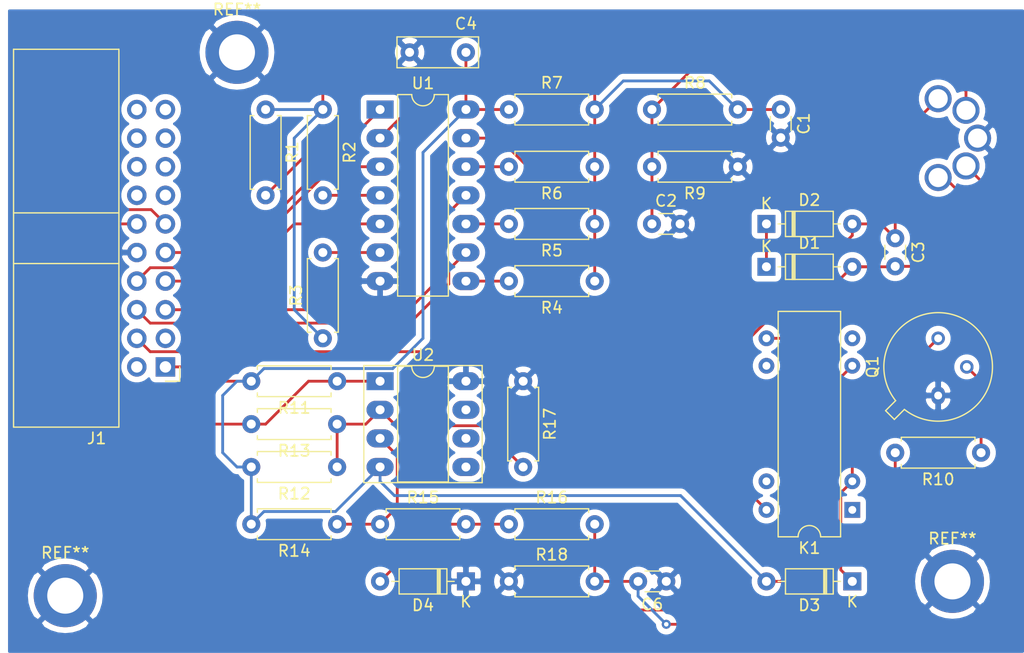
<source format=kicad_pcb>
(kicad_pcb (version 20171130) (host pcbnew "(5.1.9)-1")

  (general
    (thickness 1.6)
    (drawings 0)
    (tracks 150)
    (zones 0)
    (modules 36)
    (nets 38)
  )

  (page A4)
  (layers
    (0 F.Cu signal)
    (31 B.Cu signal)
    (32 B.Adhes user)
    (33 F.Adhes user)
    (34 B.Paste user)
    (35 F.Paste user)
    (36 B.SilkS user)
    (37 F.SilkS user)
    (38 B.Mask user)
    (39 F.Mask user)
    (40 Dwgs.User user)
    (41 Cmts.User user)
    (42 Eco1.User user)
    (43 Eco2.User user)
    (44 Edge.Cuts user)
    (45 Margin user)
    (46 B.CrtYd user)
    (47 F.CrtYd user)
    (48 B.Fab user)
    (49 F.Fab user)
  )

  (setup
    (last_trace_width 0.25)
    (trace_clearance 0.2)
    (zone_clearance 0.508)
    (zone_45_only no)
    (trace_min 0.2)
    (via_size 0.8)
    (via_drill 0.4)
    (via_min_size 0.4)
    (via_min_drill 0.3)
    (uvia_size 0.3)
    (uvia_drill 0.1)
    (uvias_allowed no)
    (uvia_min_size 0.2)
    (uvia_min_drill 0.1)
    (edge_width 0.05)
    (segment_width 0.2)
    (pcb_text_width 0.3)
    (pcb_text_size 1.5 1.5)
    (mod_edge_width 0.12)
    (mod_text_size 1 1)
    (mod_text_width 0.15)
    (pad_size 5.6 5.6)
    (pad_drill 3.2)
    (pad_to_mask_clearance 0)
    (aux_axis_origin 0 0)
    (visible_elements FFFFFF7F)
    (pcbplotparams
      (layerselection 0x010fc_ffffffff)
      (usegerberextensions false)
      (usegerberattributes true)
      (usegerberadvancedattributes true)
      (creategerberjobfile true)
      (excludeedgelayer true)
      (linewidth 0.100000)
      (plotframeref false)
      (viasonmask false)
      (mode 1)
      (useauxorigin false)
      (hpglpennumber 1)
      (hpglpenspeed 20)
      (hpglpendiameter 15.000000)
      (psnegative false)
      (psa4output false)
      (plotreference true)
      (plotvalue true)
      (plotinvisibletext false)
      (padsonsilk false)
      (subtractmaskfromsilk false)
      (outputformat 1)
      (mirror false)
      (drillshape 1)
      (scaleselection 1)
      (outputdirectory ""))
  )

  (net 0 "")
  (net 1 GND)
  (net 2 "Net-(C1-Pad1)")
  (net 3 "Net-(C2-Pad1)")
  (net 4 /M1)
  (net 5 /M2)
  (net 6 VCC)
  (net 7 "Net-(C6-Pad2)")
  (net 8 "Net-(D1-Pad1)")
  (net 9 "Net-(D3-Pad1)")
  (net 10 "Net-(D4-Pad2)")
  (net 11 "Net-(J1-Pad20)")
  (net 12 "Net-(J1-Pad19)")
  (net 13 "Net-(J1-Pad18)")
  (net 14 "Net-(J1-Pad17)")
  (net 15 "Net-(J1-Pad16)")
  (net 16 "Net-(J1-Pad15)")
  (net 17 "Net-(J1-Pad14)")
  (net 18 "Net-(J1-Pad13)")
  (net 19 /PA6)
  (net 20 /PA7)
  (net 21 /PC7)
  (net 22 /PC6)
  (net 23 /PC5)
  (net 24 /PC4)
  (net 25 /PC3)
  (net 26 /PC2)
  (net 27 /PC1)
  (net 28 /PC0)
  (net 29 "Net-(Q1-Pad2)")
  (net 30 "Net-(R1-Pad2)")
  (net 31 "Net-(R2-Pad2)")
  (net 32 "Net-(R3-Pad2)")
  (net 33 "Net-(R4-Pad2)")
  (net 34 "Net-(R5-Pad2)")
  (net 35 "Net-(R6-Pad2)")
  (net 36 "Net-(R12-Pad1)")
  (net 37 "Net-(R14-Pad1)")

  (net_class Default "This is the default net class."
    (clearance 0.2)
    (trace_width 0.25)
    (via_dia 0.8)
    (via_drill 0.4)
    (uvia_dia 0.3)
    (uvia_drill 0.1)
    (add_net /M1)
    (add_net /M2)
    (add_net /PA6)
    (add_net /PA7)
    (add_net /PC0)
    (add_net /PC1)
    (add_net /PC2)
    (add_net /PC3)
    (add_net /PC4)
    (add_net /PC5)
    (add_net /PC6)
    (add_net /PC7)
    (add_net GND)
    (add_net "Net-(C1-Pad1)")
    (add_net "Net-(C2-Pad1)")
    (add_net "Net-(C6-Pad2)")
    (add_net "Net-(D1-Pad1)")
    (add_net "Net-(D3-Pad1)")
    (add_net "Net-(D4-Pad2)")
    (add_net "Net-(J1-Pad13)")
    (add_net "Net-(J1-Pad14)")
    (add_net "Net-(J1-Pad15)")
    (add_net "Net-(J1-Pad16)")
    (add_net "Net-(J1-Pad17)")
    (add_net "Net-(J1-Pad18)")
    (add_net "Net-(J1-Pad19)")
    (add_net "Net-(J1-Pad20)")
    (add_net "Net-(Q1-Pad2)")
    (add_net "Net-(R1-Pad2)")
    (add_net "Net-(R12-Pad1)")
    (add_net "Net-(R14-Pad1)")
    (add_net "Net-(R2-Pad2)")
    (add_net "Net-(R3-Pad2)")
    (add_net "Net-(R4-Pad2)")
    (add_net "Net-(R5-Pad2)")
    (add_net "Net-(R6-Pad2)")
    (add_net VCC)
  )

  (module MountingHole:MountingHole_3.2mm_M3_DIN965_Pad (layer F.Cu) (tedit 62CE7CCF) (tstamp 62CEB9E4)
    (at 100.33 69.85)
    (descr "Mounting Hole 3.2mm, M3, DIN965")
    (tags "mounting hole 3.2mm m3 din965")
    (attr virtual)
    (fp_text reference REF** (at 0 -3.8) (layer F.SilkS)
      (effects (font (size 1 1) (thickness 0.15)))
    )
    (fp_text value MountingHole_3.2mm_M3_DIN965_Pad (at 0 3.8) (layer F.Fab)
      (effects (font (size 1 1) (thickness 0.15)))
    )
    (fp_text user %R (at 0.3 0) (layer F.Fab)
      (effects (font (size 1 1) (thickness 0.15)))
    )
    (fp_circle (center 0 0) (end 2.8 0) (layer Cmts.User) (width 0.15))
    (fp_circle (center 0 0) (end 3.05 0) (layer F.CrtYd) (width 0.05))
    (pad 1 thru_hole circle (at 0 0) (size 5.6 5.6) (drill 3.2) (layers *.Cu *.Mask)
      (net 1 GND))
  )

  (module MountingHole:MountingHole_3.2mm_M3_DIN965_Pad (layer F.Cu) (tedit 62CE7CC5) (tstamp 62CEB9D6)
    (at 163.83 116.84)
    (descr "Mounting Hole 3.2mm, M3, DIN965")
    (tags "mounting hole 3.2mm m3 din965")
    (attr virtual)
    (fp_text reference REF** (at 0 -3.8) (layer F.SilkS)
      (effects (font (size 1 1) (thickness 0.15)))
    )
    (fp_text value MountingHole_3.2mm_M3_DIN965_Pad (at -8.89 5.08) (layer F.Fab)
      (effects (font (size 1 1) (thickness 0.15)))
    )
    (fp_circle (center 0 0) (end 3.05 0) (layer F.CrtYd) (width 0.05))
    (fp_circle (center 0 0) (end 2.8 0) (layer Cmts.User) (width 0.15))
    (fp_text user %R (at 0.3 0) (layer F.Fab)
      (effects (font (size 1 1) (thickness 0.15)))
    )
    (pad 3 thru_hole circle (at 0 0) (size 5.6 5.6) (drill 3.2) (layers *.Cu *.Mask)
      (net 1 GND))
  )

  (module MountingHole:MountingHole_3.2mm_M3_DIN965_Pad (layer F.Cu) (tedit 62CE7CB7) (tstamp 62CEB9BD)
    (at 85.09 118.11)
    (descr "Mounting Hole 3.2mm, M3, DIN965")
    (tags "mounting hole 3.2mm m3 din965")
    (attr virtual)
    (fp_text reference REF** (at 0 -3.8) (layer F.SilkS)
      (effects (font (size 1 1) (thickness 0.15)))
    )
    (fp_text value MountingHole_3.2mm_M3_DIN965_Pad (at 10.16 3.81) (layer F.Fab)
      (effects (font (size 1 1) (thickness 0.15)))
    )
    (fp_text user %R (at 0.3 0) (layer F.Fab)
      (effects (font (size 1 1) (thickness 0.15)))
    )
    (fp_circle (center 0 0) (end 2.8 0) (layer Cmts.User) (width 0.15))
    (fp_circle (center 0 0) (end 3.05 0) (layer F.CrtYd) (width 0.05))
    (pad 2 thru_hole circle (at 0 0) (size 5.6 5.6) (drill 3.2) (layers *.Cu *.Mask)
      (net 1 GND))
  )

  (module Package_DIP:DIP-8_W7.62mm_Socket_LongPads (layer F.Cu) (tedit 5A02E8C5) (tstamp 62CE6CEE)
    (at 113.03 99.06)
    (descr "8-lead though-hole mounted DIP package, row spacing 7.62 mm (300 mils), Socket, LongPads")
    (tags "THT DIP DIL PDIP 2.54mm 7.62mm 300mil Socket LongPads")
    (path /62D751FE)
    (fp_text reference U2 (at 3.81 -2.33) (layer F.SilkS)
      (effects (font (size 1 1) (thickness 0.15)))
    )
    (fp_text value LM393 (at 3.81 9.95) (layer F.Fab)
      (effects (font (size 1 1) (thickness 0.15)))
    )
    (fp_text user %R (at 3.81 3.81) (layer F.Fab)
      (effects (font (size 1 1) (thickness 0.15)))
    )
    (fp_arc (start 3.81 -1.33) (end 2.81 -1.33) (angle -180) (layer F.SilkS) (width 0.12))
    (fp_line (start 1.635 -1.27) (end 6.985 -1.27) (layer F.Fab) (width 0.1))
    (fp_line (start 6.985 -1.27) (end 6.985 8.89) (layer F.Fab) (width 0.1))
    (fp_line (start 6.985 8.89) (end 0.635 8.89) (layer F.Fab) (width 0.1))
    (fp_line (start 0.635 8.89) (end 0.635 -0.27) (layer F.Fab) (width 0.1))
    (fp_line (start 0.635 -0.27) (end 1.635 -1.27) (layer F.Fab) (width 0.1))
    (fp_line (start -1.27 -1.33) (end -1.27 8.95) (layer F.Fab) (width 0.1))
    (fp_line (start -1.27 8.95) (end 8.89 8.95) (layer F.Fab) (width 0.1))
    (fp_line (start 8.89 8.95) (end 8.89 -1.33) (layer F.Fab) (width 0.1))
    (fp_line (start 8.89 -1.33) (end -1.27 -1.33) (layer F.Fab) (width 0.1))
    (fp_line (start 2.81 -1.33) (end 1.56 -1.33) (layer F.SilkS) (width 0.12))
    (fp_line (start 1.56 -1.33) (end 1.56 8.95) (layer F.SilkS) (width 0.12))
    (fp_line (start 1.56 8.95) (end 6.06 8.95) (layer F.SilkS) (width 0.12))
    (fp_line (start 6.06 8.95) (end 6.06 -1.33) (layer F.SilkS) (width 0.12))
    (fp_line (start 6.06 -1.33) (end 4.81 -1.33) (layer F.SilkS) (width 0.12))
    (fp_line (start -1.44 -1.39) (end -1.44 9.01) (layer F.SilkS) (width 0.12))
    (fp_line (start -1.44 9.01) (end 9.06 9.01) (layer F.SilkS) (width 0.12))
    (fp_line (start 9.06 9.01) (end 9.06 -1.39) (layer F.SilkS) (width 0.12))
    (fp_line (start 9.06 -1.39) (end -1.44 -1.39) (layer F.SilkS) (width 0.12))
    (fp_line (start -1.55 -1.6) (end -1.55 9.2) (layer F.CrtYd) (width 0.05))
    (fp_line (start -1.55 9.2) (end 9.15 9.2) (layer F.CrtYd) (width 0.05))
    (fp_line (start 9.15 9.2) (end 9.15 -1.6) (layer F.CrtYd) (width 0.05))
    (fp_line (start 9.15 -1.6) (end -1.55 -1.6) (layer F.CrtYd) (width 0.05))
    (pad 8 thru_hole oval (at 7.62 0) (size 2.4 1.6) (drill 0.8) (layers *.Cu *.Mask)
      (net 1 GND))
    (pad 4 thru_hole oval (at 0 7.62) (size 2.4 1.6) (drill 0.8) (layers *.Cu *.Mask)
      (net 6 VCC))
    (pad 7 thru_hole oval (at 7.62 2.54) (size 2.4 1.6) (drill 0.8) (layers *.Cu *.Mask))
    (pad 3 thru_hole oval (at 0 5.08) (size 2.4 1.6) (drill 0.8) (layers *.Cu *.Mask)
      (net 37 "Net-(R14-Pad1)"))
    (pad 6 thru_hole oval (at 7.62 5.08) (size 2.4 1.6) (drill 0.8) (layers *.Cu *.Mask))
    (pad 2 thru_hole oval (at 0 2.54) (size 2.4 1.6) (drill 0.8) (layers *.Cu *.Mask)
      (net 36 "Net-(R12-Pad1)"))
    (pad 5 thru_hole oval (at 7.62 7.62) (size 2.4 1.6) (drill 0.8) (layers *.Cu *.Mask))
    (pad 1 thru_hole rect (at 0 0) (size 2.4 1.6) (drill 0.8) (layers *.Cu *.Mask)
      (net 19 /PA6))
    (model ${KISYS3DMOD}/Package_DIP.3dshapes/DIP-8_W7.62mm_Socket.wrl
      (at (xyz 0 0 0))
      (scale (xyz 1 1 1))
      (rotate (xyz 0 0 0))
    )
  )

  (module Package_DIP:DIP-14_W7.62mm_LongPads (layer F.Cu) (tedit 5A02E8C5) (tstamp 62CE6CCA)
    (at 113.03 74.93)
    (descr "14-lead though-hole mounted DIP package, row spacing 7.62 mm (300 mils), LongPads")
    (tags "THT DIP DIL PDIP 2.54mm 7.62mm 300mil LongPads")
    (path /62CE5F39)
    (fp_text reference U1 (at 3.81 -2.33) (layer F.SilkS)
      (effects (font (size 1 1) (thickness 0.15)))
    )
    (fp_text value 74LS07 (at 3.81 17.57) (layer F.Fab)
      (effects (font (size 1 1) (thickness 0.15)))
    )
    (fp_text user %R (at 3.81 7.62) (layer F.Fab)
      (effects (font (size 1 1) (thickness 0.15)))
    )
    (fp_arc (start 3.81 -1.33) (end 2.81 -1.33) (angle -180) (layer F.SilkS) (width 0.12))
    (fp_line (start 1.635 -1.27) (end 6.985 -1.27) (layer F.Fab) (width 0.1))
    (fp_line (start 6.985 -1.27) (end 6.985 16.51) (layer F.Fab) (width 0.1))
    (fp_line (start 6.985 16.51) (end 0.635 16.51) (layer F.Fab) (width 0.1))
    (fp_line (start 0.635 16.51) (end 0.635 -0.27) (layer F.Fab) (width 0.1))
    (fp_line (start 0.635 -0.27) (end 1.635 -1.27) (layer F.Fab) (width 0.1))
    (fp_line (start 2.81 -1.33) (end 1.56 -1.33) (layer F.SilkS) (width 0.12))
    (fp_line (start 1.56 -1.33) (end 1.56 16.57) (layer F.SilkS) (width 0.12))
    (fp_line (start 1.56 16.57) (end 6.06 16.57) (layer F.SilkS) (width 0.12))
    (fp_line (start 6.06 16.57) (end 6.06 -1.33) (layer F.SilkS) (width 0.12))
    (fp_line (start 6.06 -1.33) (end 4.81 -1.33) (layer F.SilkS) (width 0.12))
    (fp_line (start -1.45 -1.55) (end -1.45 16.8) (layer F.CrtYd) (width 0.05))
    (fp_line (start -1.45 16.8) (end 9.1 16.8) (layer F.CrtYd) (width 0.05))
    (fp_line (start 9.1 16.8) (end 9.1 -1.55) (layer F.CrtYd) (width 0.05))
    (fp_line (start 9.1 -1.55) (end -1.45 -1.55) (layer F.CrtYd) (width 0.05))
    (pad 14 thru_hole oval (at 7.62 0) (size 2.4 1.6) (drill 0.8) (layers *.Cu *.Mask)
      (net 6 VCC))
    (pad 7 thru_hole oval (at 0 15.24) (size 2.4 1.6) (drill 0.8) (layers *.Cu *.Mask)
      (net 1 GND))
    (pad 13 thru_hole oval (at 7.62 2.54) (size 2.4 1.6) (drill 0.8) (layers *.Cu *.Mask)
      (net 26 /PC2))
    (pad 6 thru_hole oval (at 0 12.7) (size 2.4 1.6) (drill 0.8) (layers *.Cu *.Mask)
      (net 32 "Net-(R3-Pad2)"))
    (pad 12 thru_hole oval (at 7.62 5.08) (size 2.4 1.6) (drill 0.8) (layers *.Cu *.Mask)
      (net 35 "Net-(R6-Pad2)"))
    (pad 5 thru_hole oval (at 0 10.16) (size 2.4 1.6) (drill 0.8) (layers *.Cu *.Mask)
      (net 23 /PC5))
    (pad 11 thru_hole oval (at 7.62 7.62) (size 2.4 1.6) (drill 0.8) (layers *.Cu *.Mask)
      (net 25 /PC3))
    (pad 4 thru_hole oval (at 0 7.62) (size 2.4 1.6) (drill 0.8) (layers *.Cu *.Mask)
      (net 31 "Net-(R2-Pad2)"))
    (pad 10 thru_hole oval (at 7.62 10.16) (size 2.4 1.6) (drill 0.8) (layers *.Cu *.Mask)
      (net 34 "Net-(R5-Pad2)"))
    (pad 3 thru_hole oval (at 0 5.08) (size 2.4 1.6) (drill 0.8) (layers *.Cu *.Mask)
      (net 22 /PC6))
    (pad 9 thru_hole oval (at 7.62 12.7) (size 2.4 1.6) (drill 0.8) (layers *.Cu *.Mask)
      (net 24 /PC4))
    (pad 2 thru_hole oval (at 0 2.54) (size 2.4 1.6) (drill 0.8) (layers *.Cu *.Mask)
      (net 30 "Net-(R1-Pad2)"))
    (pad 8 thru_hole oval (at 7.62 15.24) (size 2.4 1.6) (drill 0.8) (layers *.Cu *.Mask)
      (net 33 "Net-(R4-Pad2)"))
    (pad 1 thru_hole rect (at 0 0) (size 2.4 1.6) (drill 0.8) (layers *.Cu *.Mask)
      (net 21 /PC7))
    (model ${KISYS3DMOD}/Package_DIP.3dshapes/DIP-14_W7.62mm.wrl
      (at (xyz 0 0 0))
      (scale (xyz 1 1 1))
      (rotate (xyz 0 0 0))
    )
  )

  (module Resistor_THT:R_Axial_DIN0207_L6.3mm_D2.5mm_P7.62mm_Horizontal (layer F.Cu) (tedit 5AE5139B) (tstamp 62CE6CA8)
    (at 124.46 116.84)
    (descr "Resistor, Axial_DIN0207 series, Axial, Horizontal, pin pitch=7.62mm, 0.25W = 1/4W, length*diameter=6.3*2.5mm^2, http://cdn-reichelt.de/documents/datenblatt/B400/1_4W%23YAG.pdf")
    (tags "Resistor Axial_DIN0207 series Axial Horizontal pin pitch 7.62mm 0.25W = 1/4W length 6.3mm diameter 2.5mm")
    (path /62DB5A56)
    (fp_text reference R18 (at 3.81 -2.37) (layer F.SilkS)
      (effects (font (size 1 1) (thickness 0.15)))
    )
    (fp_text value 68K (at 3.81 2.37) (layer F.Fab)
      (effects (font (size 1 1) (thickness 0.15)))
    )
    (fp_text user %R (at 3.81 0) (layer F.Fab)
      (effects (font (size 1 1) (thickness 0.15)))
    )
    (fp_line (start 0.66 -1.25) (end 0.66 1.25) (layer F.Fab) (width 0.1))
    (fp_line (start 0.66 1.25) (end 6.96 1.25) (layer F.Fab) (width 0.1))
    (fp_line (start 6.96 1.25) (end 6.96 -1.25) (layer F.Fab) (width 0.1))
    (fp_line (start 6.96 -1.25) (end 0.66 -1.25) (layer F.Fab) (width 0.1))
    (fp_line (start 0 0) (end 0.66 0) (layer F.Fab) (width 0.1))
    (fp_line (start 7.62 0) (end 6.96 0) (layer F.Fab) (width 0.1))
    (fp_line (start 0.54 -1.04) (end 0.54 -1.37) (layer F.SilkS) (width 0.12))
    (fp_line (start 0.54 -1.37) (end 7.08 -1.37) (layer F.SilkS) (width 0.12))
    (fp_line (start 7.08 -1.37) (end 7.08 -1.04) (layer F.SilkS) (width 0.12))
    (fp_line (start 0.54 1.04) (end 0.54 1.37) (layer F.SilkS) (width 0.12))
    (fp_line (start 0.54 1.37) (end 7.08 1.37) (layer F.SilkS) (width 0.12))
    (fp_line (start 7.08 1.37) (end 7.08 1.04) (layer F.SilkS) (width 0.12))
    (fp_line (start -1.05 -1.5) (end -1.05 1.5) (layer F.CrtYd) (width 0.05))
    (fp_line (start -1.05 1.5) (end 8.67 1.5) (layer F.CrtYd) (width 0.05))
    (fp_line (start 8.67 1.5) (end 8.67 -1.5) (layer F.CrtYd) (width 0.05))
    (fp_line (start 8.67 -1.5) (end -1.05 -1.5) (layer F.CrtYd) (width 0.05))
    (pad 2 thru_hole oval (at 7.62 0) (size 1.6 1.6) (drill 0.8) (layers *.Cu *.Mask)
      (net 7 "Net-(C6-Pad2)"))
    (pad 1 thru_hole circle (at 0 0) (size 1.6 1.6) (drill 0.8) (layers *.Cu *.Mask)
      (net 1 GND))
    (model ${KISYS3DMOD}/Resistor_THT.3dshapes/R_Axial_DIN0207_L6.3mm_D2.5mm_P7.62mm_Horizontal.wrl
      (at (xyz 0 0 0))
      (scale (xyz 1 1 1))
      (rotate (xyz 0 0 0))
    )
  )

  (module Resistor_THT:R_Axial_DIN0207_L6.3mm_D2.5mm_P7.62mm_Horizontal (layer F.Cu) (tedit 5AE5139B) (tstamp 62CE6C91)
    (at 125.73 99.06 270)
    (descr "Resistor, Axial_DIN0207 series, Axial, Horizontal, pin pitch=7.62mm, 0.25W = 1/4W, length*diameter=6.3*2.5mm^2, http://cdn-reichelt.de/documents/datenblatt/B400/1_4W%23YAG.pdf")
    (tags "Resistor Axial_DIN0207 series Axial Horizontal pin pitch 7.62mm 0.25W = 1/4W length 6.3mm diameter 2.5mm")
    (path /62DA6D94)
    (fp_text reference R17 (at 3.81 -2.37 90) (layer F.SilkS)
      (effects (font (size 1 1) (thickness 0.15)))
    )
    (fp_text value 68K (at 3.81 2.37 90) (layer F.Fab)
      (effects (font (size 1 1) (thickness 0.15)))
    )
    (fp_text user %R (at 3.81 0 90) (layer F.Fab)
      (effects (font (size 1 1) (thickness 0.15)))
    )
    (fp_line (start 0.66 -1.25) (end 0.66 1.25) (layer F.Fab) (width 0.1))
    (fp_line (start 0.66 1.25) (end 6.96 1.25) (layer F.Fab) (width 0.1))
    (fp_line (start 6.96 1.25) (end 6.96 -1.25) (layer F.Fab) (width 0.1))
    (fp_line (start 6.96 -1.25) (end 0.66 -1.25) (layer F.Fab) (width 0.1))
    (fp_line (start 0 0) (end 0.66 0) (layer F.Fab) (width 0.1))
    (fp_line (start 7.62 0) (end 6.96 0) (layer F.Fab) (width 0.1))
    (fp_line (start 0.54 -1.04) (end 0.54 -1.37) (layer F.SilkS) (width 0.12))
    (fp_line (start 0.54 -1.37) (end 7.08 -1.37) (layer F.SilkS) (width 0.12))
    (fp_line (start 7.08 -1.37) (end 7.08 -1.04) (layer F.SilkS) (width 0.12))
    (fp_line (start 0.54 1.04) (end 0.54 1.37) (layer F.SilkS) (width 0.12))
    (fp_line (start 0.54 1.37) (end 7.08 1.37) (layer F.SilkS) (width 0.12))
    (fp_line (start 7.08 1.37) (end 7.08 1.04) (layer F.SilkS) (width 0.12))
    (fp_line (start -1.05 -1.5) (end -1.05 1.5) (layer F.CrtYd) (width 0.05))
    (fp_line (start -1.05 1.5) (end 8.67 1.5) (layer F.CrtYd) (width 0.05))
    (fp_line (start 8.67 1.5) (end 8.67 -1.5) (layer F.CrtYd) (width 0.05))
    (fp_line (start 8.67 -1.5) (end -1.05 -1.5) (layer F.CrtYd) (width 0.05))
    (pad 2 thru_hole oval (at 7.62 0 270) (size 1.6 1.6) (drill 0.8) (layers *.Cu *.Mask)
      (net 36 "Net-(R12-Pad1)"))
    (pad 1 thru_hole circle (at 0 0 270) (size 1.6 1.6) (drill 0.8) (layers *.Cu *.Mask)
      (net 1 GND))
    (model ${KISYS3DMOD}/Resistor_THT.3dshapes/R_Axial_DIN0207_L6.3mm_D2.5mm_P7.62mm_Horizontal.wrl
      (at (xyz 0 0 0))
      (scale (xyz 1 1 1))
      (rotate (xyz 0 0 0))
    )
  )

  (module Resistor_THT:R_Axial_DIN0207_L6.3mm_D2.5mm_P7.62mm_Horizontal (layer F.Cu) (tedit 5AE5139B) (tstamp 62CE6C7A)
    (at 124.46 111.76)
    (descr "Resistor, Axial_DIN0207 series, Axial, Horizontal, pin pitch=7.62mm, 0.25W = 1/4W, length*diameter=6.3*2.5mm^2, http://cdn-reichelt.de/documents/datenblatt/B400/1_4W%23YAG.pdf")
    (tags "Resistor Axial_DIN0207 series Axial Horizontal pin pitch 7.62mm 0.25W = 1/4W length 6.3mm diameter 2.5mm")
    (path /62DA0714)
    (fp_text reference R16 (at 3.81 -2.37) (layer F.SilkS)
      (effects (font (size 1 1) (thickness 0.15)))
    )
    (fp_text value 68K (at 3.81 2.37) (layer F.Fab)
      (effects (font (size 1 1) (thickness 0.15)))
    )
    (fp_text user %R (at 3.81 0) (layer F.Fab)
      (effects (font (size 1 1) (thickness 0.15)))
    )
    (fp_line (start 0.66 -1.25) (end 0.66 1.25) (layer F.Fab) (width 0.1))
    (fp_line (start 0.66 1.25) (end 6.96 1.25) (layer F.Fab) (width 0.1))
    (fp_line (start 6.96 1.25) (end 6.96 -1.25) (layer F.Fab) (width 0.1))
    (fp_line (start 6.96 -1.25) (end 0.66 -1.25) (layer F.Fab) (width 0.1))
    (fp_line (start 0 0) (end 0.66 0) (layer F.Fab) (width 0.1))
    (fp_line (start 7.62 0) (end 6.96 0) (layer F.Fab) (width 0.1))
    (fp_line (start 0.54 -1.04) (end 0.54 -1.37) (layer F.SilkS) (width 0.12))
    (fp_line (start 0.54 -1.37) (end 7.08 -1.37) (layer F.SilkS) (width 0.12))
    (fp_line (start 7.08 -1.37) (end 7.08 -1.04) (layer F.SilkS) (width 0.12))
    (fp_line (start 0.54 1.04) (end 0.54 1.37) (layer F.SilkS) (width 0.12))
    (fp_line (start 0.54 1.37) (end 7.08 1.37) (layer F.SilkS) (width 0.12))
    (fp_line (start 7.08 1.37) (end 7.08 1.04) (layer F.SilkS) (width 0.12))
    (fp_line (start -1.05 -1.5) (end -1.05 1.5) (layer F.CrtYd) (width 0.05))
    (fp_line (start -1.05 1.5) (end 8.67 1.5) (layer F.CrtYd) (width 0.05))
    (fp_line (start 8.67 1.5) (end 8.67 -1.5) (layer F.CrtYd) (width 0.05))
    (fp_line (start 8.67 -1.5) (end -1.05 -1.5) (layer F.CrtYd) (width 0.05))
    (pad 2 thru_hole oval (at 7.62 0) (size 1.6 1.6) (drill 0.8) (layers *.Cu *.Mask)
      (net 7 "Net-(C6-Pad2)"))
    (pad 1 thru_hole circle (at 0 0) (size 1.6 1.6) (drill 0.8) (layers *.Cu *.Mask)
      (net 10 "Net-(D4-Pad2)"))
    (model ${KISYS3DMOD}/Resistor_THT.3dshapes/R_Axial_DIN0207_L6.3mm_D2.5mm_P7.62mm_Horizontal.wrl
      (at (xyz 0 0 0))
      (scale (xyz 1 1 1))
      (rotate (xyz 0 0 0))
    )
  )

  (module Resistor_THT:R_Axial_DIN0207_L6.3mm_D2.5mm_P7.62mm_Horizontal (layer F.Cu) (tedit 5AE5139B) (tstamp 62CE6C63)
    (at 113.03 111.76)
    (descr "Resistor, Axial_DIN0207 series, Axial, Horizontal, pin pitch=7.62mm, 0.25W = 1/4W, length*diameter=6.3*2.5mm^2, http://cdn-reichelt.de/documents/datenblatt/B400/1_4W%23YAG.pdf")
    (tags "Resistor Axial_DIN0207 series Axial Horizontal pin pitch 7.62mm 0.25W = 1/4W length 6.3mm diameter 2.5mm")
    (path /62DA005E)
    (fp_text reference R15 (at 3.81 -2.37) (layer F.SilkS)
      (effects (font (size 1 1) (thickness 0.15)))
    )
    (fp_text value 68K (at 3.81 2.37) (layer F.Fab)
      (effects (font (size 1 1) (thickness 0.15)))
    )
    (fp_text user %R (at 3.81 0) (layer F.Fab)
      (effects (font (size 1 1) (thickness 0.15)))
    )
    (fp_line (start 0.66 -1.25) (end 0.66 1.25) (layer F.Fab) (width 0.1))
    (fp_line (start 0.66 1.25) (end 6.96 1.25) (layer F.Fab) (width 0.1))
    (fp_line (start 6.96 1.25) (end 6.96 -1.25) (layer F.Fab) (width 0.1))
    (fp_line (start 6.96 -1.25) (end 0.66 -1.25) (layer F.Fab) (width 0.1))
    (fp_line (start 0 0) (end 0.66 0) (layer F.Fab) (width 0.1))
    (fp_line (start 7.62 0) (end 6.96 0) (layer F.Fab) (width 0.1))
    (fp_line (start 0.54 -1.04) (end 0.54 -1.37) (layer F.SilkS) (width 0.12))
    (fp_line (start 0.54 -1.37) (end 7.08 -1.37) (layer F.SilkS) (width 0.12))
    (fp_line (start 7.08 -1.37) (end 7.08 -1.04) (layer F.SilkS) (width 0.12))
    (fp_line (start 0.54 1.04) (end 0.54 1.37) (layer F.SilkS) (width 0.12))
    (fp_line (start 0.54 1.37) (end 7.08 1.37) (layer F.SilkS) (width 0.12))
    (fp_line (start 7.08 1.37) (end 7.08 1.04) (layer F.SilkS) (width 0.12))
    (fp_line (start -1.05 -1.5) (end -1.05 1.5) (layer F.CrtYd) (width 0.05))
    (fp_line (start -1.05 1.5) (end 8.67 1.5) (layer F.CrtYd) (width 0.05))
    (fp_line (start 8.67 1.5) (end 8.67 -1.5) (layer F.CrtYd) (width 0.05))
    (fp_line (start 8.67 -1.5) (end -1.05 -1.5) (layer F.CrtYd) (width 0.05))
    (pad 2 thru_hole oval (at 7.62 0) (size 1.6 1.6) (drill 0.8) (layers *.Cu *.Mask)
      (net 10 "Net-(D4-Pad2)"))
    (pad 1 thru_hole circle (at 0 0) (size 1.6 1.6) (drill 0.8) (layers *.Cu *.Mask)
      (net 37 "Net-(R14-Pad1)"))
    (model ${KISYS3DMOD}/Resistor_THT.3dshapes/R_Axial_DIN0207_L6.3mm_D2.5mm_P7.62mm_Horizontal.wrl
      (at (xyz 0 0 0))
      (scale (xyz 1 1 1))
      (rotate (xyz 0 0 0))
    )
  )

  (module Resistor_THT:R_Axial_DIN0207_L6.3mm_D2.5mm_P7.62mm_Horizontal (layer F.Cu) (tedit 5AE5139B) (tstamp 62CE6C4C)
    (at 109.22 111.76 180)
    (descr "Resistor, Axial_DIN0207 series, Axial, Horizontal, pin pitch=7.62mm, 0.25W = 1/4W, length*diameter=6.3*2.5mm^2, http://cdn-reichelt.de/documents/datenblatt/B400/1_4W%23YAG.pdf")
    (tags "Resistor Axial_DIN0207 series Axial Horizontal pin pitch 7.62mm 0.25W = 1/4W length 6.3mm diameter 2.5mm")
    (path /62D9FA24)
    (fp_text reference R14 (at 3.81 -2.37) (layer F.SilkS)
      (effects (font (size 1 1) (thickness 0.15)))
    )
    (fp_text value 68K (at 3.81 2.37) (layer F.Fab)
      (effects (font (size 1 1) (thickness 0.15)))
    )
    (fp_text user %R (at 3.81 0) (layer F.Fab)
      (effects (font (size 1 1) (thickness 0.15)))
    )
    (fp_line (start 0.66 -1.25) (end 0.66 1.25) (layer F.Fab) (width 0.1))
    (fp_line (start 0.66 1.25) (end 6.96 1.25) (layer F.Fab) (width 0.1))
    (fp_line (start 6.96 1.25) (end 6.96 -1.25) (layer F.Fab) (width 0.1))
    (fp_line (start 6.96 -1.25) (end 0.66 -1.25) (layer F.Fab) (width 0.1))
    (fp_line (start 0 0) (end 0.66 0) (layer F.Fab) (width 0.1))
    (fp_line (start 7.62 0) (end 6.96 0) (layer F.Fab) (width 0.1))
    (fp_line (start 0.54 -1.04) (end 0.54 -1.37) (layer F.SilkS) (width 0.12))
    (fp_line (start 0.54 -1.37) (end 7.08 -1.37) (layer F.SilkS) (width 0.12))
    (fp_line (start 7.08 -1.37) (end 7.08 -1.04) (layer F.SilkS) (width 0.12))
    (fp_line (start 0.54 1.04) (end 0.54 1.37) (layer F.SilkS) (width 0.12))
    (fp_line (start 0.54 1.37) (end 7.08 1.37) (layer F.SilkS) (width 0.12))
    (fp_line (start 7.08 1.37) (end 7.08 1.04) (layer F.SilkS) (width 0.12))
    (fp_line (start -1.05 -1.5) (end -1.05 1.5) (layer F.CrtYd) (width 0.05))
    (fp_line (start -1.05 1.5) (end 8.67 1.5) (layer F.CrtYd) (width 0.05))
    (fp_line (start 8.67 1.5) (end 8.67 -1.5) (layer F.CrtYd) (width 0.05))
    (fp_line (start 8.67 -1.5) (end -1.05 -1.5) (layer F.CrtYd) (width 0.05))
    (pad 2 thru_hole oval (at 7.62 0 180) (size 1.6 1.6) (drill 0.8) (layers *.Cu *.Mask)
      (net 6 VCC))
    (pad 1 thru_hole circle (at 0 0 180) (size 1.6 1.6) (drill 0.8) (layers *.Cu *.Mask)
      (net 37 "Net-(R14-Pad1)"))
    (model ${KISYS3DMOD}/Resistor_THT.3dshapes/R_Axial_DIN0207_L6.3mm_D2.5mm_P7.62mm_Horizontal.wrl
      (at (xyz 0 0 0))
      (scale (xyz 1 1 1))
      (rotate (xyz 0 0 0))
    )
  )

  (module Resistor_THT:R_Axial_DIN0207_L6.3mm_D2.5mm_P7.62mm_Horizontal (layer F.Cu) (tedit 5AE5139B) (tstamp 62CE6C35)
    (at 109.22 102.87 180)
    (descr "Resistor, Axial_DIN0207 series, Axial, Horizontal, pin pitch=7.62mm, 0.25W = 1/4W, length*diameter=6.3*2.5mm^2, http://cdn-reichelt.de/documents/datenblatt/B400/1_4W%23YAG.pdf")
    (tags "Resistor Axial_DIN0207 series Axial Horizontal pin pitch 7.62mm 0.25W = 1/4W length 6.3mm diameter 2.5mm")
    (path /62D863C0)
    (fp_text reference R13 (at 3.81 -2.37) (layer F.SilkS)
      (effects (font (size 1 1) (thickness 0.15)))
    )
    (fp_text value 68K (at 3.81 2.37) (layer F.Fab)
      (effects (font (size 1 1) (thickness 0.15)))
    )
    (fp_text user %R (at 3.81 0) (layer F.Fab)
      (effects (font (size 1 1) (thickness 0.15)))
    )
    (fp_line (start 0.66 -1.25) (end 0.66 1.25) (layer F.Fab) (width 0.1))
    (fp_line (start 0.66 1.25) (end 6.96 1.25) (layer F.Fab) (width 0.1))
    (fp_line (start 6.96 1.25) (end 6.96 -1.25) (layer F.Fab) (width 0.1))
    (fp_line (start 6.96 -1.25) (end 0.66 -1.25) (layer F.Fab) (width 0.1))
    (fp_line (start 0 0) (end 0.66 0) (layer F.Fab) (width 0.1))
    (fp_line (start 7.62 0) (end 6.96 0) (layer F.Fab) (width 0.1))
    (fp_line (start 0.54 -1.04) (end 0.54 -1.37) (layer F.SilkS) (width 0.12))
    (fp_line (start 0.54 -1.37) (end 7.08 -1.37) (layer F.SilkS) (width 0.12))
    (fp_line (start 7.08 -1.37) (end 7.08 -1.04) (layer F.SilkS) (width 0.12))
    (fp_line (start 0.54 1.04) (end 0.54 1.37) (layer F.SilkS) (width 0.12))
    (fp_line (start 0.54 1.37) (end 7.08 1.37) (layer F.SilkS) (width 0.12))
    (fp_line (start 7.08 1.37) (end 7.08 1.04) (layer F.SilkS) (width 0.12))
    (fp_line (start -1.05 -1.5) (end -1.05 1.5) (layer F.CrtYd) (width 0.05))
    (fp_line (start -1.05 1.5) (end 8.67 1.5) (layer F.CrtYd) (width 0.05))
    (fp_line (start 8.67 1.5) (end 8.67 -1.5) (layer F.CrtYd) (width 0.05))
    (fp_line (start 8.67 -1.5) (end -1.05 -1.5) (layer F.CrtYd) (width 0.05))
    (pad 2 thru_hole oval (at 7.62 0 180) (size 1.6 1.6) (drill 0.8) (layers *.Cu *.Mask)
      (net 19 /PA6))
    (pad 1 thru_hole circle (at 0 0 180) (size 1.6 1.6) (drill 0.8) (layers *.Cu *.Mask)
      (net 36 "Net-(R12-Pad1)"))
    (model ${KISYS3DMOD}/Resistor_THT.3dshapes/R_Axial_DIN0207_L6.3mm_D2.5mm_P7.62mm_Horizontal.wrl
      (at (xyz 0 0 0))
      (scale (xyz 1 1 1))
      (rotate (xyz 0 0 0))
    )
  )

  (module Resistor_THT:R_Axial_DIN0207_L6.3mm_D2.5mm_P7.62mm_Horizontal (layer F.Cu) (tedit 5AE5139B) (tstamp 62CE6C1E)
    (at 109.22 106.68 180)
    (descr "Resistor, Axial_DIN0207 series, Axial, Horizontal, pin pitch=7.62mm, 0.25W = 1/4W, length*diameter=6.3*2.5mm^2, http://cdn-reichelt.de/documents/datenblatt/B400/1_4W%23YAG.pdf")
    (tags "Resistor Axial_DIN0207 series Axial Horizontal pin pitch 7.62mm 0.25W = 1/4W length 6.3mm diameter 2.5mm")
    (path /62D86F88)
    (fp_text reference R12 (at 3.81 -2.37) (layer F.SilkS)
      (effects (font (size 1 1) (thickness 0.15)))
    )
    (fp_text value 68K (at 3.81 2.37) (layer F.Fab)
      (effects (font (size 1 1) (thickness 0.15)))
    )
    (fp_text user %R (at 3.81 0) (layer F.Fab)
      (effects (font (size 1 1) (thickness 0.15)))
    )
    (fp_line (start 0.66 -1.25) (end 0.66 1.25) (layer F.Fab) (width 0.1))
    (fp_line (start 0.66 1.25) (end 6.96 1.25) (layer F.Fab) (width 0.1))
    (fp_line (start 6.96 1.25) (end 6.96 -1.25) (layer F.Fab) (width 0.1))
    (fp_line (start 6.96 -1.25) (end 0.66 -1.25) (layer F.Fab) (width 0.1))
    (fp_line (start 0 0) (end 0.66 0) (layer F.Fab) (width 0.1))
    (fp_line (start 7.62 0) (end 6.96 0) (layer F.Fab) (width 0.1))
    (fp_line (start 0.54 -1.04) (end 0.54 -1.37) (layer F.SilkS) (width 0.12))
    (fp_line (start 0.54 -1.37) (end 7.08 -1.37) (layer F.SilkS) (width 0.12))
    (fp_line (start 7.08 -1.37) (end 7.08 -1.04) (layer F.SilkS) (width 0.12))
    (fp_line (start 0.54 1.04) (end 0.54 1.37) (layer F.SilkS) (width 0.12))
    (fp_line (start 0.54 1.37) (end 7.08 1.37) (layer F.SilkS) (width 0.12))
    (fp_line (start 7.08 1.37) (end 7.08 1.04) (layer F.SilkS) (width 0.12))
    (fp_line (start -1.05 -1.5) (end -1.05 1.5) (layer F.CrtYd) (width 0.05))
    (fp_line (start -1.05 1.5) (end 8.67 1.5) (layer F.CrtYd) (width 0.05))
    (fp_line (start 8.67 1.5) (end 8.67 -1.5) (layer F.CrtYd) (width 0.05))
    (fp_line (start 8.67 -1.5) (end -1.05 -1.5) (layer F.CrtYd) (width 0.05))
    (pad 2 thru_hole oval (at 7.62 0 180) (size 1.6 1.6) (drill 0.8) (layers *.Cu *.Mask)
      (net 6 VCC))
    (pad 1 thru_hole circle (at 0 0 180) (size 1.6 1.6) (drill 0.8) (layers *.Cu *.Mask)
      (net 36 "Net-(R12-Pad1)"))
    (model ${KISYS3DMOD}/Resistor_THT.3dshapes/R_Axial_DIN0207_L6.3mm_D2.5mm_P7.62mm_Horizontal.wrl
      (at (xyz 0 0 0))
      (scale (xyz 1 1 1))
      (rotate (xyz 0 0 0))
    )
  )

  (module Resistor_THT:R_Axial_DIN0207_L6.3mm_D2.5mm_P7.62mm_Horizontal (layer F.Cu) (tedit 5AE5139B) (tstamp 62CE6C07)
    (at 109.22 99.06 180)
    (descr "Resistor, Axial_DIN0207 series, Axial, Horizontal, pin pitch=7.62mm, 0.25W = 1/4W, length*diameter=6.3*2.5mm^2, http://cdn-reichelt.de/documents/datenblatt/B400/1_4W%23YAG.pdf")
    (tags "Resistor Axial_DIN0207 series Axial Horizontal pin pitch 7.62mm 0.25W = 1/4W length 6.3mm diameter 2.5mm")
    (path /62D868E4)
    (fp_text reference R11 (at 3.81 -2.37) (layer F.SilkS)
      (effects (font (size 1 1) (thickness 0.15)))
    )
    (fp_text value 68K (at 3.81 2.37) (layer F.Fab)
      (effects (font (size 1 1) (thickness 0.15)))
    )
    (fp_text user %R (at 3.81 0) (layer F.Fab)
      (effects (font (size 1 1) (thickness 0.15)))
    )
    (fp_line (start 0.66 -1.25) (end 0.66 1.25) (layer F.Fab) (width 0.1))
    (fp_line (start 0.66 1.25) (end 6.96 1.25) (layer F.Fab) (width 0.1))
    (fp_line (start 6.96 1.25) (end 6.96 -1.25) (layer F.Fab) (width 0.1))
    (fp_line (start 6.96 -1.25) (end 0.66 -1.25) (layer F.Fab) (width 0.1))
    (fp_line (start 0 0) (end 0.66 0) (layer F.Fab) (width 0.1))
    (fp_line (start 7.62 0) (end 6.96 0) (layer F.Fab) (width 0.1))
    (fp_line (start 0.54 -1.04) (end 0.54 -1.37) (layer F.SilkS) (width 0.12))
    (fp_line (start 0.54 -1.37) (end 7.08 -1.37) (layer F.SilkS) (width 0.12))
    (fp_line (start 7.08 -1.37) (end 7.08 -1.04) (layer F.SilkS) (width 0.12))
    (fp_line (start 0.54 1.04) (end 0.54 1.37) (layer F.SilkS) (width 0.12))
    (fp_line (start 0.54 1.37) (end 7.08 1.37) (layer F.SilkS) (width 0.12))
    (fp_line (start 7.08 1.37) (end 7.08 1.04) (layer F.SilkS) (width 0.12))
    (fp_line (start -1.05 -1.5) (end -1.05 1.5) (layer F.CrtYd) (width 0.05))
    (fp_line (start -1.05 1.5) (end 8.67 1.5) (layer F.CrtYd) (width 0.05))
    (fp_line (start 8.67 1.5) (end 8.67 -1.5) (layer F.CrtYd) (width 0.05))
    (fp_line (start 8.67 -1.5) (end -1.05 -1.5) (layer F.CrtYd) (width 0.05))
    (pad 2 thru_hole oval (at 7.62 0 180) (size 1.6 1.6) (drill 0.8) (layers *.Cu *.Mask)
      (net 6 VCC))
    (pad 1 thru_hole circle (at 0 0 180) (size 1.6 1.6) (drill 0.8) (layers *.Cu *.Mask)
      (net 19 /PA6))
    (model ${KISYS3DMOD}/Resistor_THT.3dshapes/R_Axial_DIN0207_L6.3mm_D2.5mm_P7.62mm_Horizontal.wrl
      (at (xyz 0 0 0))
      (scale (xyz 1 1 1))
      (rotate (xyz 0 0 0))
    )
  )

  (module Resistor_THT:R_Axial_DIN0207_L6.3mm_D2.5mm_P7.62mm_Horizontal (layer F.Cu) (tedit 5AE5139B) (tstamp 62CE6BF0)
    (at 166.37 105.41 180)
    (descr "Resistor, Axial_DIN0207 series, Axial, Horizontal, pin pitch=7.62mm, 0.25W = 1/4W, length*diameter=6.3*2.5mm^2, http://cdn-reichelt.de/documents/datenblatt/B400/1_4W%23YAG.pdf")
    (tags "Resistor Axial_DIN0207 series Axial Horizontal pin pitch 7.62mm 0.25W = 1/4W length 6.3mm diameter 2.5mm")
    (path /62D5B210)
    (fp_text reference R10 (at 3.81 -2.37) (layer F.SilkS)
      (effects (font (size 1 1) (thickness 0.15)))
    )
    (fp_text value 4K7 (at 3.81 2.37) (layer F.Fab)
      (effects (font (size 1 1) (thickness 0.15)))
    )
    (fp_text user %R (at 3.81 0) (layer F.Fab)
      (effects (font (size 1 1) (thickness 0.15)))
    )
    (fp_line (start 0.66 -1.25) (end 0.66 1.25) (layer F.Fab) (width 0.1))
    (fp_line (start 0.66 1.25) (end 6.96 1.25) (layer F.Fab) (width 0.1))
    (fp_line (start 6.96 1.25) (end 6.96 -1.25) (layer F.Fab) (width 0.1))
    (fp_line (start 6.96 -1.25) (end 0.66 -1.25) (layer F.Fab) (width 0.1))
    (fp_line (start 0 0) (end 0.66 0) (layer F.Fab) (width 0.1))
    (fp_line (start 7.62 0) (end 6.96 0) (layer F.Fab) (width 0.1))
    (fp_line (start 0.54 -1.04) (end 0.54 -1.37) (layer F.SilkS) (width 0.12))
    (fp_line (start 0.54 -1.37) (end 7.08 -1.37) (layer F.SilkS) (width 0.12))
    (fp_line (start 7.08 -1.37) (end 7.08 -1.04) (layer F.SilkS) (width 0.12))
    (fp_line (start 0.54 1.04) (end 0.54 1.37) (layer F.SilkS) (width 0.12))
    (fp_line (start 0.54 1.37) (end 7.08 1.37) (layer F.SilkS) (width 0.12))
    (fp_line (start 7.08 1.37) (end 7.08 1.04) (layer F.SilkS) (width 0.12))
    (fp_line (start -1.05 -1.5) (end -1.05 1.5) (layer F.CrtYd) (width 0.05))
    (fp_line (start -1.05 1.5) (end 8.67 1.5) (layer F.CrtYd) (width 0.05))
    (fp_line (start 8.67 1.5) (end 8.67 -1.5) (layer F.CrtYd) (width 0.05))
    (fp_line (start 8.67 -1.5) (end -1.05 -1.5) (layer F.CrtYd) (width 0.05))
    (pad 2 thru_hole oval (at 7.62 0 180) (size 1.6 1.6) (drill 0.8) (layers *.Cu *.Mask)
      (net 20 /PA7))
    (pad 1 thru_hole circle (at 0 0 180) (size 1.6 1.6) (drill 0.8) (layers *.Cu *.Mask)
      (net 29 "Net-(Q1-Pad2)"))
    (model ${KISYS3DMOD}/Resistor_THT.3dshapes/R_Axial_DIN0207_L6.3mm_D2.5mm_P7.62mm_Horizontal.wrl
      (at (xyz 0 0 0))
      (scale (xyz 1 1 1))
      (rotate (xyz 0 0 0))
    )
  )

  (module Resistor_THT:R_Axial_DIN0207_L6.3mm_D2.5mm_P7.62mm_Horizontal (layer F.Cu) (tedit 5AE5139B) (tstamp 62CE6BD9)
    (at 144.78 80.01 180)
    (descr "Resistor, Axial_DIN0207 series, Axial, Horizontal, pin pitch=7.62mm, 0.25W = 1/4W, length*diameter=6.3*2.5mm^2, http://cdn-reichelt.de/documents/datenblatt/B400/1_4W%23YAG.pdf")
    (tags "Resistor Axial_DIN0207 series Axial Horizontal pin pitch 7.62mm 0.25W = 1/4W length 6.3mm diameter 2.5mm")
    (path /62D10876)
    (fp_text reference R9 (at 3.81 -2.37) (layer F.SilkS)
      (effects (font (size 1 1) (thickness 0.15)))
    )
    (fp_text value 33K (at 3.81 2.37) (layer F.Fab)
      (effects (font (size 1 1) (thickness 0.15)))
    )
    (fp_text user %R (at 3.81 0) (layer F.Fab)
      (effects (font (size 1 1) (thickness 0.15)))
    )
    (fp_line (start 0.66 -1.25) (end 0.66 1.25) (layer F.Fab) (width 0.1))
    (fp_line (start 0.66 1.25) (end 6.96 1.25) (layer F.Fab) (width 0.1))
    (fp_line (start 6.96 1.25) (end 6.96 -1.25) (layer F.Fab) (width 0.1))
    (fp_line (start 6.96 -1.25) (end 0.66 -1.25) (layer F.Fab) (width 0.1))
    (fp_line (start 0 0) (end 0.66 0) (layer F.Fab) (width 0.1))
    (fp_line (start 7.62 0) (end 6.96 0) (layer F.Fab) (width 0.1))
    (fp_line (start 0.54 -1.04) (end 0.54 -1.37) (layer F.SilkS) (width 0.12))
    (fp_line (start 0.54 -1.37) (end 7.08 -1.37) (layer F.SilkS) (width 0.12))
    (fp_line (start 7.08 -1.37) (end 7.08 -1.04) (layer F.SilkS) (width 0.12))
    (fp_line (start 0.54 1.04) (end 0.54 1.37) (layer F.SilkS) (width 0.12))
    (fp_line (start 0.54 1.37) (end 7.08 1.37) (layer F.SilkS) (width 0.12))
    (fp_line (start 7.08 1.37) (end 7.08 1.04) (layer F.SilkS) (width 0.12))
    (fp_line (start -1.05 -1.5) (end -1.05 1.5) (layer F.CrtYd) (width 0.05))
    (fp_line (start -1.05 1.5) (end 8.67 1.5) (layer F.CrtYd) (width 0.05))
    (fp_line (start 8.67 1.5) (end 8.67 -1.5) (layer F.CrtYd) (width 0.05))
    (fp_line (start 8.67 -1.5) (end -1.05 -1.5) (layer F.CrtYd) (width 0.05))
    (pad 2 thru_hole oval (at 7.62 0 180) (size 1.6 1.6) (drill 0.8) (layers *.Cu *.Mask)
      (net 3 "Net-(C2-Pad1)"))
    (pad 1 thru_hole circle (at 0 0 180) (size 1.6 1.6) (drill 0.8) (layers *.Cu *.Mask)
      (net 1 GND))
    (model ${KISYS3DMOD}/Resistor_THT.3dshapes/R_Axial_DIN0207_L6.3mm_D2.5mm_P7.62mm_Horizontal.wrl
      (at (xyz 0 0 0))
      (scale (xyz 1 1 1))
      (rotate (xyz 0 0 0))
    )
  )

  (module Resistor_THT:R_Axial_DIN0207_L6.3mm_D2.5mm_P7.62mm_Horizontal (layer F.Cu) (tedit 5AE5139B) (tstamp 62CE6BC2)
    (at 137.16 74.93)
    (descr "Resistor, Axial_DIN0207 series, Axial, Horizontal, pin pitch=7.62mm, 0.25W = 1/4W, length*diameter=6.3*2.5mm^2, http://cdn-reichelt.de/documents/datenblatt/B400/1_4W%23YAG.pdf")
    (tags "Resistor Axial_DIN0207 series Axial Horizontal pin pitch 7.62mm 0.25W = 1/4W length 6.3mm diameter 2.5mm")
    (path /62D10071)
    (fp_text reference R8 (at 3.81 -2.37) (layer F.SilkS)
      (effects (font (size 1 1) (thickness 0.15)))
    )
    (fp_text value 68K (at 3.81 2.37) (layer F.Fab)
      (effects (font (size 1 1) (thickness 0.15)))
    )
    (fp_text user %R (at 3.81 0) (layer F.Fab)
      (effects (font (size 1 1) (thickness 0.15)))
    )
    (fp_line (start 0.66 -1.25) (end 0.66 1.25) (layer F.Fab) (width 0.1))
    (fp_line (start 0.66 1.25) (end 6.96 1.25) (layer F.Fab) (width 0.1))
    (fp_line (start 6.96 1.25) (end 6.96 -1.25) (layer F.Fab) (width 0.1))
    (fp_line (start 6.96 -1.25) (end 0.66 -1.25) (layer F.Fab) (width 0.1))
    (fp_line (start 0 0) (end 0.66 0) (layer F.Fab) (width 0.1))
    (fp_line (start 7.62 0) (end 6.96 0) (layer F.Fab) (width 0.1))
    (fp_line (start 0.54 -1.04) (end 0.54 -1.37) (layer F.SilkS) (width 0.12))
    (fp_line (start 0.54 -1.37) (end 7.08 -1.37) (layer F.SilkS) (width 0.12))
    (fp_line (start 7.08 -1.37) (end 7.08 -1.04) (layer F.SilkS) (width 0.12))
    (fp_line (start 0.54 1.04) (end 0.54 1.37) (layer F.SilkS) (width 0.12))
    (fp_line (start 0.54 1.37) (end 7.08 1.37) (layer F.SilkS) (width 0.12))
    (fp_line (start 7.08 1.37) (end 7.08 1.04) (layer F.SilkS) (width 0.12))
    (fp_line (start -1.05 -1.5) (end -1.05 1.5) (layer F.CrtYd) (width 0.05))
    (fp_line (start -1.05 1.5) (end 8.67 1.5) (layer F.CrtYd) (width 0.05))
    (fp_line (start 8.67 1.5) (end 8.67 -1.5) (layer F.CrtYd) (width 0.05))
    (fp_line (start 8.67 -1.5) (end -1.05 -1.5) (layer F.CrtYd) (width 0.05))
    (pad 2 thru_hole oval (at 7.62 0) (size 1.6 1.6) (drill 0.8) (layers *.Cu *.Mask)
      (net 2 "Net-(C1-Pad1)"))
    (pad 1 thru_hole circle (at 0 0) (size 1.6 1.6) (drill 0.8) (layers *.Cu *.Mask)
      (net 3 "Net-(C2-Pad1)"))
    (model ${KISYS3DMOD}/Resistor_THT.3dshapes/R_Axial_DIN0207_L6.3mm_D2.5mm_P7.62mm_Horizontal.wrl
      (at (xyz 0 0 0))
      (scale (xyz 1 1 1))
      (rotate (xyz 0 0 0))
    )
  )

  (module Resistor_THT:R_Axial_DIN0207_L6.3mm_D2.5mm_P7.62mm_Horizontal (layer F.Cu) (tedit 5AE5139B) (tstamp 62CE6BAB)
    (at 124.46 74.93)
    (descr "Resistor, Axial_DIN0207 series, Axial, Horizontal, pin pitch=7.62mm, 0.25W = 1/4W, length*diameter=6.3*2.5mm^2, http://cdn-reichelt.de/documents/datenblatt/B400/1_4W%23YAG.pdf")
    (tags "Resistor Axial_DIN0207 series Axial Horizontal pin pitch 7.62mm 0.25W = 1/4W length 6.3mm diameter 2.5mm")
    (path /62CEEB80)
    (fp_text reference R7 (at 3.81 -2.37) (layer F.SilkS)
      (effects (font (size 1 1) (thickness 0.15)))
    )
    (fp_text value 100K (at 3.81 2.37) (layer F.Fab)
      (effects (font (size 1 1) (thickness 0.15)))
    )
    (fp_text user %R (at 3.81 0) (layer F.Fab)
      (effects (font (size 1 1) (thickness 0.15)))
    )
    (fp_line (start 0.66 -1.25) (end 0.66 1.25) (layer F.Fab) (width 0.1))
    (fp_line (start 0.66 1.25) (end 6.96 1.25) (layer F.Fab) (width 0.1))
    (fp_line (start 6.96 1.25) (end 6.96 -1.25) (layer F.Fab) (width 0.1))
    (fp_line (start 6.96 -1.25) (end 0.66 -1.25) (layer F.Fab) (width 0.1))
    (fp_line (start 0 0) (end 0.66 0) (layer F.Fab) (width 0.1))
    (fp_line (start 7.62 0) (end 6.96 0) (layer F.Fab) (width 0.1))
    (fp_line (start 0.54 -1.04) (end 0.54 -1.37) (layer F.SilkS) (width 0.12))
    (fp_line (start 0.54 -1.37) (end 7.08 -1.37) (layer F.SilkS) (width 0.12))
    (fp_line (start 7.08 -1.37) (end 7.08 -1.04) (layer F.SilkS) (width 0.12))
    (fp_line (start 0.54 1.04) (end 0.54 1.37) (layer F.SilkS) (width 0.12))
    (fp_line (start 0.54 1.37) (end 7.08 1.37) (layer F.SilkS) (width 0.12))
    (fp_line (start 7.08 1.37) (end 7.08 1.04) (layer F.SilkS) (width 0.12))
    (fp_line (start -1.05 -1.5) (end -1.05 1.5) (layer F.CrtYd) (width 0.05))
    (fp_line (start -1.05 1.5) (end 8.67 1.5) (layer F.CrtYd) (width 0.05))
    (fp_line (start 8.67 1.5) (end 8.67 -1.5) (layer F.CrtYd) (width 0.05))
    (fp_line (start 8.67 -1.5) (end -1.05 -1.5) (layer F.CrtYd) (width 0.05))
    (pad 2 thru_hole oval (at 7.62 0) (size 1.6 1.6) (drill 0.8) (layers *.Cu *.Mask)
      (net 2 "Net-(C1-Pad1)"))
    (pad 1 thru_hole circle (at 0 0) (size 1.6 1.6) (drill 0.8) (layers *.Cu *.Mask)
      (net 6 VCC))
    (model ${KISYS3DMOD}/Resistor_THT.3dshapes/R_Axial_DIN0207_L6.3mm_D2.5mm_P7.62mm_Horizontal.wrl
      (at (xyz 0 0 0))
      (scale (xyz 1 1 1))
      (rotate (xyz 0 0 0))
    )
  )

  (module Resistor_THT:R_Axial_DIN0207_L6.3mm_D2.5mm_P7.62mm_Horizontal (layer F.Cu) (tedit 5AE5139B) (tstamp 62CE6B94)
    (at 132.08 80.01 180)
    (descr "Resistor, Axial_DIN0207 series, Axial, Horizontal, pin pitch=7.62mm, 0.25W = 1/4W, length*diameter=6.3*2.5mm^2, http://cdn-reichelt.de/documents/datenblatt/B400/1_4W%23YAG.pdf")
    (tags "Resistor Axial_DIN0207 series Axial Horizontal pin pitch 7.62mm 0.25W = 1/4W length 6.3mm diameter 2.5mm")
    (path /62CF11C9)
    (fp_text reference R6 (at 3.81 -2.37) (layer F.SilkS)
      (effects (font (size 1 1) (thickness 0.15)))
    )
    (fp_text value 330K (at 3.81 2.37) (layer F.Fab)
      (effects (font (size 1 1) (thickness 0.15)))
    )
    (fp_text user %R (at 3.81 0) (layer F.Fab)
      (effects (font (size 1 1) (thickness 0.15)))
    )
    (fp_line (start 0.66 -1.25) (end 0.66 1.25) (layer F.Fab) (width 0.1))
    (fp_line (start 0.66 1.25) (end 6.96 1.25) (layer F.Fab) (width 0.1))
    (fp_line (start 6.96 1.25) (end 6.96 -1.25) (layer F.Fab) (width 0.1))
    (fp_line (start 6.96 -1.25) (end 0.66 -1.25) (layer F.Fab) (width 0.1))
    (fp_line (start 0 0) (end 0.66 0) (layer F.Fab) (width 0.1))
    (fp_line (start 7.62 0) (end 6.96 0) (layer F.Fab) (width 0.1))
    (fp_line (start 0.54 -1.04) (end 0.54 -1.37) (layer F.SilkS) (width 0.12))
    (fp_line (start 0.54 -1.37) (end 7.08 -1.37) (layer F.SilkS) (width 0.12))
    (fp_line (start 7.08 -1.37) (end 7.08 -1.04) (layer F.SilkS) (width 0.12))
    (fp_line (start 0.54 1.04) (end 0.54 1.37) (layer F.SilkS) (width 0.12))
    (fp_line (start 0.54 1.37) (end 7.08 1.37) (layer F.SilkS) (width 0.12))
    (fp_line (start 7.08 1.37) (end 7.08 1.04) (layer F.SilkS) (width 0.12))
    (fp_line (start -1.05 -1.5) (end -1.05 1.5) (layer F.CrtYd) (width 0.05))
    (fp_line (start -1.05 1.5) (end 8.67 1.5) (layer F.CrtYd) (width 0.05))
    (fp_line (start 8.67 1.5) (end 8.67 -1.5) (layer F.CrtYd) (width 0.05))
    (fp_line (start 8.67 -1.5) (end -1.05 -1.5) (layer F.CrtYd) (width 0.05))
    (pad 2 thru_hole oval (at 7.62 0 180) (size 1.6 1.6) (drill 0.8) (layers *.Cu *.Mask)
      (net 35 "Net-(R6-Pad2)"))
    (pad 1 thru_hole circle (at 0 0 180) (size 1.6 1.6) (drill 0.8) (layers *.Cu *.Mask)
      (net 2 "Net-(C1-Pad1)"))
    (model ${KISYS3DMOD}/Resistor_THT.3dshapes/R_Axial_DIN0207_L6.3mm_D2.5mm_P7.62mm_Horizontal.wrl
      (at (xyz 0 0 0))
      (scale (xyz 1 1 1))
      (rotate (xyz 0 0 0))
    )
  )

  (module Resistor_THT:R_Axial_DIN0207_L6.3mm_D2.5mm_P7.62mm_Horizontal (layer F.Cu) (tedit 5AE5139B) (tstamp 62CE6B7D)
    (at 132.08 85.09 180)
    (descr "Resistor, Axial_DIN0207 series, Axial, Horizontal, pin pitch=7.62mm, 0.25W = 1/4W, length*diameter=6.3*2.5mm^2, http://cdn-reichelt.de/documents/datenblatt/B400/1_4W%23YAG.pdf")
    (tags "Resistor Axial_DIN0207 series Axial Horizontal pin pitch 7.62mm 0.25W = 1/4W length 6.3mm diameter 2.5mm")
    (path /62CF0DB1)
    (fp_text reference R5 (at 3.81 -2.37) (layer F.SilkS)
      (effects (font (size 1 1) (thickness 0.15)))
    )
    (fp_text value 160K (at 3.81 2.37) (layer F.Fab)
      (effects (font (size 1 1) (thickness 0.15)))
    )
    (fp_text user %R (at 3.81 0) (layer F.Fab)
      (effects (font (size 1 1) (thickness 0.15)))
    )
    (fp_line (start 0.66 -1.25) (end 0.66 1.25) (layer F.Fab) (width 0.1))
    (fp_line (start 0.66 1.25) (end 6.96 1.25) (layer F.Fab) (width 0.1))
    (fp_line (start 6.96 1.25) (end 6.96 -1.25) (layer F.Fab) (width 0.1))
    (fp_line (start 6.96 -1.25) (end 0.66 -1.25) (layer F.Fab) (width 0.1))
    (fp_line (start 0 0) (end 0.66 0) (layer F.Fab) (width 0.1))
    (fp_line (start 7.62 0) (end 6.96 0) (layer F.Fab) (width 0.1))
    (fp_line (start 0.54 -1.04) (end 0.54 -1.37) (layer F.SilkS) (width 0.12))
    (fp_line (start 0.54 -1.37) (end 7.08 -1.37) (layer F.SilkS) (width 0.12))
    (fp_line (start 7.08 -1.37) (end 7.08 -1.04) (layer F.SilkS) (width 0.12))
    (fp_line (start 0.54 1.04) (end 0.54 1.37) (layer F.SilkS) (width 0.12))
    (fp_line (start 0.54 1.37) (end 7.08 1.37) (layer F.SilkS) (width 0.12))
    (fp_line (start 7.08 1.37) (end 7.08 1.04) (layer F.SilkS) (width 0.12))
    (fp_line (start -1.05 -1.5) (end -1.05 1.5) (layer F.CrtYd) (width 0.05))
    (fp_line (start -1.05 1.5) (end 8.67 1.5) (layer F.CrtYd) (width 0.05))
    (fp_line (start 8.67 1.5) (end 8.67 -1.5) (layer F.CrtYd) (width 0.05))
    (fp_line (start 8.67 -1.5) (end -1.05 -1.5) (layer F.CrtYd) (width 0.05))
    (pad 2 thru_hole oval (at 7.62 0 180) (size 1.6 1.6) (drill 0.8) (layers *.Cu *.Mask)
      (net 34 "Net-(R5-Pad2)"))
    (pad 1 thru_hole circle (at 0 0 180) (size 1.6 1.6) (drill 0.8) (layers *.Cu *.Mask)
      (net 2 "Net-(C1-Pad1)"))
    (model ${KISYS3DMOD}/Resistor_THT.3dshapes/R_Axial_DIN0207_L6.3mm_D2.5mm_P7.62mm_Horizontal.wrl
      (at (xyz 0 0 0))
      (scale (xyz 1 1 1))
      (rotate (xyz 0 0 0))
    )
  )

  (module Resistor_THT:R_Axial_DIN0207_L6.3mm_D2.5mm_P7.62mm_Horizontal (layer F.Cu) (tedit 5AE5139B) (tstamp 62CE6B66)
    (at 132.08 90.17 180)
    (descr "Resistor, Axial_DIN0207 series, Axial, Horizontal, pin pitch=7.62mm, 0.25W = 1/4W, length*diameter=6.3*2.5mm^2, http://cdn-reichelt.de/documents/datenblatt/B400/1_4W%23YAG.pdf")
    (tags "Resistor Axial_DIN0207 series Axial Horizontal pin pitch 7.62mm 0.25W = 1/4W length 6.3mm diameter 2.5mm")
    (path /62CF0828)
    (fp_text reference R4 (at 3.81 -2.37) (layer F.SilkS)
      (effects (font (size 1 1) (thickness 0.15)))
    )
    (fp_text value 80K6 (at 3.81 2.37) (layer F.Fab)
      (effects (font (size 1 1) (thickness 0.15)))
    )
    (fp_text user %R (at 3.81 0) (layer F.Fab)
      (effects (font (size 1 1) (thickness 0.15)))
    )
    (fp_line (start 0.66 -1.25) (end 0.66 1.25) (layer F.Fab) (width 0.1))
    (fp_line (start 0.66 1.25) (end 6.96 1.25) (layer F.Fab) (width 0.1))
    (fp_line (start 6.96 1.25) (end 6.96 -1.25) (layer F.Fab) (width 0.1))
    (fp_line (start 6.96 -1.25) (end 0.66 -1.25) (layer F.Fab) (width 0.1))
    (fp_line (start 0 0) (end 0.66 0) (layer F.Fab) (width 0.1))
    (fp_line (start 7.62 0) (end 6.96 0) (layer F.Fab) (width 0.1))
    (fp_line (start 0.54 -1.04) (end 0.54 -1.37) (layer F.SilkS) (width 0.12))
    (fp_line (start 0.54 -1.37) (end 7.08 -1.37) (layer F.SilkS) (width 0.12))
    (fp_line (start 7.08 -1.37) (end 7.08 -1.04) (layer F.SilkS) (width 0.12))
    (fp_line (start 0.54 1.04) (end 0.54 1.37) (layer F.SilkS) (width 0.12))
    (fp_line (start 0.54 1.37) (end 7.08 1.37) (layer F.SilkS) (width 0.12))
    (fp_line (start 7.08 1.37) (end 7.08 1.04) (layer F.SilkS) (width 0.12))
    (fp_line (start -1.05 -1.5) (end -1.05 1.5) (layer F.CrtYd) (width 0.05))
    (fp_line (start -1.05 1.5) (end 8.67 1.5) (layer F.CrtYd) (width 0.05))
    (fp_line (start 8.67 1.5) (end 8.67 -1.5) (layer F.CrtYd) (width 0.05))
    (fp_line (start 8.67 -1.5) (end -1.05 -1.5) (layer F.CrtYd) (width 0.05))
    (pad 2 thru_hole oval (at 7.62 0 180) (size 1.6 1.6) (drill 0.8) (layers *.Cu *.Mask)
      (net 33 "Net-(R4-Pad2)"))
    (pad 1 thru_hole circle (at 0 0 180) (size 1.6 1.6) (drill 0.8) (layers *.Cu *.Mask)
      (net 2 "Net-(C1-Pad1)"))
    (model ${KISYS3DMOD}/Resistor_THT.3dshapes/R_Axial_DIN0207_L6.3mm_D2.5mm_P7.62mm_Horizontal.wrl
      (at (xyz 0 0 0))
      (scale (xyz 1 1 1))
      (rotate (xyz 0 0 0))
    )
  )

  (module Resistor_THT:R_Axial_DIN0207_L6.3mm_D2.5mm_P7.62mm_Horizontal (layer F.Cu) (tedit 5AE5139B) (tstamp 62CE6B4F)
    (at 107.95 95.25 90)
    (descr "Resistor, Axial_DIN0207 series, Axial, Horizontal, pin pitch=7.62mm, 0.25W = 1/4W, length*diameter=6.3*2.5mm^2, http://cdn-reichelt.de/documents/datenblatt/B400/1_4W%23YAG.pdf")
    (tags "Resistor Axial_DIN0207 series Axial Horizontal pin pitch 7.62mm 0.25W = 1/4W length 6.3mm diameter 2.5mm")
    (path /62CF0525)
    (fp_text reference R3 (at 3.81 -2.37 90) (layer F.SilkS)
      (effects (font (size 1 1) (thickness 0.15)))
    )
    (fp_text value 40K2 (at 3.81 2.37 90) (layer F.Fab)
      (effects (font (size 1 1) (thickness 0.15)))
    )
    (fp_text user %R (at 3.81 0 90) (layer F.Fab)
      (effects (font (size 1 1) (thickness 0.15)))
    )
    (fp_line (start 0.66 -1.25) (end 0.66 1.25) (layer F.Fab) (width 0.1))
    (fp_line (start 0.66 1.25) (end 6.96 1.25) (layer F.Fab) (width 0.1))
    (fp_line (start 6.96 1.25) (end 6.96 -1.25) (layer F.Fab) (width 0.1))
    (fp_line (start 6.96 -1.25) (end 0.66 -1.25) (layer F.Fab) (width 0.1))
    (fp_line (start 0 0) (end 0.66 0) (layer F.Fab) (width 0.1))
    (fp_line (start 7.62 0) (end 6.96 0) (layer F.Fab) (width 0.1))
    (fp_line (start 0.54 -1.04) (end 0.54 -1.37) (layer F.SilkS) (width 0.12))
    (fp_line (start 0.54 -1.37) (end 7.08 -1.37) (layer F.SilkS) (width 0.12))
    (fp_line (start 7.08 -1.37) (end 7.08 -1.04) (layer F.SilkS) (width 0.12))
    (fp_line (start 0.54 1.04) (end 0.54 1.37) (layer F.SilkS) (width 0.12))
    (fp_line (start 0.54 1.37) (end 7.08 1.37) (layer F.SilkS) (width 0.12))
    (fp_line (start 7.08 1.37) (end 7.08 1.04) (layer F.SilkS) (width 0.12))
    (fp_line (start -1.05 -1.5) (end -1.05 1.5) (layer F.CrtYd) (width 0.05))
    (fp_line (start -1.05 1.5) (end 8.67 1.5) (layer F.CrtYd) (width 0.05))
    (fp_line (start 8.67 1.5) (end 8.67 -1.5) (layer F.CrtYd) (width 0.05))
    (fp_line (start 8.67 -1.5) (end -1.05 -1.5) (layer F.CrtYd) (width 0.05))
    (pad 2 thru_hole oval (at 7.62 0 90) (size 1.6 1.6) (drill 0.8) (layers *.Cu *.Mask)
      (net 32 "Net-(R3-Pad2)"))
    (pad 1 thru_hole circle (at 0 0 90) (size 1.6 1.6) (drill 0.8) (layers *.Cu *.Mask)
      (net 2 "Net-(C1-Pad1)"))
    (model ${KISYS3DMOD}/Resistor_THT.3dshapes/R_Axial_DIN0207_L6.3mm_D2.5mm_P7.62mm_Horizontal.wrl
      (at (xyz 0 0 0))
      (scale (xyz 1 1 1))
      (rotate (xyz 0 0 0))
    )
  )

  (module Resistor_THT:R_Axial_DIN0207_L6.3mm_D2.5mm_P7.62mm_Horizontal (layer F.Cu) (tedit 5AE5139B) (tstamp 62CE6B38)
    (at 107.95 74.93 270)
    (descr "Resistor, Axial_DIN0207 series, Axial, Horizontal, pin pitch=7.62mm, 0.25W = 1/4W, length*diameter=6.3*2.5mm^2, http://cdn-reichelt.de/documents/datenblatt/B400/1_4W%23YAG.pdf")
    (tags "Resistor Axial_DIN0207 series Axial Horizontal pin pitch 7.62mm 0.25W = 1/4W length 6.3mm diameter 2.5mm")
    (path /62CF0081)
    (fp_text reference R2 (at 3.81 -2.37 90) (layer F.SilkS)
      (effects (font (size 1 1) (thickness 0.15)))
    )
    (fp_text value 20K (at 3.81 2.37 90) (layer F.Fab)
      (effects (font (size 1 1) (thickness 0.15)))
    )
    (fp_text user %R (at 3.81 0 90) (layer F.Fab)
      (effects (font (size 1 1) (thickness 0.15)))
    )
    (fp_line (start 0.66 -1.25) (end 0.66 1.25) (layer F.Fab) (width 0.1))
    (fp_line (start 0.66 1.25) (end 6.96 1.25) (layer F.Fab) (width 0.1))
    (fp_line (start 6.96 1.25) (end 6.96 -1.25) (layer F.Fab) (width 0.1))
    (fp_line (start 6.96 -1.25) (end 0.66 -1.25) (layer F.Fab) (width 0.1))
    (fp_line (start 0 0) (end 0.66 0) (layer F.Fab) (width 0.1))
    (fp_line (start 7.62 0) (end 6.96 0) (layer F.Fab) (width 0.1))
    (fp_line (start 0.54 -1.04) (end 0.54 -1.37) (layer F.SilkS) (width 0.12))
    (fp_line (start 0.54 -1.37) (end 7.08 -1.37) (layer F.SilkS) (width 0.12))
    (fp_line (start 7.08 -1.37) (end 7.08 -1.04) (layer F.SilkS) (width 0.12))
    (fp_line (start 0.54 1.04) (end 0.54 1.37) (layer F.SilkS) (width 0.12))
    (fp_line (start 0.54 1.37) (end 7.08 1.37) (layer F.SilkS) (width 0.12))
    (fp_line (start 7.08 1.37) (end 7.08 1.04) (layer F.SilkS) (width 0.12))
    (fp_line (start -1.05 -1.5) (end -1.05 1.5) (layer F.CrtYd) (width 0.05))
    (fp_line (start -1.05 1.5) (end 8.67 1.5) (layer F.CrtYd) (width 0.05))
    (fp_line (start 8.67 1.5) (end 8.67 -1.5) (layer F.CrtYd) (width 0.05))
    (fp_line (start 8.67 -1.5) (end -1.05 -1.5) (layer F.CrtYd) (width 0.05))
    (pad 2 thru_hole oval (at 7.62 0 270) (size 1.6 1.6) (drill 0.8) (layers *.Cu *.Mask)
      (net 31 "Net-(R2-Pad2)"))
    (pad 1 thru_hole circle (at 0 0 270) (size 1.6 1.6) (drill 0.8) (layers *.Cu *.Mask)
      (net 2 "Net-(C1-Pad1)"))
    (model ${KISYS3DMOD}/Resistor_THT.3dshapes/R_Axial_DIN0207_L6.3mm_D2.5mm_P7.62mm_Horizontal.wrl
      (at (xyz 0 0 0))
      (scale (xyz 1 1 1))
      (rotate (xyz 0 0 0))
    )
  )

  (module Resistor_THT:R_Axial_DIN0207_L6.3mm_D2.5mm_P7.62mm_Horizontal (layer F.Cu) (tedit 5AE5139B) (tstamp 62CE6B21)
    (at 102.87 74.93 270)
    (descr "Resistor, Axial_DIN0207 series, Axial, Horizontal, pin pitch=7.62mm, 0.25W = 1/4W, length*diameter=6.3*2.5mm^2, http://cdn-reichelt.de/documents/datenblatt/B400/1_4W%23YAG.pdf")
    (tags "Resistor Axial_DIN0207 series Axial Horizontal pin pitch 7.62mm 0.25W = 1/4W length 6.3mm diameter 2.5mm")
    (path /62CEF8C7)
    (fp_text reference R1 (at 3.81 -2.37 90) (layer F.SilkS)
      (effects (font (size 1 1) (thickness 0.15)))
    )
    (fp_text value 10K (at 3.81 2.37 90) (layer F.Fab)
      (effects (font (size 1 1) (thickness 0.15)))
    )
    (fp_text user %R (at 3.81 0 90) (layer F.Fab)
      (effects (font (size 1 1) (thickness 0.15)))
    )
    (fp_line (start 0.66 -1.25) (end 0.66 1.25) (layer F.Fab) (width 0.1))
    (fp_line (start 0.66 1.25) (end 6.96 1.25) (layer F.Fab) (width 0.1))
    (fp_line (start 6.96 1.25) (end 6.96 -1.25) (layer F.Fab) (width 0.1))
    (fp_line (start 6.96 -1.25) (end 0.66 -1.25) (layer F.Fab) (width 0.1))
    (fp_line (start 0 0) (end 0.66 0) (layer F.Fab) (width 0.1))
    (fp_line (start 7.62 0) (end 6.96 0) (layer F.Fab) (width 0.1))
    (fp_line (start 0.54 -1.04) (end 0.54 -1.37) (layer F.SilkS) (width 0.12))
    (fp_line (start 0.54 -1.37) (end 7.08 -1.37) (layer F.SilkS) (width 0.12))
    (fp_line (start 7.08 -1.37) (end 7.08 -1.04) (layer F.SilkS) (width 0.12))
    (fp_line (start 0.54 1.04) (end 0.54 1.37) (layer F.SilkS) (width 0.12))
    (fp_line (start 0.54 1.37) (end 7.08 1.37) (layer F.SilkS) (width 0.12))
    (fp_line (start 7.08 1.37) (end 7.08 1.04) (layer F.SilkS) (width 0.12))
    (fp_line (start -1.05 -1.5) (end -1.05 1.5) (layer F.CrtYd) (width 0.05))
    (fp_line (start -1.05 1.5) (end 8.67 1.5) (layer F.CrtYd) (width 0.05))
    (fp_line (start 8.67 1.5) (end 8.67 -1.5) (layer F.CrtYd) (width 0.05))
    (fp_line (start 8.67 -1.5) (end -1.05 -1.5) (layer F.CrtYd) (width 0.05))
    (pad 2 thru_hole oval (at 7.62 0 270) (size 1.6 1.6) (drill 0.8) (layers *.Cu *.Mask)
      (net 30 "Net-(R1-Pad2)"))
    (pad 1 thru_hole circle (at 0 0 270) (size 1.6 1.6) (drill 0.8) (layers *.Cu *.Mask)
      (net 2 "Net-(C1-Pad1)"))
    (model ${KISYS3DMOD}/Resistor_THT.3dshapes/R_Axial_DIN0207_L6.3mm_D2.5mm_P7.62mm_Horizontal.wrl
      (at (xyz 0 0 0))
      (scale (xyz 1 1 1))
      (rotate (xyz 0 0 0))
    )
  )

  (module Package_TO_SOT_THT:TO-39-3 (layer F.Cu) (tedit 5A02FF81) (tstamp 62CE6B0A)
    (at 162.56 100.33 90)
    (descr TO-39-3)
    (tags TO-39-3)
    (path /62D5974D)
    (fp_text reference Q1 (at 2.54 -5.82 90) (layer F.SilkS)
      (effects (font (size 1 1) (thickness 0.15)))
    )
    (fp_text value BC140 (at 2.54 5.82 90) (layer F.Fab)
      (effects (font (size 1 1) (thickness 0.15)))
    )
    (fp_arc (start 2.54 0) (end -0.457084 -3.774902) (angle 346.9) (layer F.SilkS) (width 0.12))
    (fp_arc (start 2.54 0) (end -0.465408 -3.61352) (angle 349.5) (layer F.Fab) (width 0.1))
    (fp_text user %R (at 2.54 -5.82 90) (layer F.Fab)
      (effects (font (size 1 1) (thickness 0.15)))
    )
    (fp_line (start -0.465408 -3.61352) (end -1.27151 -4.419621) (layer F.Fab) (width 0.1))
    (fp_line (start -1.27151 -4.419621) (end -1.879621 -3.81151) (layer F.Fab) (width 0.1))
    (fp_line (start -1.879621 -3.81151) (end -1.07352 -3.005408) (layer F.Fab) (width 0.1))
    (fp_line (start -0.457084 -3.774902) (end -1.348039 -4.665856) (layer F.SilkS) (width 0.12))
    (fp_line (start -1.348039 -4.665856) (end -2.125856 -3.888039) (layer F.SilkS) (width 0.12))
    (fp_line (start -2.125856 -3.888039) (end -1.234902 -2.997084) (layer F.SilkS) (width 0.12))
    (fp_line (start -2.41 -4.95) (end -2.41 4.95) (layer F.CrtYd) (width 0.05))
    (fp_line (start -2.41 4.95) (end 7.49 4.95) (layer F.CrtYd) (width 0.05))
    (fp_line (start 7.49 4.95) (end 7.49 -4.95) (layer F.CrtYd) (width 0.05))
    (fp_line (start 7.49 -4.95) (end -2.41 -4.95) (layer F.CrtYd) (width 0.05))
    (fp_circle (center 2.54 0) (end 6.79 0) (layer F.Fab) (width 0.1))
    (pad 3 thru_hole oval (at 5.08 0 90) (size 1.2 1.2) (drill 0.7) (layers *.Cu *.Mask)
      (net 9 "Net-(D3-Pad1)"))
    (pad 2 thru_hole oval (at 2.54 2.54 90) (size 1.2 1.2) (drill 0.7) (layers *.Cu *.Mask)
      (net 29 "Net-(Q1-Pad2)"))
    (pad 1 thru_hole oval (at 0 0 90) (size 1.6 1.2) (drill 0.7) (layers *.Cu *.Mask)
      (net 1 GND))
    (model ${KISYS3DMOD}/Package_TO_SOT_THT.3dshapes/TO-39-3.wrl
      (at (xyz 0 0 0))
      (scale (xyz 1 1 1))
      (rotate (xyz 0 0 0))
    )
  )

  (module Relay_THT:Relay_StandexMeder_DIP_LowProfile (layer F.Cu) (tedit 5A54BF5F) (tstamp 62CE6AF5)
    (at 154.94 110.49 180)
    (descr "package for Standex Meder DIP reed relay series, see https://standexelectronics.com/wp-content/uploads/datasheet_reed_relay_DIP.pdf")
    (tags "DIL DIP PDIP 2.54mm 7.62mm 300mil reed relay")
    (path /62D22474)
    (fp_text reference K1 (at 3.81 -3.39) (layer F.SilkS)
      (effects (font (size 1 1) (thickness 0.15)))
    )
    (fp_text value DIPxx-1Axx-13x (at 3.81 18.63) (layer F.Fab)
      (effects (font (size 1 1) (thickness 0.15)))
    )
    (fp_arc (start 3.81 -2.39) (end 2.81 -2.39) (angle -180) (layer F.SilkS) (width 0.12))
    (fp_text user %R (at 3.815 7.62) (layer F.Fab)
      (effects (font (size 1 1) (thickness 0.15)))
    )
    (fp_line (start 1.64 -2.27) (end 6.99 -2.27) (layer F.Fab) (width 0.1))
    (fp_line (start 6.99 -2.27) (end 6.99 17.51) (layer F.Fab) (width 0.1))
    (fp_line (start 6.99 17.51) (end 0.64 17.51) (layer F.Fab) (width 0.1))
    (fp_line (start 0.64 17.51) (end 0.64 -1.27) (layer F.Fab) (width 0.1))
    (fp_line (start 0.64 -1.27) (end 1.64 -2.27) (layer F.Fab) (width 0.1))
    (fp_line (start 2.81 -2.39) (end 1.04 -2.39) (layer F.SilkS) (width 0.12))
    (fp_line (start 1.04 -2.39) (end 1.04 17.63) (layer F.SilkS) (width 0.12))
    (fp_line (start 1.04 17.63) (end 6.58 17.63) (layer F.SilkS) (width 0.12))
    (fp_line (start 6.58 17.63) (end 6.58 -2.39) (layer F.SilkS) (width 0.12))
    (fp_line (start 6.58 -2.39) (end 4.81 -2.39) (layer F.SilkS) (width 0.12))
    (fp_line (start -1.1 -2.6) (end -1.1 17.8) (layer F.CrtYd) (width 0.05))
    (fp_line (start -1.1 17.8) (end 8.7 17.8) (layer F.CrtYd) (width 0.05))
    (fp_line (start 8.7 17.8) (end 8.7 -2.6) (layer F.CrtYd) (width 0.05))
    (fp_line (start 8.7 -2.6) (end -1.1 -2.6) (layer F.CrtYd) (width 0.05))
    (pad 14 thru_hole circle (at 7.62 0 180) (size 1.4 1.4) (drill 0.7) (layers *.Cu *.Mask)
      (net 5 /M2))
    (pad 7 thru_hole circle (at 0 15.24 180) (size 1.4 1.4) (drill 0.7) (layers *.Cu *.Mask))
    (pad 8 thru_hole circle (at 7.62 15.24 180) (size 1.4 1.4) (drill 0.7) (layers *.Cu *.Mask)
      (net 4 /M1))
    (pad 1 thru_hole rect (at 0 0 180) (size 1.4 1.4) (drill 0.7) (layers *.Cu *.Mask))
    (pad 2 thru_hole circle (at 0 2.54 180) (size 1.4 1.4) (drill 0.7) (layers *.Cu *.Mask)
      (net 9 "Net-(D3-Pad1)"))
    (pad 6 thru_hole circle (at 0 12.8 180) (size 1.4 1.4) (drill 0.7) (layers *.Cu *.Mask)
      (net 6 VCC))
    (pad 9 thru_hole circle (at 7.62 12.8 180) (size 1.4 1.4) (drill 0.7) (layers *.Cu *.Mask))
    (pad 13 thru_hole circle (at 7.62 2.54 180) (size 1.4 1.4) (drill 0.7) (layers *.Cu *.Mask))
    (model ${KISYS3DMOD}/Relay_THT.3dshapes/Relay_StandexMeder_DIP_LowProfile.wrl
      (at (xyz 0 0 0))
      (scale (xyz 1 1 1))
      (rotate (xyz 0 0 0))
    )
  )

  (module Connector_DIN:DIN-5-180.kicad_mod (layer F.Cu) (tedit 5E149C95) (tstamp 62CE6AD9)
    (at 162.56 77.47 270)
    (path /62D194C5)
    (fp_text reference J2 (at 0 0.2 90) (layer F.Fab)
      (effects (font (size 0.8 0.8) (thickness 0.15)))
    )
    (fp_text value CASETTE (at 0 4.8 90) (layer F.Fab)
      (effects (font (size 0.8 0.8) (thickness 0.15)))
    )
    (fp_arc (start 0 3.5) (end 0.699999 3.400001) (angle -162.4) (layer F.Fab) (width 0.11))
    (fp_arc (start 1.4 0) (end 6.999999 1.899999) (angle -39.3) (layer F.Cu) (width 1.2))
    (fp_arc (start -1.4 0) (end -6.999999 -1.899999) (angle -39) (layer F.Cu) (width 1.2))
    (fp_arc (start -1.4 0) (end -6.999999 -1.899999) (angle -39) (layer F.Mask) (width 1.2))
    (fp_arc (start 1.4 0) (end 6.999999 1.899999) (angle -39.3) (layer F.Mask) (width 1.2))
    (fp_circle (center 0 0) (end 3.5 0) (layer F.Fab) (width 0.11))
    (fp_circle (center 0 0) (end 6.800735 0) (layer F.Fab) (width 0.11))
    (pad 1 thru_hole circle (at 3.5 0 270) (size 2.4 2.4) (drill 1.7) (layers *.Cu *.Mask)
      (net 4 /M1))
    (pad 3 thru_hole circle (at -3.5 0 270) (size 2.4 2.4) (drill 1.7) (layers *.Cu *.Mask)
      (net 5 /M2))
    (pad 2 thru_hole circle (at 0 -3.5 270) (size 2.4 2.4) (drill 1.7) (layers *.Cu *.Mask)
      (net 1 GND))
    (pad 4 thru_hole circle (at 2.47 -2.47 270) (size 2.4 2.4) (drill 1.7) (layers *.Cu *.Mask)
      (net 7 "Net-(C6-Pad2)"))
    (pad 5 thru_hole circle (at -2.47 -2.47 270) (size 2.4 2.4) (drill 1.7) (layers *.Cu *.Mask)
      (net 3 "Net-(C2-Pad1)"))
  )

  (module Connector_IDC:IDC-Header_2x10_P2.54mm_Horizontal (layer F.Cu) (tedit 59DE217B) (tstamp 62CE6AC9)
    (at 93.98 97.79 180)
    (descr "Through hole angled IDC box header, 2x10, 2.54mm pitch, double rows")
    (tags "Through hole IDC box header THT 2x10 2.54mm double row")
    (path /62CDFA45)
    (fp_text reference J1 (at 6.105 -6.35) (layer F.SilkS)
      (effects (font (size 1 1) (thickness 0.15)))
    )
    (fp_text value Conn_02x10_Odd_Even (at 6.105 29.464) (layer F.Fab)
      (effects (font (size 1 1) (thickness 0.15)))
    )
    (fp_text user %R (at 8.805 11.43 90) (layer F.Fab)
      (effects (font (size 1 1) (thickness 0.15)))
    )
    (fp_line (start -0.32 -0.32) (end -0.32 0.32) (layer F.Fab) (width 0.1))
    (fp_line (start -0.32 0.32) (end 4.38 0.32) (layer F.Fab) (width 0.1))
    (fp_line (start -0.32 10.48) (end 4.38 10.48) (layer F.Fab) (width 0.1))
    (fp_line (start -0.32 12.38) (end -0.32 13.02) (layer F.Fab) (width 0.1))
    (fp_line (start -0.32 13.02) (end 4.38 13.02) (layer F.Fab) (width 0.1))
    (fp_line (start -0.32 14.92) (end -0.32 15.56) (layer F.Fab) (width 0.1))
    (fp_line (start -0.32 15.56) (end 4.38 15.56) (layer F.Fab) (width 0.1))
    (fp_line (start -0.32 17.46) (end -0.32 18.1) (layer F.Fab) (width 0.1))
    (fp_line (start -0.32 18.1) (end 4.38 18.1) (layer F.Fab) (width 0.1))
    (fp_line (start -0.32 2.22) (end -0.32 2.86) (layer F.Fab) (width 0.1))
    (fp_line (start -0.32 2.86) (end 4.38 2.86) (layer F.Fab) (width 0.1))
    (fp_line (start -0.32 20) (end -0.32 20.64) (layer F.Fab) (width 0.1))
    (fp_line (start -0.32 20.64) (end 4.38 20.64) (layer F.Fab) (width 0.1))
    (fp_line (start -0.32 22.54) (end -0.32 23.18) (layer F.Fab) (width 0.1))
    (fp_line (start -0.32 23.18) (end 4.38 23.18) (layer F.Fab) (width 0.1))
    (fp_line (start -0.32 4.76) (end -0.32 5.4) (layer F.Fab) (width 0.1))
    (fp_line (start -0.32 5.4) (end 4.38 5.4) (layer F.Fab) (width 0.1))
    (fp_line (start -0.32 7.3) (end -0.32 7.94) (layer F.Fab) (width 0.1))
    (fp_line (start -0.32 7.94) (end 4.38 7.94) (layer F.Fab) (width 0.1))
    (fp_line (start -0.32 9.84) (end -0.32 10.48) (layer F.Fab) (width 0.1))
    (fp_line (start 13.23 27.96) (end 13.23 -5.1) (layer F.Fab) (width 0.1))
    (fp_line (start 4.38 -0.32) (end -0.32 -0.32) (layer F.Fab) (width 0.1))
    (fp_line (start 4.38 -4.1) (end 5.38 -5.1) (layer F.Fab) (width 0.1))
    (fp_line (start 4.38 12.38) (end -0.32 12.38) (layer F.Fab) (width 0.1))
    (fp_line (start 4.38 13.68) (end 13.23 13.68) (layer F.Fab) (width 0.1))
    (fp_line (start 4.38 14.92) (end -0.32 14.92) (layer F.Fab) (width 0.1))
    (fp_line (start 4.38 17.46) (end -0.32 17.46) (layer F.Fab) (width 0.1))
    (fp_line (start 4.38 2.22) (end -0.32 2.22) (layer F.Fab) (width 0.1))
    (fp_line (start 4.38 20) (end -0.32 20) (layer F.Fab) (width 0.1))
    (fp_line (start 4.38 22.54) (end -0.32 22.54) (layer F.Fab) (width 0.1))
    (fp_line (start 4.38 27.96) (end 13.23 27.96) (layer F.Fab) (width 0.1))
    (fp_line (start 4.38 27.96) (end 4.38 -4.1) (layer F.Fab) (width 0.1))
    (fp_line (start 4.38 4.76) (end -0.32 4.76) (layer F.Fab) (width 0.1))
    (fp_line (start 4.38 7.3) (end -0.32 7.3) (layer F.Fab) (width 0.1))
    (fp_line (start 4.38 9.18) (end 13.23 9.18) (layer F.Fab) (width 0.1))
    (fp_line (start 4.38 9.84) (end -0.32 9.84) (layer F.Fab) (width 0.1))
    (fp_line (start 5.38 -5.1) (end 13.23 -5.1) (layer F.Fab) (width 0.1))
    (fp_line (start -1.27 -1.27) (end -1.27 0) (layer F.SilkS) (width 0.12))
    (fp_line (start 0 -1.27) (end -1.27 -1.27) (layer F.SilkS) (width 0.12))
    (fp_line (start 13.48 -5.35) (end 13.48 28.21) (layer F.SilkS) (width 0.12))
    (fp_line (start 4.13 -5.35) (end 13.48 -5.35) (layer F.SilkS) (width 0.12))
    (fp_line (start 4.13 13.68) (end 13.48 13.68) (layer F.SilkS) (width 0.12))
    (fp_line (start 4.13 28.21) (end 13.48 28.21) (layer F.SilkS) (width 0.12))
    (fp_line (start 4.13 28.21) (end 4.13 -5.35) (layer F.SilkS) (width 0.12))
    (fp_line (start 4.13 9.18) (end 13.48 9.18) (layer F.SilkS) (width 0.12))
    (fp_line (start -1.12 -5.35) (end 13.48 -5.35) (layer F.CrtYd) (width 0.05))
    (fp_line (start -1.12 28.21) (end -1.12 -5.35) (layer F.CrtYd) (width 0.05))
    (fp_line (start 13.48 -5.35) (end 13.48 28.21) (layer F.CrtYd) (width 0.05))
    (fp_line (start 13.48 28.21) (end -1.12 28.21) (layer F.CrtYd) (width 0.05))
    (pad 20 thru_hole oval (at 2.54 22.86 180) (size 1.7272 1.7272) (drill 1.016) (layers *.Cu *.Mask)
      (net 11 "Net-(J1-Pad20)"))
    (pad 19 thru_hole oval (at 0 22.86 180) (size 1.7272 1.7272) (drill 1.016) (layers *.Cu *.Mask)
      (net 12 "Net-(J1-Pad19)"))
    (pad 18 thru_hole oval (at 2.54 20.32 180) (size 1.7272 1.7272) (drill 1.016) (layers *.Cu *.Mask)
      (net 13 "Net-(J1-Pad18)"))
    (pad 17 thru_hole oval (at 0 20.32 180) (size 1.7272 1.7272) (drill 1.016) (layers *.Cu *.Mask)
      (net 14 "Net-(J1-Pad17)"))
    (pad 16 thru_hole oval (at 2.54 17.78 180) (size 1.7272 1.7272) (drill 1.016) (layers *.Cu *.Mask)
      (net 15 "Net-(J1-Pad16)"))
    (pad 15 thru_hole oval (at 0 17.78 180) (size 1.7272 1.7272) (drill 1.016) (layers *.Cu *.Mask)
      (net 16 "Net-(J1-Pad15)"))
    (pad 14 thru_hole oval (at 2.54 15.24 180) (size 1.7272 1.7272) (drill 1.016) (layers *.Cu *.Mask)
      (net 17 "Net-(J1-Pad14)"))
    (pad 13 thru_hole oval (at 0 15.24 180) (size 1.7272 1.7272) (drill 1.016) (layers *.Cu *.Mask)
      (net 18 "Net-(J1-Pad13)"))
    (pad 12 thru_hole oval (at 2.54 12.7 180) (size 1.7272 1.7272) (drill 1.016) (layers *.Cu *.Mask)
      (net 19 /PA6))
    (pad 11 thru_hole oval (at 0 12.7 180) (size 1.7272 1.7272) (drill 1.016) (layers *.Cu *.Mask)
      (net 20 /PA7))
    (pad 10 thru_hole oval (at 2.54 10.16 180) (size 1.7272 1.7272) (drill 1.016) (layers *.Cu *.Mask)
      (net 1 GND))
    (pad 9 thru_hole oval (at 0 10.16 180) (size 1.7272 1.7272) (drill 1.016) (layers *.Cu *.Mask)
      (net 21 /PC7))
    (pad 8 thru_hole oval (at 2.54 7.62 180) (size 1.7272 1.7272) (drill 1.016) (layers *.Cu *.Mask)
      (net 22 /PC6))
    (pad 7 thru_hole oval (at 0 7.62 180) (size 1.7272 1.7272) (drill 1.016) (layers *.Cu *.Mask)
      (net 23 /PC5))
    (pad 6 thru_hole oval (at 2.54 5.08 180) (size 1.7272 1.7272) (drill 1.016) (layers *.Cu *.Mask)
      (net 24 /PC4))
    (pad 5 thru_hole oval (at 0 5.08 180) (size 1.7272 1.7272) (drill 1.016) (layers *.Cu *.Mask)
      (net 25 /PC3))
    (pad 4 thru_hole oval (at 2.54 2.54 180) (size 1.7272 1.7272) (drill 1.016) (layers *.Cu *.Mask)
      (net 26 /PC2))
    (pad 3 thru_hole oval (at 0 2.54 180) (size 1.7272 1.7272) (drill 1.016) (layers *.Cu *.Mask)
      (net 27 /PC1))
    (pad 2 thru_hole oval (at 2.54 0 180) (size 1.7272 1.7272) (drill 1.016) (layers *.Cu *.Mask)
      (net 28 /PC0))
    (pad 1 thru_hole rect (at 0 0 180) (size 1.7272 1.7272) (drill 1.016) (layers *.Cu *.Mask)
      (net 6 VCC))
    (model ${KISYS3DMOD}/Connector_IDC.3dshapes/IDC-Header_2x10_P2.54mm_Horizontal.wrl
      (at (xyz 0 0 0))
      (scale (xyz 1 1 1))
      (rotate (xyz 0 0 0))
    )
  )

  (module Diode_THT:D_DO-35_SOD27_P7.62mm_Horizontal (layer F.Cu) (tedit 5AE50CD5) (tstamp 62CE6A7F)
    (at 120.65 116.84 180)
    (descr "Diode, DO-35_SOD27 series, Axial, Horizontal, pin pitch=7.62mm, , length*diameter=4*2mm^2, , http://www.diodes.com/_files/packages/DO-35.pdf")
    (tags "Diode DO-35_SOD27 series Axial Horizontal pin pitch 7.62mm  length 4mm diameter 2mm")
    (path /62DB5460)
    (fp_text reference D4 (at 3.81 -2.12) (layer F.SilkS)
      (effects (font (size 1 1) (thickness 0.15)))
    )
    (fp_text value DIODE (at 3.81 2.12) (layer F.Fab)
      (effects (font (size 1 1) (thickness 0.15)))
    )
    (fp_text user K (at 0 -1.8) (layer F.SilkS)
      (effects (font (size 1 1) (thickness 0.15)))
    )
    (fp_text user K (at 0 -1.8) (layer F.Fab)
      (effects (font (size 1 1) (thickness 0.15)))
    )
    (fp_text user %R (at 4.11 0) (layer F.Fab)
      (effects (font (size 0.8 0.8) (thickness 0.12)))
    )
    (fp_line (start 1.81 -1) (end 1.81 1) (layer F.Fab) (width 0.1))
    (fp_line (start 1.81 1) (end 5.81 1) (layer F.Fab) (width 0.1))
    (fp_line (start 5.81 1) (end 5.81 -1) (layer F.Fab) (width 0.1))
    (fp_line (start 5.81 -1) (end 1.81 -1) (layer F.Fab) (width 0.1))
    (fp_line (start 0 0) (end 1.81 0) (layer F.Fab) (width 0.1))
    (fp_line (start 7.62 0) (end 5.81 0) (layer F.Fab) (width 0.1))
    (fp_line (start 2.41 -1) (end 2.41 1) (layer F.Fab) (width 0.1))
    (fp_line (start 2.51 -1) (end 2.51 1) (layer F.Fab) (width 0.1))
    (fp_line (start 2.31 -1) (end 2.31 1) (layer F.Fab) (width 0.1))
    (fp_line (start 1.69 -1.12) (end 1.69 1.12) (layer F.SilkS) (width 0.12))
    (fp_line (start 1.69 1.12) (end 5.93 1.12) (layer F.SilkS) (width 0.12))
    (fp_line (start 5.93 1.12) (end 5.93 -1.12) (layer F.SilkS) (width 0.12))
    (fp_line (start 5.93 -1.12) (end 1.69 -1.12) (layer F.SilkS) (width 0.12))
    (fp_line (start 1.04 0) (end 1.69 0) (layer F.SilkS) (width 0.12))
    (fp_line (start 6.58 0) (end 5.93 0) (layer F.SilkS) (width 0.12))
    (fp_line (start 2.41 -1.12) (end 2.41 1.12) (layer F.SilkS) (width 0.12))
    (fp_line (start 2.53 -1.12) (end 2.53 1.12) (layer F.SilkS) (width 0.12))
    (fp_line (start 2.29 -1.12) (end 2.29 1.12) (layer F.SilkS) (width 0.12))
    (fp_line (start -1.05 -1.25) (end -1.05 1.25) (layer F.CrtYd) (width 0.05))
    (fp_line (start -1.05 1.25) (end 8.67 1.25) (layer F.CrtYd) (width 0.05))
    (fp_line (start 8.67 1.25) (end 8.67 -1.25) (layer F.CrtYd) (width 0.05))
    (fp_line (start 8.67 -1.25) (end -1.05 -1.25) (layer F.CrtYd) (width 0.05))
    (pad 2 thru_hole oval (at 7.62 0 180) (size 1.6 1.6) (drill 0.8) (layers *.Cu *.Mask)
      (net 10 "Net-(D4-Pad2)"))
    (pad 1 thru_hole rect (at 0 0 180) (size 1.6 1.6) (drill 0.8) (layers *.Cu *.Mask)
      (net 1 GND))
    (model ${KISYS3DMOD}/Diode_THT.3dshapes/D_DO-35_SOD27_P7.62mm_Horizontal.wrl
      (at (xyz 0 0 0))
      (scale (xyz 1 1 1))
      (rotate (xyz 0 0 0))
    )
  )

  (module Diode_THT:D_DO-35_SOD27_P7.62mm_Horizontal (layer F.Cu) (tedit 5AE50CD5) (tstamp 62CE6A60)
    (at 154.94 116.84 180)
    (descr "Diode, DO-35_SOD27 series, Axial, Horizontal, pin pitch=7.62mm, , length*diameter=4*2mm^2, , http://www.diodes.com/_files/packages/DO-35.pdf")
    (tags "Diode DO-35_SOD27 series Axial Horizontal pin pitch 7.62mm  length 4mm diameter 2mm")
    (path /62D603ED)
    (fp_text reference D3 (at 3.81 -2.12) (layer F.SilkS)
      (effects (font (size 1 1) (thickness 0.15)))
    )
    (fp_text value DIODE (at 3.81 2.12) (layer F.Fab)
      (effects (font (size 1 1) (thickness 0.15)))
    )
    (fp_text user K (at 0 -1.8) (layer F.SilkS)
      (effects (font (size 1 1) (thickness 0.15)))
    )
    (fp_text user K (at 0 -1.8) (layer F.Fab)
      (effects (font (size 1 1) (thickness 0.15)))
    )
    (fp_text user %R (at 4.11 0) (layer F.Fab)
      (effects (font (size 0.8 0.8) (thickness 0.12)))
    )
    (fp_line (start 1.81 -1) (end 1.81 1) (layer F.Fab) (width 0.1))
    (fp_line (start 1.81 1) (end 5.81 1) (layer F.Fab) (width 0.1))
    (fp_line (start 5.81 1) (end 5.81 -1) (layer F.Fab) (width 0.1))
    (fp_line (start 5.81 -1) (end 1.81 -1) (layer F.Fab) (width 0.1))
    (fp_line (start 0 0) (end 1.81 0) (layer F.Fab) (width 0.1))
    (fp_line (start 7.62 0) (end 5.81 0) (layer F.Fab) (width 0.1))
    (fp_line (start 2.41 -1) (end 2.41 1) (layer F.Fab) (width 0.1))
    (fp_line (start 2.51 -1) (end 2.51 1) (layer F.Fab) (width 0.1))
    (fp_line (start 2.31 -1) (end 2.31 1) (layer F.Fab) (width 0.1))
    (fp_line (start 1.69 -1.12) (end 1.69 1.12) (layer F.SilkS) (width 0.12))
    (fp_line (start 1.69 1.12) (end 5.93 1.12) (layer F.SilkS) (width 0.12))
    (fp_line (start 5.93 1.12) (end 5.93 -1.12) (layer F.SilkS) (width 0.12))
    (fp_line (start 5.93 -1.12) (end 1.69 -1.12) (layer F.SilkS) (width 0.12))
    (fp_line (start 1.04 0) (end 1.69 0) (layer F.SilkS) (width 0.12))
    (fp_line (start 6.58 0) (end 5.93 0) (layer F.SilkS) (width 0.12))
    (fp_line (start 2.41 -1.12) (end 2.41 1.12) (layer F.SilkS) (width 0.12))
    (fp_line (start 2.53 -1.12) (end 2.53 1.12) (layer F.SilkS) (width 0.12))
    (fp_line (start 2.29 -1.12) (end 2.29 1.12) (layer F.SilkS) (width 0.12))
    (fp_line (start -1.05 -1.25) (end -1.05 1.25) (layer F.CrtYd) (width 0.05))
    (fp_line (start -1.05 1.25) (end 8.67 1.25) (layer F.CrtYd) (width 0.05))
    (fp_line (start 8.67 1.25) (end 8.67 -1.25) (layer F.CrtYd) (width 0.05))
    (fp_line (start 8.67 -1.25) (end -1.05 -1.25) (layer F.CrtYd) (width 0.05))
    (pad 2 thru_hole oval (at 7.62 0 180) (size 1.6 1.6) (drill 0.8) (layers *.Cu *.Mask)
      (net 6 VCC))
    (pad 1 thru_hole rect (at 0 0 180) (size 1.6 1.6) (drill 0.8) (layers *.Cu *.Mask)
      (net 9 "Net-(D3-Pad1)"))
    (model ${KISYS3DMOD}/Diode_THT.3dshapes/D_DO-35_SOD27_P7.62mm_Horizontal.wrl
      (at (xyz 0 0 0))
      (scale (xyz 1 1 1))
      (rotate (xyz 0 0 0))
    )
  )

  (module Diode_THT:D_DO-35_SOD27_P7.62mm_Horizontal (layer F.Cu) (tedit 5AE50CD5) (tstamp 62CE6A41)
    (at 147.32 85.09)
    (descr "Diode, DO-35_SOD27 series, Axial, Horizontal, pin pitch=7.62mm, , length*diameter=4*2mm^2, , http://www.diodes.com/_files/packages/DO-35.pdf")
    (tags "Diode DO-35_SOD27 series Axial Horizontal pin pitch 7.62mm  length 4mm diameter 2mm")
    (path /62D2057C)
    (fp_text reference D2 (at 3.81 -2.12) (layer F.SilkS)
      (effects (font (size 1 1) (thickness 0.15)))
    )
    (fp_text value DIODE (at 3.81 2.12) (layer F.Fab)
      (effects (font (size 1 1) (thickness 0.15)))
    )
    (fp_text user K (at 0 -1.8) (layer F.SilkS)
      (effects (font (size 1 1) (thickness 0.15)))
    )
    (fp_text user K (at 0 -1.8) (layer F.Fab)
      (effects (font (size 1 1) (thickness 0.15)))
    )
    (fp_text user %R (at 4.11 0) (layer F.Fab)
      (effects (font (size 0.8 0.8) (thickness 0.12)))
    )
    (fp_line (start 1.81 -1) (end 1.81 1) (layer F.Fab) (width 0.1))
    (fp_line (start 1.81 1) (end 5.81 1) (layer F.Fab) (width 0.1))
    (fp_line (start 5.81 1) (end 5.81 -1) (layer F.Fab) (width 0.1))
    (fp_line (start 5.81 -1) (end 1.81 -1) (layer F.Fab) (width 0.1))
    (fp_line (start 0 0) (end 1.81 0) (layer F.Fab) (width 0.1))
    (fp_line (start 7.62 0) (end 5.81 0) (layer F.Fab) (width 0.1))
    (fp_line (start 2.41 -1) (end 2.41 1) (layer F.Fab) (width 0.1))
    (fp_line (start 2.51 -1) (end 2.51 1) (layer F.Fab) (width 0.1))
    (fp_line (start 2.31 -1) (end 2.31 1) (layer F.Fab) (width 0.1))
    (fp_line (start 1.69 -1.12) (end 1.69 1.12) (layer F.SilkS) (width 0.12))
    (fp_line (start 1.69 1.12) (end 5.93 1.12) (layer F.SilkS) (width 0.12))
    (fp_line (start 5.93 1.12) (end 5.93 -1.12) (layer F.SilkS) (width 0.12))
    (fp_line (start 5.93 -1.12) (end 1.69 -1.12) (layer F.SilkS) (width 0.12))
    (fp_line (start 1.04 0) (end 1.69 0) (layer F.SilkS) (width 0.12))
    (fp_line (start 6.58 0) (end 5.93 0) (layer F.SilkS) (width 0.12))
    (fp_line (start 2.41 -1.12) (end 2.41 1.12) (layer F.SilkS) (width 0.12))
    (fp_line (start 2.53 -1.12) (end 2.53 1.12) (layer F.SilkS) (width 0.12))
    (fp_line (start 2.29 -1.12) (end 2.29 1.12) (layer F.SilkS) (width 0.12))
    (fp_line (start -1.05 -1.25) (end -1.05 1.25) (layer F.CrtYd) (width 0.05))
    (fp_line (start -1.05 1.25) (end 8.67 1.25) (layer F.CrtYd) (width 0.05))
    (fp_line (start 8.67 1.25) (end 8.67 -1.25) (layer F.CrtYd) (width 0.05))
    (fp_line (start 8.67 -1.25) (end -1.05 -1.25) (layer F.CrtYd) (width 0.05))
    (pad 2 thru_hole oval (at 7.62 0) (size 1.6 1.6) (drill 0.8) (layers *.Cu *.Mask)
      (net 5 /M2))
    (pad 1 thru_hole rect (at 0 0) (size 1.6 1.6) (drill 0.8) (layers *.Cu *.Mask)
      (net 8 "Net-(D1-Pad1)"))
    (model ${KISYS3DMOD}/Diode_THT.3dshapes/D_DO-35_SOD27_P7.62mm_Horizontal.wrl
      (at (xyz 0 0 0))
      (scale (xyz 1 1 1))
      (rotate (xyz 0 0 0))
    )
  )

  (module Diode_THT:D_DO-35_SOD27_P7.62mm_Horizontal (layer F.Cu) (tedit 5AE50CD5) (tstamp 62CE6A22)
    (at 147.32 88.9)
    (descr "Diode, DO-35_SOD27 series, Axial, Horizontal, pin pitch=7.62mm, , length*diameter=4*2mm^2, , http://www.diodes.com/_files/packages/DO-35.pdf")
    (tags "Diode DO-35_SOD27 series Axial Horizontal pin pitch 7.62mm  length 4mm diameter 2mm")
    (path /62D2158B)
    (fp_text reference D1 (at 3.81 -2.12) (layer F.SilkS)
      (effects (font (size 1 1) (thickness 0.15)))
    )
    (fp_text value DIODE (at 3.81 2.12) (layer F.Fab)
      (effects (font (size 1 1) (thickness 0.15)))
    )
    (fp_text user K (at 0 -1.8) (layer F.SilkS)
      (effects (font (size 1 1) (thickness 0.15)))
    )
    (fp_text user K (at 0 -1.8) (layer F.Fab)
      (effects (font (size 1 1) (thickness 0.15)))
    )
    (fp_text user %R (at 4.11 0) (layer F.Fab)
      (effects (font (size 0.8 0.8) (thickness 0.12)))
    )
    (fp_line (start 1.81 -1) (end 1.81 1) (layer F.Fab) (width 0.1))
    (fp_line (start 1.81 1) (end 5.81 1) (layer F.Fab) (width 0.1))
    (fp_line (start 5.81 1) (end 5.81 -1) (layer F.Fab) (width 0.1))
    (fp_line (start 5.81 -1) (end 1.81 -1) (layer F.Fab) (width 0.1))
    (fp_line (start 0 0) (end 1.81 0) (layer F.Fab) (width 0.1))
    (fp_line (start 7.62 0) (end 5.81 0) (layer F.Fab) (width 0.1))
    (fp_line (start 2.41 -1) (end 2.41 1) (layer F.Fab) (width 0.1))
    (fp_line (start 2.51 -1) (end 2.51 1) (layer F.Fab) (width 0.1))
    (fp_line (start 2.31 -1) (end 2.31 1) (layer F.Fab) (width 0.1))
    (fp_line (start 1.69 -1.12) (end 1.69 1.12) (layer F.SilkS) (width 0.12))
    (fp_line (start 1.69 1.12) (end 5.93 1.12) (layer F.SilkS) (width 0.12))
    (fp_line (start 5.93 1.12) (end 5.93 -1.12) (layer F.SilkS) (width 0.12))
    (fp_line (start 5.93 -1.12) (end 1.69 -1.12) (layer F.SilkS) (width 0.12))
    (fp_line (start 1.04 0) (end 1.69 0) (layer F.SilkS) (width 0.12))
    (fp_line (start 6.58 0) (end 5.93 0) (layer F.SilkS) (width 0.12))
    (fp_line (start 2.41 -1.12) (end 2.41 1.12) (layer F.SilkS) (width 0.12))
    (fp_line (start 2.53 -1.12) (end 2.53 1.12) (layer F.SilkS) (width 0.12))
    (fp_line (start 2.29 -1.12) (end 2.29 1.12) (layer F.SilkS) (width 0.12))
    (fp_line (start -1.05 -1.25) (end -1.05 1.25) (layer F.CrtYd) (width 0.05))
    (fp_line (start -1.05 1.25) (end 8.67 1.25) (layer F.CrtYd) (width 0.05))
    (fp_line (start 8.67 1.25) (end 8.67 -1.25) (layer F.CrtYd) (width 0.05))
    (fp_line (start 8.67 -1.25) (end -1.05 -1.25) (layer F.CrtYd) (width 0.05))
    (pad 2 thru_hole oval (at 7.62 0) (size 1.6 1.6) (drill 0.8) (layers *.Cu *.Mask)
      (net 4 /M1))
    (pad 1 thru_hole rect (at 0 0) (size 1.6 1.6) (drill 0.8) (layers *.Cu *.Mask)
      (net 8 "Net-(D1-Pad1)"))
    (model ${KISYS3DMOD}/Diode_THT.3dshapes/D_DO-35_SOD27_P7.62mm_Horizontal.wrl
      (at (xyz 0 0 0))
      (scale (xyz 1 1 1))
      (rotate (xyz 0 0 0))
    )
  )

  (module Capacitor_THT:C_Disc_D3.0mm_W1.6mm_P2.50mm (layer F.Cu) (tedit 5AE50EF0) (tstamp 62CE6A03)
    (at 138.43 116.84 180)
    (descr "C, Disc series, Radial, pin pitch=2.50mm, , diameter*width=3.0*1.6mm^2, Capacitor, http://www.vishay.com/docs/45233/krseries.pdf")
    (tags "C Disc series Radial pin pitch 2.50mm  diameter 3.0mm width 1.6mm Capacitor")
    (path /62DB662A)
    (fp_text reference C6 (at 1.25 -2.05 180) (layer F.SilkS)
      (effects (font (size 1 1) (thickness 0.15)))
    )
    (fp_text value 0.1uF (at 1.25 2.05 180) (layer F.Fab)
      (effects (font (size 1 1) (thickness 0.15)))
    )
    (fp_text user %R (at 1.25 0 180) (layer F.Fab)
      (effects (font (size 0.6 0.6) (thickness 0.09)))
    )
    (fp_line (start -0.25 -0.8) (end -0.25 0.8) (layer F.Fab) (width 0.1))
    (fp_line (start -0.25 0.8) (end 2.75 0.8) (layer F.Fab) (width 0.1))
    (fp_line (start 2.75 0.8) (end 2.75 -0.8) (layer F.Fab) (width 0.1))
    (fp_line (start 2.75 -0.8) (end -0.25 -0.8) (layer F.Fab) (width 0.1))
    (fp_line (start 0.621 -0.92) (end 1.879 -0.92) (layer F.SilkS) (width 0.12))
    (fp_line (start 0.621 0.92) (end 1.879 0.92) (layer F.SilkS) (width 0.12))
    (fp_line (start -1.05 -1.05) (end -1.05 1.05) (layer F.CrtYd) (width 0.05))
    (fp_line (start -1.05 1.05) (end 3.55 1.05) (layer F.CrtYd) (width 0.05))
    (fp_line (start 3.55 1.05) (end 3.55 -1.05) (layer F.CrtYd) (width 0.05))
    (fp_line (start 3.55 -1.05) (end -1.05 -1.05) (layer F.CrtYd) (width 0.05))
    (pad 2 thru_hole circle (at 2.5 0 180) (size 1.6 1.6) (drill 0.8) (layers *.Cu *.Mask)
      (net 7 "Net-(C6-Pad2)"))
    (pad 1 thru_hole circle (at 0 0 180) (size 1.6 1.6) (drill 0.8) (layers *.Cu *.Mask)
      (net 1 GND))
    (model ${KISYS3DMOD}/Capacitor_THT.3dshapes/C_Disc_D3.0mm_W1.6mm_P2.50mm.wrl
      (at (xyz 0 0 0))
      (scale (xyz 1 1 1))
      (rotate (xyz 0 0 0))
    )
  )

  (module Capacitor_THT:C_Disc_D7.0mm_W2.5mm_P5.00mm (layer F.Cu) (tedit 5AE50EF0) (tstamp 62CE69F2)
    (at 120.65 69.85 180)
    (descr "C, Disc series, Radial, pin pitch=5.00mm, , diameter*width=7*2.5mm^2, Capacitor, http://cdn-reichelt.de/documents/datenblatt/B300/DS_KERKO_TC.pdf")
    (tags "C Disc series Radial pin pitch 5.00mm  diameter 7mm width 2.5mm Capacitor")
    (path /62D81686)
    (fp_text reference C4 (at 0 2.54) (layer F.SilkS)
      (effects (font (size 1 1) (thickness 0.15)))
    )
    (fp_text value 100nF (at 2.5 2.5) (layer F.Fab)
      (effects (font (size 1 1) (thickness 0.15)))
    )
    (fp_text user %R (at 2.5 0) (layer F.Fab)
      (effects (font (size 1 1) (thickness 0.15)))
    )
    (fp_line (start -1 -1.25) (end -1 1.25) (layer F.Fab) (width 0.1))
    (fp_line (start -1 1.25) (end 6 1.25) (layer F.Fab) (width 0.1))
    (fp_line (start 6 1.25) (end 6 -1.25) (layer F.Fab) (width 0.1))
    (fp_line (start 6 -1.25) (end -1 -1.25) (layer F.Fab) (width 0.1))
    (fp_line (start -1.12 -1.37) (end 6.12 -1.37) (layer F.SilkS) (width 0.12))
    (fp_line (start -1.12 1.37) (end 6.12 1.37) (layer F.SilkS) (width 0.12))
    (fp_line (start -1.12 -1.37) (end -1.12 1.37) (layer F.SilkS) (width 0.12))
    (fp_line (start 6.12 -1.37) (end 6.12 1.37) (layer F.SilkS) (width 0.12))
    (fp_line (start -1.25 -1.5) (end -1.25 1.5) (layer F.CrtYd) (width 0.05))
    (fp_line (start -1.25 1.5) (end 6.25 1.5) (layer F.CrtYd) (width 0.05))
    (fp_line (start 6.25 1.5) (end 6.25 -1.5) (layer F.CrtYd) (width 0.05))
    (fp_line (start 6.25 -1.5) (end -1.25 -1.5) (layer F.CrtYd) (width 0.05))
    (pad 2 thru_hole circle (at 5 0 180) (size 1.6 1.6) (drill 0.8) (layers *.Cu *.Mask)
      (net 1 GND))
    (pad 1 thru_hole circle (at 0 0 180) (size 1.6 1.6) (drill 0.8) (layers *.Cu *.Mask)
      (net 6 VCC))
    (model ${KISYS3DMOD}/Capacitor_THT.3dshapes/C_Disc_D7.0mm_W2.5mm_P5.00mm.wrl
      (at (xyz 0 0 0))
      (scale (xyz 1 1 1))
      (rotate (xyz 0 0 0))
    )
  )

  (module Capacitor_THT:C_Disc_D3.0mm_W1.6mm_P2.50mm (layer F.Cu) (tedit 5AE50EF0) (tstamp 62CE69DF)
    (at 158.75 86.36 270)
    (descr "C, Disc series, Radial, pin pitch=2.50mm, , diameter*width=3.0*1.6mm^2, Capacitor, http://www.vishay.com/docs/45233/krseries.pdf")
    (tags "C Disc series Radial pin pitch 2.50mm  diameter 3.0mm width 1.6mm Capacitor")
    (path /62D1FB1F)
    (fp_text reference C3 (at 1.25 -2.05 90) (layer F.SilkS)
      (effects (font (size 1 1) (thickness 0.15)))
    )
    (fp_text value 0.1uF (at 1.25 2.05 90) (layer F.Fab)
      (effects (font (size 1 1) (thickness 0.15)))
    )
    (fp_text user %R (at 1.25 0 90) (layer F.Fab)
      (effects (font (size 0.6 0.6) (thickness 0.09)))
    )
    (fp_line (start -0.25 -0.8) (end -0.25 0.8) (layer F.Fab) (width 0.1))
    (fp_line (start -0.25 0.8) (end 2.75 0.8) (layer F.Fab) (width 0.1))
    (fp_line (start 2.75 0.8) (end 2.75 -0.8) (layer F.Fab) (width 0.1))
    (fp_line (start 2.75 -0.8) (end -0.25 -0.8) (layer F.Fab) (width 0.1))
    (fp_line (start 0.621 -0.92) (end 1.879 -0.92) (layer F.SilkS) (width 0.12))
    (fp_line (start 0.621 0.92) (end 1.879 0.92) (layer F.SilkS) (width 0.12))
    (fp_line (start -1.05 -1.05) (end -1.05 1.05) (layer F.CrtYd) (width 0.05))
    (fp_line (start -1.05 1.05) (end 3.55 1.05) (layer F.CrtYd) (width 0.05))
    (fp_line (start 3.55 1.05) (end 3.55 -1.05) (layer F.CrtYd) (width 0.05))
    (fp_line (start 3.55 -1.05) (end -1.05 -1.05) (layer F.CrtYd) (width 0.05))
    (pad 2 thru_hole circle (at 2.5 0 270) (size 1.6 1.6) (drill 0.8) (layers *.Cu *.Mask)
      (net 4 /M1))
    (pad 1 thru_hole circle (at 0 0 270) (size 1.6 1.6) (drill 0.8) (layers *.Cu *.Mask)
      (net 5 /M2))
    (model ${KISYS3DMOD}/Capacitor_THT.3dshapes/C_Disc_D3.0mm_W1.6mm_P2.50mm.wrl
      (at (xyz 0 0 0))
      (scale (xyz 1 1 1))
      (rotate (xyz 0 0 0))
    )
  )

  (module Capacitor_THT:C_Disc_D3.0mm_W1.6mm_P2.50mm (layer F.Cu) (tedit 5AE50EF0) (tstamp 62CE69CE)
    (at 137.16 85.09)
    (descr "C, Disc series, Radial, pin pitch=2.50mm, , diameter*width=3.0*1.6mm^2, Capacitor, http://www.vishay.com/docs/45233/krseries.pdf")
    (tags "C Disc series Radial pin pitch 2.50mm  diameter 3.0mm width 1.6mm Capacitor")
    (path /62D12325)
    (fp_text reference C2 (at 1.25 -2.05) (layer F.SilkS)
      (effects (font (size 1 1) (thickness 0.15)))
    )
    (fp_text value 0.002uF (at 1.25 2.05) (layer F.Fab)
      (effects (font (size 1 1) (thickness 0.15)))
    )
    (fp_text user %R (at 1.25 0) (layer F.Fab)
      (effects (font (size 0.6 0.6) (thickness 0.09)))
    )
    (fp_line (start -0.25 -0.8) (end -0.25 0.8) (layer F.Fab) (width 0.1))
    (fp_line (start -0.25 0.8) (end 2.75 0.8) (layer F.Fab) (width 0.1))
    (fp_line (start 2.75 0.8) (end 2.75 -0.8) (layer F.Fab) (width 0.1))
    (fp_line (start 2.75 -0.8) (end -0.25 -0.8) (layer F.Fab) (width 0.1))
    (fp_line (start 0.621 -0.92) (end 1.879 -0.92) (layer F.SilkS) (width 0.12))
    (fp_line (start 0.621 0.92) (end 1.879 0.92) (layer F.SilkS) (width 0.12))
    (fp_line (start -1.05 -1.05) (end -1.05 1.05) (layer F.CrtYd) (width 0.05))
    (fp_line (start -1.05 1.05) (end 3.55 1.05) (layer F.CrtYd) (width 0.05))
    (fp_line (start 3.55 1.05) (end 3.55 -1.05) (layer F.CrtYd) (width 0.05))
    (fp_line (start 3.55 -1.05) (end -1.05 -1.05) (layer F.CrtYd) (width 0.05))
    (pad 2 thru_hole circle (at 2.5 0) (size 1.6 1.6) (drill 0.8) (layers *.Cu *.Mask)
      (net 1 GND))
    (pad 1 thru_hole circle (at 0 0) (size 1.6 1.6) (drill 0.8) (layers *.Cu *.Mask)
      (net 3 "Net-(C2-Pad1)"))
    (model ${KISYS3DMOD}/Capacitor_THT.3dshapes/C_Disc_D3.0mm_W1.6mm_P2.50mm.wrl
      (at (xyz 0 0 0))
      (scale (xyz 1 1 1))
      (rotate (xyz 0 0 0))
    )
  )

  (module Capacitor_THT:C_Disc_D3.0mm_W1.6mm_P2.50mm (layer F.Cu) (tedit 5AE50EF0) (tstamp 62CE69BD)
    (at 148.59 74.93 270)
    (descr "C, Disc series, Radial, pin pitch=2.50mm, , diameter*width=3.0*1.6mm^2, Capacitor, http://www.vishay.com/docs/45233/krseries.pdf")
    (tags "C Disc series Radial pin pitch 2.50mm  diameter 3.0mm width 1.6mm Capacitor")
    (path /62D11B8D)
    (fp_text reference C1 (at 1.25 -2.05 90) (layer F.SilkS)
      (effects (font (size 1 1) (thickness 0.15)))
    )
    (fp_text value 22p (at 1.25 2.05 90) (layer F.Fab)
      (effects (font (size 1 1) (thickness 0.15)))
    )
    (fp_text user %R (at 1.25 0 90) (layer F.Fab)
      (effects (font (size 0.6 0.6) (thickness 0.09)))
    )
    (fp_line (start -0.25 -0.8) (end -0.25 0.8) (layer F.Fab) (width 0.1))
    (fp_line (start -0.25 0.8) (end 2.75 0.8) (layer F.Fab) (width 0.1))
    (fp_line (start 2.75 0.8) (end 2.75 -0.8) (layer F.Fab) (width 0.1))
    (fp_line (start 2.75 -0.8) (end -0.25 -0.8) (layer F.Fab) (width 0.1))
    (fp_line (start 0.621 -0.92) (end 1.879 -0.92) (layer F.SilkS) (width 0.12))
    (fp_line (start 0.621 0.92) (end 1.879 0.92) (layer F.SilkS) (width 0.12))
    (fp_line (start -1.05 -1.05) (end -1.05 1.05) (layer F.CrtYd) (width 0.05))
    (fp_line (start -1.05 1.05) (end 3.55 1.05) (layer F.CrtYd) (width 0.05))
    (fp_line (start 3.55 1.05) (end 3.55 -1.05) (layer F.CrtYd) (width 0.05))
    (fp_line (start 3.55 -1.05) (end -1.05 -1.05) (layer F.CrtYd) (width 0.05))
    (pad 2 thru_hole circle (at 2.5 0 270) (size 1.6 1.6) (drill 0.8) (layers *.Cu *.Mask)
      (net 1 GND))
    (pad 1 thru_hole circle (at 0 0 270) (size 1.6 1.6) (drill 0.8) (layers *.Cu *.Mask)
      (net 2 "Net-(C1-Pad1)"))
    (model ${KISYS3DMOD}/Capacitor_THT.3dshapes/C_Disc_D3.0mm_W1.6mm_P2.50mm.wrl
      (at (xyz 0 0 0))
      (scale (xyz 1 1 1))
      (rotate (xyz 0 0 0))
    )
  )

  (segment (start 102.87 74.93) (end 107.95 74.93) (width 0.25) (layer B.Cu) (net 2))
  (segment (start 107.95 74.93) (end 105.41 77.47) (width 0.25) (layer B.Cu) (net 2))
  (segment (start 105.41 92.71) (end 107.95 95.25) (width 0.25) (layer B.Cu) (net 2))
  (segment (start 105.41 77.47) (end 105.41 92.71) (width 0.25) (layer B.Cu) (net 2))
  (segment (start 107.95 74.93) (end 107.95 69.85) (width 0.25) (layer F.Cu) (net 2))
  (segment (start 107.95 69.85) (end 110.49 67.31) (width 0.25) (layer F.Cu) (net 2))
  (segment (start 110.49 67.31) (end 129.54 67.31) (width 0.25) (layer F.Cu) (net 2))
  (segment (start 132.08 69.85) (end 132.08 74.93) (width 0.25) (layer F.Cu) (net 2))
  (segment (start 129.54 67.31) (end 132.08 69.85) (width 0.25) (layer F.Cu) (net 2))
  (segment (start 148.59 74.93) (end 144.78 74.93) (width 0.25) (layer F.Cu) (net 2))
  (segment (start 132.08 74.93) (end 134.62 72.39) (width 0.25) (layer B.Cu) (net 2))
  (segment (start 134.62 72.39) (end 142.24 72.39) (width 0.25) (layer B.Cu) (net 2))
  (segment (start 142.24 72.39) (end 144.78 74.93) (width 0.25) (layer B.Cu) (net 2))
  (segment (start 132.08 74.93) (end 132.08 90.17) (width 0.25) (layer F.Cu) (net 2))
  (segment (start 137.16 74.93) (end 137.16 80.01) (width 0.25) (layer F.Cu) (net 3))
  (segment (start 137.16 80.01) (end 137.16 85.09) (width 0.25) (layer F.Cu) (net 3))
  (segment (start 140.567867 71.522133) (end 137.16 74.93) (width 0.25) (layer F.Cu) (net 3))
  (segment (start 163.249189 71.522133) (end 140.567867 71.522133) (width 0.25) (layer F.Cu) (net 3))
  (segment (start 165.03 73.302944) (end 163.249189 71.522133) (width 0.25) (layer F.Cu) (net 3))
  (segment (start 165.03 75) (end 165.03 73.302944) (width 0.25) (layer F.Cu) (net 3))
  (segment (start 154.94 88.9) (end 156.21 88.9) (width 0.25) (layer F.Cu) (net 4))
  (segment (start 162.614085 80.97) (end 162.56 80.97) (width 0.25) (layer F.Cu) (net 4))
  (segment (start 148.59 95.25) (end 154.94 88.9) (width 0.25) (layer F.Cu) (net 4))
  (segment (start 147.32 95.25) (end 148.59 95.25) (width 0.25) (layer F.Cu) (net 4))
  (segment (start 158.71 88.9) (end 158.75 88.86) (width 0.25) (layer F.Cu) (net 4))
  (segment (start 154.94 88.9) (end 158.71 88.9) (width 0.25) (layer F.Cu) (net 4))
  (segment (start 163.139809 80.97) (end 162.56 80.97) (width 0.25) (layer F.Cu) (net 4))
  (segment (start 166.37 84.200191) (end 163.139809 80.97) (width 0.25) (layer F.Cu) (net 4))
  (segment (start 166.37 87.63) (end 166.37 84.200191) (width 0.25) (layer F.Cu) (net 4))
  (segment (start 165.14 88.86) (end 166.37 87.63) (width 0.25) (layer F.Cu) (net 4))
  (segment (start 158.75 88.86) (end 165.14 88.86) (width 0.25) (layer F.Cu) (net 4))
  (segment (start 157.48 85.09) (end 158.75 86.36) (width 0.25) (layer F.Cu) (net 5))
  (segment (start 154.94 85.09) (end 157.48 85.09) (width 0.25) (layer F.Cu) (net 5))
  (segment (start 147.32 110.49) (end 144.78 107.95) (width 0.25) (layer F.Cu) (net 5))
  (segment (start 154.94 86.112998) (end 154.94 85.09) (width 0.25) (layer F.Cu) (net 5))
  (segment (start 144.78 96.272998) (end 154.94 86.112998) (width 0.25) (layer F.Cu) (net 5))
  (segment (start 144.78 107.95) (end 144.78 96.272998) (width 0.25) (layer F.Cu) (net 5))
  (segment (start 158.75 77.78) (end 162.56 73.97) (width 0.25) (layer F.Cu) (net 5))
  (segment (start 158.75 86.36) (end 158.75 77.78) (width 0.25) (layer F.Cu) (net 5))
  (segment (start 120.65 69.85) (end 120.65 74.93) (width 0.25) (layer F.Cu) (net 6))
  (segment (start 120.65 74.93) (end 124.46 74.93) (width 0.25) (layer F.Cu) (net 6))
  (segment (start 93.98 97.79) (end 96.52 97.79) (width 0.25) (layer F.Cu) (net 6))
  (segment (start 97.79 99.06) (end 101.6 99.06) (width 0.25) (layer F.Cu) (net 6))
  (segment (start 96.52 97.79) (end 97.79 99.06) (width 0.25) (layer F.Cu) (net 6))
  (segment (start 101.6 99.06) (end 100.33 99.06) (width 0.25) (layer B.Cu) (net 6))
  (segment (start 100.33 99.06) (end 99.06 100.33) (width 0.25) (layer B.Cu) (net 6))
  (segment (start 99.06 100.33) (end 99.06 105.41) (width 0.25) (layer B.Cu) (net 6))
  (segment (start 100.33 106.68) (end 101.6 106.68) (width 0.25) (layer B.Cu) (net 6))
  (segment (start 99.06 105.41) (end 100.33 106.68) (width 0.25) (layer B.Cu) (net 6))
  (segment (start 101.6 106.68) (end 101.6 111.76) (width 0.25) (layer B.Cu) (net 6))
  (segment (start 102.725001 97.934999) (end 114.155001 97.934999) (width 0.25) (layer B.Cu) (net 6))
  (segment (start 101.6 99.06) (end 102.725001 97.934999) (width 0.25) (layer B.Cu) (net 6))
  (segment (start 114.155001 97.934999) (end 116.84 95.25) (width 0.25) (layer B.Cu) (net 6))
  (segment (start 116.84 78.74) (end 120.65 74.93) (width 0.25) (layer B.Cu) (net 6))
  (segment (start 116.84 95.25) (end 116.84 78.74) (width 0.25) (layer B.Cu) (net 6))
  (segment (start 168.662906 83.572906) (end 168.662906 119.627094) (width 0.25) (layer F.Cu) (net 7))
  (segment (start 165.03 79.94) (end 168.662906 83.572906) (width 0.25) (layer F.Cu) (net 7))
  (segment (start 167.64 120.65) (end 138.39 120.65) (width 0.25) (layer F.Cu) (net 7))
  (segment (start 168.662906 119.627094) (end 167.64 120.65) (width 0.25) (layer F.Cu) (net 7))
  (segment (start 132.08 116.84) (end 132.08 111.76) (width 0.25) (layer F.Cu) (net 7))
  (segment (start 132.08 116.84) (end 135.93 116.84) (width 0.25) (layer F.Cu) (net 7))
  (segment (start 135.93 116.84) (end 135.93 118.15) (width 0.25) (layer B.Cu) (net 7))
  (segment (start 135.93 118.15) (end 138.43 120.65) (width 0.25) (layer B.Cu) (net 7))
  (segment (start 138.43 120.65) (end 138.43 120.65) (width 0.25) (layer B.Cu) (net 7) (tstamp 62CE93B8))
  (via (at 138.43 120.65) (size 0.8) (drill 0.4) (layers F.Cu B.Cu) (net 7))
  (segment (start 147.32 85.09) (end 147.32 88.9) (width 0.25) (layer F.Cu) (net 8))
  (segment (start 151.13 101.5) (end 154.94 97.69) (width 0.25) (layer F.Cu) (net 6))
  (segment (start 151.13 114.3) (end 151.13 101.5) (width 0.25) (layer F.Cu) (net 6))
  (segment (start 148.59 116.84) (end 151.13 114.3) (width 0.25) (layer F.Cu) (net 6))
  (segment (start 147.32 116.84) (end 148.59 116.84) (width 0.25) (layer F.Cu) (net 6))
  (segment (start 113.03 106.68) (end 113.03 107.95) (width 0.25) (layer B.Cu) (net 6))
  (segment (start 113.03 107.95) (end 114.3 109.22) (width 0.25) (layer B.Cu) (net 6))
  (segment (start 139.7 109.22) (end 147.32 116.84) (width 0.25) (layer B.Cu) (net 6))
  (segment (start 114.3 109.22) (end 139.7 109.22) (width 0.25) (layer B.Cu) (net 6))
  (segment (start 109.075001 110.634999) (end 113.03 106.68) (width 0.25) (layer B.Cu) (net 6))
  (segment (start 102.725001 110.634999) (end 109.075001 110.634999) (width 0.25) (layer B.Cu) (net 6))
  (segment (start 101.6 111.76) (end 102.725001 110.634999) (width 0.25) (layer B.Cu) (net 6))
  (segment (start 154.94 102.87) (end 162.56 95.25) (width 0.25) (layer F.Cu) (net 9))
  (segment (start 154.94 107.95) (end 154.94 102.87) (width 0.25) (layer F.Cu) (net 9))
  (segment (start 153.914999 115.814999) (end 154.94 116.84) (width 0.25) (layer F.Cu) (net 9))
  (segment (start 153.914999 108.975001) (end 153.914999 115.814999) (width 0.25) (layer F.Cu) (net 9))
  (segment (start 154.94 107.95) (end 153.914999 108.975001) (width 0.25) (layer F.Cu) (net 9))
  (segment (start 124.46 111.76) (end 120.65 111.76) (width 0.25) (layer F.Cu) (net 10))
  (segment (start 118.11 111.76) (end 113.03 116.84) (width 0.25) (layer F.Cu) (net 10))
  (segment (start 120.65 111.76) (end 118.11 111.76) (width 0.25) (layer F.Cu) (net 10))
  (segment (start 91.44 85.09) (end 88.9 85.09) (width 0.25) (layer F.Cu) (net 19))
  (segment (start 88.9 85.09) (end 87.63 86.36) (width 0.25) (layer F.Cu) (net 19))
  (segment (start 87.63 86.36) (end 87.63 100.33) (width 0.25) (layer F.Cu) (net 19))
  (segment (start 90.17 102.87) (end 101.6 102.87) (width 0.25) (layer F.Cu) (net 19))
  (segment (start 87.63 100.33) (end 90.17 102.87) (width 0.25) (layer F.Cu) (net 19))
  (segment (start 101.6 102.87) (end 102.87 102.87) (width 0.25) (layer F.Cu) (net 19))
  (segment (start 106.68 99.06) (end 109.22 99.06) (width 0.25) (layer F.Cu) (net 19))
  (segment (start 102.87 102.87) (end 106.68 99.06) (width 0.25) (layer F.Cu) (net 19))
  (segment (start 109.22 99.06) (end 113.03 99.06) (width 0.25) (layer F.Cu) (net 19))
  (segment (start 93.98 85.09) (end 92.71 83.82) (width 0.25) (layer F.Cu) (net 20))
  (segment (start 92.71 83.82) (end 88.9 83.82) (width 0.25) (layer F.Cu) (net 20))
  (segment (start 88.9 83.82) (end 86.36 86.36) (width 0.25) (layer F.Cu) (net 20))
  (segment (start 86.36 86.36) (end 86.36 105.41) (width 0.25) (layer F.Cu) (net 20))
  (segment (start 86.36 105.41) (end 100.33 119.38) (width 0.25) (layer F.Cu) (net 20))
  (segment (start 100.33 119.38) (end 157.48 119.38) (width 0.25) (layer F.Cu) (net 20))
  (segment (start 158.75 118.11) (end 158.75 105.41) (width 0.25) (layer F.Cu) (net 20))
  (segment (start 157.48 119.38) (end 158.75 118.11) (width 0.25) (layer F.Cu) (net 20))
  (segment (start 100.33 87.63) (end 113.03 74.93) (width 0.25) (layer F.Cu) (net 21))
  (segment (start 93.98 87.63) (end 100.33 87.63) (width 0.25) (layer F.Cu) (net 21))
  (segment (start 92.628601 88.981399) (end 91.44 90.17) (width 0.25) (layer F.Cu) (net 22))
  (segment (start 99.853599 88.981399) (end 92.628601 88.981399) (width 0.25) (layer F.Cu) (net 22))
  (segment (start 108.824998 80.01) (end 99.853599 88.981399) (width 0.25) (layer F.Cu) (net 22))
  (segment (start 113.03 80.01) (end 108.824998 80.01) (width 0.25) (layer F.Cu) (net 22))
  (segment (start 113.03 85.09) (end 105.41 85.09) (width 0.25) (layer F.Cu) (net 23))
  (segment (start 100.33 90.17) (end 93.98 90.17) (width 0.25) (layer F.Cu) (net 23))
  (segment (start 105.41 85.09) (end 100.33 90.17) (width 0.25) (layer F.Cu) (net 23))
  (segment (start 92.628601 93.898601) (end 115.651399 93.898601) (width 0.25) (layer F.Cu) (net 24))
  (segment (start 91.44 92.71) (end 92.628601 93.898601) (width 0.25) (layer F.Cu) (net 24))
  (segment (start 119.12499 89.15501) (end 120.65 87.63) (width 0.25) (layer F.Cu) (net 24))
  (segment (start 119.12499 90.42501) (end 119.12499 89.15501) (width 0.25) (layer F.Cu) (net 24))
  (segment (start 115.651399 93.898601) (end 119.12499 90.42501) (width 0.25) (layer F.Cu) (net 24))
  (segment (start 93.98 92.71) (end 115.57 92.71) (width 0.25) (layer F.Cu) (net 25))
  (segment (start 115.57 92.71) (end 118.11 90.17) (width 0.25) (layer F.Cu) (net 25))
  (segment (start 118.11 85.09) (end 120.65 82.55) (width 0.25) (layer F.Cu) (net 25))
  (segment (start 118.11 90.17) (end 118.11 85.09) (width 0.25) (layer F.Cu) (net 25))
  (segment (start 92.628601 96.438601) (end 125.811399 96.438601) (width 0.25) (layer F.Cu) (net 26))
  (segment (start 91.44 95.25) (end 92.628601 96.438601) (width 0.25) (layer F.Cu) (net 26))
  (segment (start 125.811399 96.438601) (end 127 95.25) (width 0.25) (layer F.Cu) (net 26))
  (segment (start 123.585002 77.47) (end 120.65 77.47) (width 0.25) (layer F.Cu) (net 26))
  (segment (start 127 80.884998) (end 123.585002 77.47) (width 0.25) (layer F.Cu) (net 26))
  (segment (start 127 95.25) (end 127 80.884998) (width 0.25) (layer F.Cu) (net 26))
  (segment (start 166.37 99.06) (end 165.1 97.79) (width 0.25) (layer F.Cu) (net 29))
  (segment (start 166.37 105.41) (end 166.37 99.06) (width 0.25) (layer F.Cu) (net 29))
  (segment (start 115.57 74.93) (end 113.03 77.47) (width 0.25) (layer F.Cu) (net 30))
  (segment (start 114.3 72.39) (end 115.57 73.66) (width 0.25) (layer F.Cu) (net 30))
  (segment (start 115.57 73.66) (end 115.57 74.93) (width 0.25) (layer F.Cu) (net 30))
  (segment (start 111.76 72.39) (end 114.3 72.39) (width 0.25) (layer F.Cu) (net 30))
  (segment (start 110.49 73.66) (end 111.76 72.39) (width 0.25) (layer F.Cu) (net 30))
  (segment (start 110.49 74.93) (end 110.49 73.66) (width 0.25) (layer F.Cu) (net 30))
  (segment (start 102.87 82.55) (end 110.49 74.93) (width 0.25) (layer F.Cu) (net 30))
  (segment (start 113.03 82.55) (end 107.95 82.55) (width 0.25) (layer F.Cu) (net 31))
  (segment (start 113.03 87.63) (end 107.95 87.63) (width 0.25) (layer F.Cu) (net 32))
  (segment (start 120.65 90.17) (end 124.46 90.17) (width 0.25) (layer F.Cu) (net 33))
  (segment (start 120.65 85.09) (end 124.46 85.09) (width 0.25) (layer F.Cu) (net 34))
  (segment (start 120.65 80.01) (end 124.46 80.01) (width 0.25) (layer F.Cu) (net 35))
  (segment (start 109.22 106.68) (end 109.22 102.87) (width 0.25) (layer F.Cu) (net 36))
  (segment (start 111.76 102.87) (end 113.03 101.6) (width 0.25) (layer F.Cu) (net 36))
  (segment (start 109.22 102.87) (end 111.76 102.87) (width 0.25) (layer F.Cu) (net 36))
  (segment (start 122.06499 103.01499) (end 125.73 106.68) (width 0.25) (layer F.Cu) (net 36))
  (segment (start 114.44499 103.01499) (end 122.06499 103.01499) (width 0.25) (layer F.Cu) (net 36))
  (segment (start 113.03 101.6) (end 114.44499 103.01499) (width 0.25) (layer F.Cu) (net 36))
  (segment (start 109.22 111.76) (end 113.03 111.76) (width 0.25) (layer F.Cu) (net 37))
  (segment (start 114.55501 105.66501) (end 113.03 104.14) (width 0.25) (layer F.Cu) (net 37))
  (segment (start 114.55501 110.23499) (end 114.55501 105.66501) (width 0.25) (layer F.Cu) (net 37))
  (segment (start 113.03 111.76) (end 114.55501 110.23499) (width 0.25) (layer F.Cu) (net 37))

  (zone (net 1) (net_name GND) (layer B.Cu) (tstamp 62CEB351) (hatch edge 0.508)
    (connect_pads (clearance 0.508))
    (min_thickness 0.254)
    (fill yes (arc_segments 32) (thermal_gap 0.508) (thermal_bridge_width 0.508))
    (polygon
      (pts
        (xy 170.18 123.19) (xy 80.01 123.19) (xy 80.01 66.04) (xy 170.18 66.04)
      )
    )
    (filled_polygon
      (pts
        (xy 170.053 123.063) (xy 80.137 123.063) (xy 80.137 120.526481) (xy 82.853124 120.526481) (xy 83.165308 120.975177)
        (xy 83.761259 121.295612) (xy 84.408273 121.493626) (xy 85.081484 121.56161) (xy 85.755023 121.496949) (xy 86.403006 121.30213)
        (xy 87.00053 120.984639) (xy 87.014692 120.975177) (xy 87.326876 120.526481) (xy 85.09 118.289605) (xy 82.853124 120.526481)
        (xy 80.137 120.526481) (xy 80.137 118.101484) (xy 81.63839 118.101484) (xy 81.703051 118.775023) (xy 81.89787 119.423006)
        (xy 82.215361 120.02053) (xy 82.224823 120.034692) (xy 82.673519 120.346876) (xy 84.910395 118.11) (xy 85.269605 118.11)
        (xy 87.506481 120.346876) (xy 87.955177 120.034692) (xy 88.275612 119.438741) (xy 88.473626 118.791727) (xy 88.54161 118.118516)
        (xy 88.476949 117.444977) (xy 88.28213 116.796994) (xy 88.229884 116.698665) (xy 111.595 116.698665) (xy 111.595 116.981335)
        (xy 111.650147 117.258574) (xy 111.75832 117.519727) (xy 111.915363 117.754759) (xy 112.115241 117.954637) (xy 112.350273 118.11168)
        (xy 112.611426 118.219853) (xy 112.888665 118.275) (xy 113.171335 118.275) (xy 113.448574 118.219853) (xy 113.709727 118.11168)
        (xy 113.944759 117.954637) (xy 114.144637 117.754759) (xy 114.221316 117.64) (xy 119.211928 117.64) (xy 119.224188 117.764482)
        (xy 119.260498 117.88418) (xy 119.319463 117.994494) (xy 119.398815 118.091185) (xy 119.495506 118.170537) (xy 119.60582 118.229502)
        (xy 119.725518 118.265812) (xy 119.85 118.278072) (xy 120.36425 118.275) (xy 120.523 118.11625) (xy 120.523 116.967)
        (xy 120.777 116.967) (xy 120.777 118.11625) (xy 120.93575 118.275) (xy 121.45 118.278072) (xy 121.574482 118.265812)
        (xy 121.69418 118.229502) (xy 121.804494 118.170537) (xy 121.901185 118.091185) (xy 121.980537 117.994494) (xy 122.039502 117.88418)
        (xy 122.055117 117.832702) (xy 123.646903 117.832702) (xy 123.718486 118.076671) (xy 123.973996 118.197571) (xy 124.248184 118.2663)
        (xy 124.530512 118.280217) (xy 124.81013 118.238787) (xy 125.076292 118.143603) (xy 125.201514 118.076671) (xy 125.273097 117.832702)
        (xy 124.46 117.019605) (xy 123.646903 117.832702) (xy 122.055117 117.832702) (xy 122.075812 117.764482) (xy 122.088072 117.64)
        (xy 122.085 117.12575) (xy 121.92625 116.967) (xy 120.777 116.967) (xy 120.523 116.967) (xy 119.37375 116.967)
        (xy 119.215 117.12575) (xy 119.211928 117.64) (xy 114.221316 117.64) (xy 114.30168 117.519727) (xy 114.409853 117.258574)
        (xy 114.465 116.981335) (xy 114.465 116.910512) (xy 123.019783 116.910512) (xy 123.061213 117.19013) (xy 123.156397 117.456292)
        (xy 123.223329 117.581514) (xy 123.467298 117.653097) (xy 124.280395 116.84) (xy 124.639605 116.84) (xy 125.452702 117.653097)
        (xy 125.696671 117.581514) (xy 125.817571 117.326004) (xy 125.8863 117.051816) (xy 125.900217 116.769488) (xy 125.889724 116.698665)
        (xy 130.645 116.698665) (xy 130.645 116.981335) (xy 130.700147 117.258574) (xy 130.80832 117.519727) (xy 130.965363 117.754759)
        (xy 131.165241 117.954637) (xy 131.400273 118.11168) (xy 131.661426 118.219853) (xy 131.938665 118.275) (xy 132.221335 118.275)
        (xy 132.498574 118.219853) (xy 132.759727 118.11168) (xy 132.994759 117.954637) (xy 133.194637 117.754759) (xy 133.35168 117.519727)
        (xy 133.459853 117.258574) (xy 133.515 116.981335) (xy 133.515 116.698665) (xy 134.495 116.698665) (xy 134.495 116.981335)
        (xy 134.550147 117.258574) (xy 134.65832 117.519727) (xy 134.815363 117.754759) (xy 135.015241 117.954637) (xy 135.170001 118.058044)
        (xy 135.170001 118.112668) (xy 135.166324 118.15) (xy 135.180998 118.298985) (xy 135.224454 118.442246) (xy 135.295026 118.574276)
        (xy 135.366201 118.661002) (xy 135.39 118.690001) (xy 135.418998 118.713799) (xy 137.395 120.689802) (xy 137.395 120.751939)
        (xy 137.434774 120.951898) (xy 137.512795 121.140256) (xy 137.626063 121.309774) (xy 137.770226 121.453937) (xy 137.939744 121.567205)
        (xy 138.128102 121.645226) (xy 138.328061 121.685) (xy 138.531939 121.685) (xy 138.731898 121.645226) (xy 138.920256 121.567205)
        (xy 139.089774 121.453937) (xy 139.233937 121.309774) (xy 139.347205 121.140256) (xy 139.425226 120.951898) (xy 139.465 120.751939)
        (xy 139.465 120.548061) (xy 139.425226 120.348102) (xy 139.347205 120.159744) (xy 139.233937 119.990226) (xy 139.089774 119.846063)
        (xy 138.920256 119.732795) (xy 138.731898 119.654774) (xy 138.531939 119.615) (xy 138.469802 119.615) (xy 138.111283 119.256481)
        (xy 161.593124 119.256481) (xy 161.905308 119.705177) (xy 162.501259 120.025612) (xy 163.148273 120.223626) (xy 163.821484 120.29161)
        (xy 164.495023 120.226949) (xy 165.143006 120.03213) (xy 165.74053 119.714639) (xy 165.754692 119.705177) (xy 166.066876 119.256481)
        (xy 163.83 117.019605) (xy 161.593124 119.256481) (xy 138.111283 119.256481) (xy 136.823586 117.968785) (xy 136.844759 117.954637)
        (xy 136.966694 117.832702) (xy 137.616903 117.832702) (xy 137.688486 118.076671) (xy 137.943996 118.197571) (xy 138.218184 118.2663)
        (xy 138.500512 118.280217) (xy 138.78013 118.238787) (xy 139.046292 118.143603) (xy 139.171514 118.076671) (xy 139.243097 117.832702)
        (xy 138.43 117.019605) (xy 137.616903 117.832702) (xy 136.966694 117.832702) (xy 137.044637 117.754759) (xy 137.178692 117.554131)
        (xy 137.193329 117.581514) (xy 137.437298 117.653097) (xy 138.250395 116.84) (xy 138.609605 116.84) (xy 139.422702 117.653097)
        (xy 139.666671 117.581514) (xy 139.787571 117.326004) (xy 139.8563 117.051816) (xy 139.870217 116.769488) (xy 139.828787 116.48987)
        (xy 139.733603 116.223708) (xy 139.666671 116.098486) (xy 139.422702 116.026903) (xy 138.609605 116.84) (xy 138.250395 116.84)
        (xy 137.437298 116.026903) (xy 137.193329 116.098486) (xy 137.179676 116.127341) (xy 137.044637 115.925241) (xy 136.966694 115.847298)
        (xy 137.616903 115.847298) (xy 138.43 116.660395) (xy 139.243097 115.847298) (xy 139.171514 115.603329) (xy 138.916004 115.482429)
        (xy 138.641816 115.4137) (xy 138.359488 115.399783) (xy 138.07987 115.441213) (xy 137.813708 115.536397) (xy 137.688486 115.603329)
        (xy 137.616903 115.847298) (xy 136.966694 115.847298) (xy 136.844759 115.725363) (xy 136.609727 115.56832) (xy 136.348574 115.460147)
        (xy 136.071335 115.405) (xy 135.788665 115.405) (xy 135.511426 115.460147) (xy 135.250273 115.56832) (xy 135.015241 115.725363)
        (xy 134.815363 115.925241) (xy 134.65832 116.160273) (xy 134.550147 116.421426) (xy 134.495 116.698665) (xy 133.515 116.698665)
        (xy 133.459853 116.421426) (xy 133.35168 116.160273) (xy 133.194637 115.925241) (xy 132.994759 115.725363) (xy 132.759727 115.56832)
        (xy 132.498574 115.460147) (xy 132.221335 115.405) (xy 131.938665 115.405) (xy 131.661426 115.460147) (xy 131.400273 115.56832)
        (xy 131.165241 115.725363) (xy 130.965363 115.925241) (xy 130.80832 116.160273) (xy 130.700147 116.421426) (xy 130.645 116.698665)
        (xy 125.889724 116.698665) (xy 125.858787 116.48987) (xy 125.763603 116.223708) (xy 125.696671 116.098486) (xy 125.452702 116.026903)
        (xy 124.639605 116.84) (xy 124.280395 116.84) (xy 123.467298 116.026903) (xy 123.223329 116.098486) (xy 123.102429 116.353996)
        (xy 123.0337 116.628184) (xy 123.019783 116.910512) (xy 114.465 116.910512) (xy 114.465 116.698665) (xy 114.409853 116.421426)
        (xy 114.30168 116.160273) (xy 114.221317 116.04) (xy 119.211928 116.04) (xy 119.215 116.55425) (xy 119.37375 116.713)
        (xy 120.523 116.713) (xy 120.523 115.56375) (xy 120.777 115.56375) (xy 120.777 116.713) (xy 121.92625 116.713)
        (xy 122.085 116.55425) (xy 122.088072 116.04) (xy 122.075812 115.915518) (xy 122.055118 115.847298) (xy 123.646903 115.847298)
        (xy 124.46 116.660395) (xy 125.273097 115.847298) (xy 125.201514 115.603329) (xy 124.946004 115.482429) (xy 124.671816 115.4137)
        (xy 124.389488 115.399783) (xy 124.10987 115.441213) (xy 123.843708 115.536397) (xy 123.718486 115.603329) (xy 123.646903 115.847298)
        (xy 122.055118 115.847298) (xy 122.039502 115.79582) (xy 121.980537 115.685506) (xy 121.901185 115.588815) (xy 121.804494 115.509463)
        (xy 121.69418 115.450498) (xy 121.574482 115.414188) (xy 121.45 115.401928) (xy 120.93575 115.405) (xy 120.777 115.56375)
        (xy 120.523 115.56375) (xy 120.36425 115.405) (xy 119.85 115.401928) (xy 119.725518 115.414188) (xy 119.60582 115.450498)
        (xy 119.495506 115.509463) (xy 119.398815 115.588815) (xy 119.319463 115.685506) (xy 119.260498 115.79582) (xy 119.224188 115.915518)
        (xy 119.211928 116.04) (xy 114.221317 116.04) (xy 114.144637 115.925241) (xy 113.944759 115.725363) (xy 113.709727 115.56832)
        (xy 113.448574 115.460147) (xy 113.171335 115.405) (xy 112.888665 115.405) (xy 112.611426 115.460147) (xy 112.350273 115.56832)
        (xy 112.115241 115.725363) (xy 111.915363 115.925241) (xy 111.75832 116.160273) (xy 111.650147 116.421426) (xy 111.595 116.698665)
        (xy 88.229884 116.698665) (xy 87.964639 116.19947) (xy 87.955177 116.185308) (xy 87.506481 115.873124) (xy 85.269605 118.11)
        (xy 84.910395 118.11) (xy 82.673519 115.873124) (xy 82.224823 116.185308) (xy 81.904388 116.781259) (xy 81.706374 117.428273)
        (xy 81.63839 118.101484) (xy 80.137 118.101484) (xy 80.137 115.693519) (xy 82.853124 115.693519) (xy 85.09 117.930395)
        (xy 87.326876 115.693519) (xy 87.014692 115.244823) (xy 86.418741 114.924388) (xy 85.771727 114.726374) (xy 85.098516 114.65839)
        (xy 84.424977 114.723051) (xy 83.776994 114.91787) (xy 83.17947 115.235361) (xy 83.165308 115.244823) (xy 82.853124 115.693519)
        (xy 80.137 115.693519) (xy 80.137 100.33) (xy 98.296324 100.33) (xy 98.3 100.367323) (xy 98.300001 105.372668)
        (xy 98.296324 105.41) (xy 98.300001 105.447333) (xy 98.310998 105.558986) (xy 98.315856 105.575) (xy 98.354454 105.702246)
        (xy 98.425026 105.834276) (xy 98.461648 105.878899) (xy 98.52 105.950001) (xy 98.548998 105.973799) (xy 99.766201 107.191003)
        (xy 99.789999 107.220001) (xy 99.905724 107.314974) (xy 100.037753 107.385546) (xy 100.181014 107.429003) (xy 100.292667 107.44)
        (xy 100.292676 107.44) (xy 100.329999 107.443676) (xy 100.367322 107.44) (xy 100.381957 107.44) (xy 100.485363 107.594759)
        (xy 100.685241 107.794637) (xy 100.84 107.898044) (xy 100.840001 110.541956) (xy 100.685241 110.645363) (xy 100.485363 110.845241)
        (xy 100.32832 111.080273) (xy 100.220147 111.341426) (xy 100.165 111.618665) (xy 100.165 111.901335) (xy 100.220147 112.178574)
        (xy 100.32832 112.439727) (xy 100.485363 112.674759) (xy 100.685241 112.874637) (xy 100.920273 113.03168) (xy 101.181426 113.139853)
        (xy 101.458665 113.195) (xy 101.741335 113.195) (xy 102.018574 113.139853) (xy 102.279727 113.03168) (xy 102.514759 112.874637)
        (xy 102.714637 112.674759) (xy 102.87168 112.439727) (xy 102.979853 112.178574) (xy 103.035 111.901335) (xy 103.035 111.618665)
        (xy 102.998688 111.436114) (xy 103.039803 111.394999) (xy 107.829491 111.394999) (xy 107.785 111.618665) (xy 107.785 111.901335)
        (xy 107.840147 112.178574) (xy 107.94832 112.439727) (xy 108.105363 112.674759) (xy 108.305241 112.874637) (xy 108.540273 113.03168)
        (xy 108.801426 113.139853) (xy 109.078665 113.195) (xy 109.361335 113.195) (xy 109.638574 113.139853) (xy 109.899727 113.03168)
        (xy 110.134759 112.874637) (xy 110.334637 112.674759) (xy 110.49168 112.439727) (xy 110.599853 112.178574) (xy 110.655 111.901335)
        (xy 110.655 111.618665) (xy 111.595 111.618665) (xy 111.595 111.901335) (xy 111.650147 112.178574) (xy 111.75832 112.439727)
        (xy 111.915363 112.674759) (xy 112.115241 112.874637) (xy 112.350273 113.03168) (xy 112.611426 113.139853) (xy 112.888665 113.195)
        (xy 113.171335 113.195) (xy 113.448574 113.139853) (xy 113.709727 113.03168) (xy 113.944759 112.874637) (xy 114.144637 112.674759)
        (xy 114.30168 112.439727) (xy 114.409853 112.178574) (xy 114.465 111.901335) (xy 114.465 111.618665) (xy 119.215 111.618665)
        (xy 119.215 111.901335) (xy 119.270147 112.178574) (xy 119.37832 112.439727) (xy 119.535363 112.674759) (xy 119.735241 112.874637)
        (xy 119.970273 113.03168) (xy 120.231426 113.139853) (xy 120.508665 113.195) (xy 120.791335 113.195) (xy 121.068574 113.139853)
        (xy 121.329727 113.03168) (xy 121.564759 112.874637) (xy 121.764637 112.674759) (xy 121.92168 112.439727) (xy 122.029853 112.178574)
        (xy 122.085 111.901335) (xy 122.085 111.618665) (xy 123.025 111.618665) (xy 123.025 111.901335) (xy 123.080147 112.178574)
        (xy 123.18832 112.439727) (xy 123.345363 112.674759) (xy 123.545241 112.874637) (xy 123.780273 113.03168) (xy 124.041426 113.139853)
        (xy 124.318665 113.195) (xy 124.601335 113.195) (xy 124.878574 113.139853) (xy 125.139727 113.03168) (xy 125.374759 112.874637)
        (xy 125.574637 112.674759) (xy 125.73168 112.439727) (xy 125.839853 112.178574) (xy 125.895 111.901335) (xy 125.895 111.618665)
        (xy 130.645 111.618665) (xy 130.645 111.901335) (xy 130.700147 112.178574) (xy 130.80832 112.439727) (xy 130.965363 112.674759)
        (xy 131.165241 112.874637) (xy 131.400273 113.03168) (xy 131.661426 113.139853) (xy 131.938665 113.195) (xy 132.221335 113.195)
        (xy 132.498574 113.139853) (xy 132.759727 113.03168) (xy 132.994759 112.874637) (xy 133.194637 112.674759) (xy 133.35168 112.439727)
        (xy 133.459853 112.178574) (xy 133.515 111.901335) (xy 133.515 111.618665) (xy 133.459853 111.341426) (xy 133.35168 111.080273)
        (xy 133.194637 110.845241) (xy 132.994759 110.645363) (xy 132.759727 110.48832) (xy 132.498574 110.380147) (xy 132.221335 110.325)
        (xy 131.938665 110.325) (xy 131.661426 110.380147) (xy 131.400273 110.48832) (xy 131.165241 110.645363) (xy 130.965363 110.845241)
        (xy 130.80832 111.080273) (xy 130.700147 111.341426) (xy 130.645 111.618665) (xy 125.895 111.618665) (xy 125.839853 111.341426)
        (xy 125.73168 111.080273) (xy 125.574637 110.845241) (xy 125.374759 110.645363) (xy 125.139727 110.48832) (xy 124.878574 110.380147)
        (xy 124.601335 110.325) (xy 124.318665 110.325) (xy 124.041426 110.380147) (xy 123.780273 110.48832) (xy 123.545241 110.645363)
        (xy 123.345363 110.845241) (xy 123.18832 111.080273) (xy 123.080147 111.341426) (xy 123.025 111.618665) (xy 122.085 111.618665)
        (xy 122.029853 111.341426) (xy 121.92168 111.080273) (xy 121.764637 110.845241) (xy 121.564759 110.645363) (xy 121.329727 110.48832)
        (xy 121.068574 110.380147) (xy 120.791335 110.325) (xy 120.508665 110.325) (xy 120.231426 110.380147) (xy 119.970273 110.48832)
        (xy 119.735241 110.645363) (xy 119.535363 110.845241) (xy 119.37832 111.080273) (xy 119.270147 111.341426) (xy 119.215 111.618665)
        (xy 114.465 111.618665) (xy 114.409853 111.341426) (xy 114.30168 111.080273) (xy 114.144637 110.845241) (xy 113.944759 110.645363)
        (xy 113.709727 110.48832) (xy 113.448574 110.380147) (xy 113.171335 110.325) (xy 112.888665 110.325) (xy 112.611426 110.380147)
        (xy 112.350273 110.48832) (xy 112.115241 110.645363) (xy 111.915363 110.845241) (xy 111.75832 111.080273) (xy 111.650147 111.341426)
        (xy 111.595 111.618665) (xy 110.655 111.618665) (xy 110.599853 111.341426) (xy 110.49168 111.080273) (xy 110.334637 110.845241)
        (xy 110.137099 110.647703) (xy 112.402013 108.382789) (xy 112.462362 108.456324) (xy 112.49 108.490001) (xy 112.518998 108.513799)
        (xy 113.7362 109.731002) (xy 113.759999 109.760001) (xy 113.875724 109.854974) (xy 114.007753 109.925546) (xy 114.151014 109.969003)
        (xy 114.262667 109.98) (xy 114.262676 109.98) (xy 114.299999 109.983676) (xy 114.337322 109.98) (xy 139.385199 109.98)
        (xy 145.921312 116.516114) (xy 145.885 116.698665) (xy 145.885 116.981335) (xy 145.940147 117.258574) (xy 146.04832 117.519727)
        (xy 146.205363 117.754759) (xy 146.405241 117.954637) (xy 146.640273 118.11168) (xy 146.901426 118.219853) (xy 147.178665 118.275)
        (xy 147.461335 118.275) (xy 147.738574 118.219853) (xy 147.999727 118.11168) (xy 148.234759 117.954637) (xy 148.434637 117.754759)
        (xy 148.59168 117.519727) (xy 148.699853 117.258574) (xy 148.755 116.981335) (xy 148.755 116.698665) (xy 148.699853 116.421426)
        (xy 148.59168 116.160273) (xy 148.511317 116.04) (xy 153.501928 116.04) (xy 153.501928 117.64) (xy 153.514188 117.764482)
        (xy 153.550498 117.88418) (xy 153.609463 117.994494) (xy 153.688815 118.091185) (xy 153.785506 118.170537) (xy 153.89582 118.229502)
        (xy 154.015518 118.265812) (xy 154.14 118.278072) (xy 155.74 118.278072) (xy 155.864482 118.265812) (xy 155.98418 118.229502)
        (xy 156.094494 118.170537) (xy 156.191185 118.091185) (xy 156.270537 117.994494) (xy 156.329502 117.88418) (xy 156.365812 117.764482)
        (xy 156.378072 117.64) (xy 156.378072 116.831484) (xy 160.37839 116.831484) (xy 160.443051 117.505023) (xy 160.63787 118.153006)
        (xy 160.955361 118.75053) (xy 160.964823 118.764692) (xy 161.413519 119.076876) (xy 163.650395 116.84) (xy 164.009605 116.84)
        (xy 166.246481 119.076876) (xy 166.695177 118.764692) (xy 167.015612 118.168741) (xy 167.213626 117.521727) (xy 167.28161 116.848516)
        (xy 167.216949 116.174977) (xy 167.02213 115.526994) (xy 166.704639 114.92947) (xy 166.695177 114.915308) (xy 166.246481 114.603124)
        (xy 164.009605 116.84) (xy 163.650395 116.84) (xy 161.413519 114.603124) (xy 160.964823 114.915308) (xy 160.644388 115.511259)
        (xy 160.446374 116.158273) (xy 160.37839 116.831484) (xy 156.378072 116.831484) (xy 156.378072 116.04) (xy 156.365812 115.915518)
        (xy 156.329502 115.79582) (xy 156.270537 115.685506) (xy 156.191185 115.588815) (xy 156.094494 115.509463) (xy 155.98418 115.450498)
        (xy 155.864482 115.414188) (xy 155.74 115.401928) (xy 154.14 115.401928) (xy 154.015518 115.414188) (xy 153.89582 115.450498)
        (xy 153.785506 115.509463) (xy 153.688815 115.588815) (xy 153.609463 115.685506) (xy 153.550498 115.79582) (xy 153.514188 115.915518)
        (xy 153.501928 116.04) (xy 148.511317 116.04) (xy 148.434637 115.925241) (xy 148.234759 115.725363) (xy 147.999727 115.56832)
        (xy 147.738574 115.460147) (xy 147.461335 115.405) (xy 147.178665 115.405) (xy 146.996114 115.441312) (xy 145.978321 114.423519)
        (xy 161.593124 114.423519) (xy 163.83 116.660395) (xy 166.066876 114.423519) (xy 165.754692 113.974823) (xy 165.158741 113.654388)
        (xy 164.511727 113.456374) (xy 163.838516 113.38839) (xy 163.164977 113.453051) (xy 162.516994 113.64787) (xy 161.91947 113.965361)
        (xy 161.905308 113.974823) (xy 161.593124 114.423519) (xy 145.978321 114.423519) (xy 140.263804 108.709003) (xy 140.240001 108.679999)
        (xy 140.124276 108.585026) (xy 139.992247 108.514454) (xy 139.848986 108.470997) (xy 139.737333 108.46) (xy 139.737322 108.46)
        (xy 139.7 108.456324) (xy 139.662678 108.46) (xy 114.614802 108.46) (xy 114.102482 107.94768) (xy 114.231101 107.878932)
        (xy 114.449608 107.699608) (xy 114.628932 107.481101) (xy 114.762182 107.231808) (xy 114.844236 106.961309) (xy 114.871943 106.68)
        (xy 114.844236 106.398691) (xy 114.762182 106.128192) (xy 114.628932 105.878899) (xy 114.449608 105.660392) (xy 114.231101 105.481068)
        (xy 114.098142 105.41) (xy 114.231101 105.338932) (xy 114.449608 105.159608) (xy 114.628932 104.941101) (xy 114.762182 104.691808)
        (xy 114.844236 104.421309) (xy 114.871943 104.14) (xy 114.844236 103.858691) (xy 114.762182 103.588192) (xy 114.628932 103.338899)
        (xy 114.449608 103.120392) (xy 114.231101 102.941068) (xy 114.098142 102.87) (xy 114.231101 102.798932) (xy 114.449608 102.619608)
        (xy 114.628932 102.401101) (xy 114.762182 102.151808) (xy 114.844236 101.881309) (xy 114.871943 101.6) (xy 118.808057 101.6)
        (xy 118.835764 101.881309) (xy 118.917818 102.151808) (xy 119.051068 102.401101) (xy 119.230392 102.619608) (xy 119.448899 102.798932)
        (xy 119.581858 102.87) (xy 119.448899 102.941068) (xy 119.230392 103.120392) (xy 119.051068 103.338899) (xy 118.917818 103.588192)
        (xy 118.835764 103.858691) (xy 118.808057 104.14) (xy 118.835764 104.421309) (xy 118.917818 104.691808) (xy 119.051068 104.941101)
        (xy 119.230392 105.159608) (xy 119.448899 105.338932) (xy 119.581858 105.41) (xy 119.448899 105.481068) (xy 119.230392 105.660392)
        (xy 119.051068 105.878899) (xy 118.917818 106.128192) (xy 118.835764 106.398691) (xy 118.808057 106.68) (xy 118.835764 106.961309)
        (xy 118.917818 107.231808) (xy 119.051068 107.481101) (xy 119.230392 107.699608) (xy 119.448899 107.878932) (xy 119.698192 108.012182)
        (xy 119.968691 108.094236) (xy 120.179508 108.115) (xy 121.120492 108.115) (xy 121.331309 108.094236) (xy 121.601808 108.012182)
        (xy 121.851101 107.878932) (xy 122.069608 107.699608) (xy 122.248932 107.481101) (xy 122.382182 107.231808) (xy 122.464236 106.961309)
        (xy 122.491943 106.68) (xy 122.478023 106.538665) (xy 124.295 106.538665) (xy 124.295 106.821335) (xy 124.350147 107.098574)
        (xy 124.45832 107.359727) (xy 124.615363 107.594759) (xy 124.815241 107.794637) (xy 125.050273 107.95168) (xy 125.311426 108.059853)
        (xy 125.588665 108.115) (xy 125.871335 108.115) (xy 126.148574 108.059853) (xy 126.409727 107.95168) (xy 126.609024 107.818514)
        (xy 145.985 107.818514) (xy 145.985 108.081486) (xy 146.036304 108.339405) (xy 146.136939 108.582359) (xy 146.283038 108.801013)
        (xy 146.468987 108.986962) (xy 146.687641 109.133061) (xy 146.89753 109.22) (xy 146.687641 109.306939) (xy 146.468987 109.453038)
        (xy 146.283038 109.638987) (xy 146.136939 109.857641) (xy 146.036304 110.100595) (xy 145.985 110.358514) (xy 145.985 110.621486)
        (xy 146.036304 110.879405) (xy 146.136939 111.122359) (xy 146.283038 111.341013) (xy 146.468987 111.526962) (xy 146.687641 111.673061)
        (xy 146.930595 111.773696) (xy 147.188514 111.825) (xy 147.451486 111.825) (xy 147.709405 111.773696) (xy 147.952359 111.673061)
        (xy 148.171013 111.526962) (xy 148.356962 111.341013) (xy 148.503061 111.122359) (xy 148.603696 110.879405) (xy 148.655 110.621486)
        (xy 148.655 110.358514) (xy 148.603696 110.100595) (xy 148.503061 109.857641) (xy 148.457866 109.79) (xy 153.601928 109.79)
        (xy 153.601928 111.19) (xy 153.614188 111.314482) (xy 153.650498 111.43418) (xy 153.709463 111.544494) (xy 153.788815 111.641185)
        (xy 153.885506 111.720537) (xy 153.99582 111.779502) (xy 154.115518 111.815812) (xy 154.24 111.828072) (xy 155.64 111.828072)
        (xy 155.764482 111.815812) (xy 155.88418 111.779502) (xy 155.994494 111.720537) (xy 156.091185 111.641185) (xy 156.170537 111.544494)
        (xy 156.229502 111.43418) (xy 156.265812 111.314482) (xy 156.278072 111.19) (xy 156.278072 109.79) (xy 156.265812 109.665518)
        (xy 156.229502 109.54582) (xy 156.170537 109.435506) (xy 156.091185 109.338815) (xy 155.994494 109.259463) (xy 155.88418 109.200498)
        (xy 155.764482 109.164188) (xy 155.64 109.151928) (xy 155.52681 109.151928) (xy 155.572359 109.133061) (xy 155.791013 108.986962)
        (xy 155.976962 108.801013) (xy 156.123061 108.582359) (xy 156.223696 108.339405) (xy 156.275 108.081486) (xy 156.275 107.818514)
        (xy 156.223696 107.560595) (xy 156.123061 107.317641) (xy 155.976962 107.098987) (xy 155.791013 106.913038) (xy 155.572359 106.766939)
        (xy 155.329405 106.666304) (xy 155.071486 106.615) (xy 154.808514 106.615) (xy 154.550595 106.666304) (xy 154.307641 106.766939)
        (xy 154.088987 106.913038) (xy 153.903038 107.098987) (xy 153.756939 107.317641) (xy 153.656304 107.560595) (xy 153.605 107.818514)
        (xy 153.605 108.081486) (xy 153.656304 108.339405) (xy 153.756939 108.582359) (xy 153.903038 108.801013) (xy 154.088987 108.986962)
        (xy 154.307641 109.133061) (xy 154.35319 109.151928) (xy 154.24 109.151928) (xy 154.115518 109.164188) (xy 153.99582 109.200498)
        (xy 153.885506 109.259463) (xy 153.788815 109.338815) (xy 153.709463 109.435506) (xy 153.650498 109.54582) (xy 153.614188 109.665518)
        (xy 153.601928 109.79) (xy 148.457866 109.79) (xy 148.356962 109.638987) (xy 148.171013 109.453038) (xy 147.952359 109.306939)
        (xy 147.74247 109.22) (xy 147.952359 109.133061) (xy 148.171013 108.986962) (xy 148.356962 108.801013) (xy 148.503061 108.582359)
        (xy 148.603696 108.339405) (xy 148.655 108.081486) (xy 148.655 107.818514) (xy 148.603696 107.560595) (xy 148.503061 107.317641)
        (xy 148.356962 107.098987) (xy 148.171013 106.913038) (xy 147.952359 106.766939) (xy 147.709405 106.666304) (xy 147.451486 106.615)
        (xy 147.188514 106.615) (xy 146.930595 106.666304) (xy 146.687641 106.766939) (xy 146.468987 106.913038) (xy 146.283038 107.098987)
        (xy 146.136939 107.317641) (xy 146.036304 107.560595) (xy 145.985 107.818514) (xy 126.609024 107.818514) (xy 126.644759 107.794637)
        (xy 126.844637 107.594759) (xy 127.00168 107.359727) (xy 127.109853 107.098574) (xy 127.165 106.821335) (xy 127.165 106.538665)
        (xy 127.109853 106.261426) (xy 127.00168 106.000273) (xy 126.844637 105.765241) (xy 126.644759 105.565363) (xy 126.409727 105.40832)
        (xy 126.148574 105.300147) (xy 125.990306 105.268665) (xy 157.315 105.268665) (xy 157.315 105.551335) (xy 157.370147 105.828574)
        (xy 157.47832 106.089727) (xy 157.635363 106.324759) (xy 157.835241 106.524637) (xy 158.070273 106.68168) (xy 158.331426 106.789853)
        (xy 158.608665 106.845) (xy 158.891335 106.845) (xy 159.168574 106.789853) (xy 159.429727 106.68168) (xy 159.664759 106.524637)
        (xy 159.864637 106.324759) (xy 160.02168 106.089727) (xy 160.129853 105.828574) (xy 160.185 105.551335) (xy 160.185 105.268665)
        (xy 164.935 105.268665) (xy 164.935 105.551335) (xy 164.990147 105.828574) (xy 165.09832 106.089727) (xy 165.255363 106.324759)
        (xy 165.455241 106.524637) (xy 165.690273 106.68168) (xy 165.951426 106.789853) (xy 166.228665 106.845) (xy 166.511335 106.845)
        (xy 166.788574 106.789853) (xy 167.049727 106.68168) (xy 167.284759 106.524637) (xy 167.484637 106.324759) (xy 167.64168 106.089727)
        (xy 167.749853 105.828574) (xy 167.805 105.551335) (xy 167.805 105.268665) (xy 167.749853 104.991426) (xy 167.64168 104.730273)
        (xy 167.484637 104.495241) (xy 167.284759 104.295363) (xy 167.049727 104.13832) (xy 166.788574 104.030147) (xy 166.511335 103.975)
        (xy 166.228665 103.975) (xy 165.951426 104.030147) (xy 165.690273 104.13832) (xy 165.455241 104.295363) (xy 165.255363 104.495241)
        (xy 165.09832 104.730273) (xy 164.990147 104.991426) (xy 164.935 105.268665) (xy 160.185 105.268665) (xy 160.129853 104.991426)
        (xy 160.02168 104.730273) (xy 159.864637 104.495241) (xy 159.664759 104.295363) (xy 159.429727 104.13832) (xy 159.168574 104.030147)
        (xy 158.891335 103.975) (xy 158.608665 103.975) (xy 158.331426 104.030147) (xy 158.070273 104.13832) (xy 157.835241 104.295363)
        (xy 157.635363 104.495241) (xy 157.47832 104.730273) (xy 157.370147 104.991426) (xy 157.315 105.268665) (xy 125.990306 105.268665)
        (xy 125.871335 105.245) (xy 125.588665 105.245) (xy 125.311426 105.300147) (xy 125.050273 105.40832) (xy 124.815241 105.565363)
        (xy 124.615363 105.765241) (xy 124.45832 106.000273) (xy 124.350147 106.261426) (xy 124.295 106.538665) (xy 122.478023 106.538665)
        (xy 122.464236 106.398691) (xy 122.382182 106.128192) (xy 122.248932 105.878899) (xy 122.069608 105.660392) (xy 121.851101 105.481068)
        (xy 121.718142 105.41) (xy 121.851101 105.338932) (xy 122.069608 105.159608) (xy 122.248932 104.941101) (xy 122.382182 104.691808)
        (xy 122.464236 104.421309) (xy 122.491943 104.14) (xy 122.464236 103.858691) (xy 122.382182 103.588192) (xy 122.248932 103.338899)
        (xy 122.069608 103.120392) (xy 121.851101 102.941068) (xy 121.718142 102.87) (xy 121.851101 102.798932) (xy 122.069608 102.619608)
        (xy 122.248932 102.401101) (xy 122.382182 102.151808) (xy 122.464236 101.881309) (xy 122.491943 101.6) (xy 122.464236 101.318691)
        (xy 122.382182 101.048192) (xy 122.248932 100.798899) (xy 122.128114 100.651681) (xy 161.325087 100.651681) (xy 161.372554 100.890263)
        (xy 161.465654 101.115) (xy 161.600809 101.317256) (xy 161.772826 101.489258) (xy 161.975093 101.624396) (xy 162.199838 101.717477)
        (xy 162.242391 101.723462) (xy 162.433 101.598731) (xy 162.433 100.457) (xy 162.687 100.457) (xy 162.687 101.598731)
        (xy 162.877609 101.723462) (xy 162.920162 101.717477) (xy 163.144907 101.624396) (xy 163.347174 101.489258) (xy 163.519191 101.317256)
        (xy 163.654346 101.115) (xy 163.747446 100.890263) (xy 163.794913 100.651681) (xy 163.639994 100.457) (xy 162.687 100.457)
        (xy 162.433 100.457) (xy 161.480006 100.457) (xy 161.325087 100.651681) (xy 122.128114 100.651681) (xy 122.069608 100.580392)
        (xy 121.851101 100.401068) (xy 121.723259 100.332735) (xy 121.952839 100.182601) (xy 122.085336 100.052702) (xy 124.916903 100.052702)
        (xy 124.988486 100.296671) (xy 125.243996 100.417571) (xy 125.518184 100.4863) (xy 125.800512 100.500217) (xy 126.08013 100.458787)
        (xy 126.346292 100.363603) (xy 126.471514 100.296671) (xy 126.543097 100.052702) (xy 126.498714 100.008319) (xy 161.325087 100.008319)
        (xy 161.480006 100.203) (xy 162.433 100.203) (xy 162.433 99.061269) (xy 162.687 99.061269) (xy 162.687 100.203)
        (xy 163.639994 100.203) (xy 163.794913 100.008319) (xy 163.747446 99.769737) (xy 163.654346 99.545) (xy 163.519191 99.342744)
        (xy 163.347174 99.170742) (xy 163.144907 99.035604) (xy 162.920162 98.942523) (xy 162.877609 98.936538) (xy 162.687 99.061269)
        (xy 162.433 99.061269) (xy 162.242391 98.936538) (xy 162.199838 98.942523) (xy 161.975093 99.035604) (xy 161.772826 99.170742)
        (xy 161.600809 99.342744) (xy 161.465654 99.545) (xy 161.372554 99.769737) (xy 161.325087 100.008319) (xy 126.498714 100.008319)
        (xy 125.73 99.239605) (xy 124.916903 100.052702) (xy 122.085336 100.052702) (xy 122.1545 99.984895) (xy 122.313715 99.751646)
        (xy 122.424367 99.491818) (xy 122.441904 99.409039) (xy 122.319915 99.187) (xy 120.777 99.187) (xy 120.777 99.207)
        (xy 120.523 99.207) (xy 120.523 99.187) (xy 118.980085 99.187) (xy 118.858096 99.409039) (xy 118.875633 99.491818)
        (xy 118.986285 99.751646) (xy 119.1455 99.984895) (xy 119.347161 100.182601) (xy 119.576741 100.332735) (xy 119.448899 100.401068)
        (xy 119.230392 100.580392) (xy 119.051068 100.798899) (xy 118.917818 101.048192) (xy 118.835764 101.318691) (xy 118.808057 101.6)
        (xy 114.871943 101.6) (xy 114.844236 101.318691) (xy 114.762182 101.048192) (xy 114.628932 100.798899) (xy 114.449608 100.580392)
        (xy 114.336518 100.487581) (xy 114.354482 100.485812) (xy 114.47418 100.449502) (xy 114.584494 100.390537) (xy 114.681185 100.311185)
        (xy 114.760537 100.214494) (xy 114.819502 100.10418) (xy 114.855812 99.984482) (xy 114.868072 99.86) (xy 114.868072 99.130512)
        (xy 124.289783 99.130512) (xy 124.331213 99.41013) (xy 124.426397 99.676292) (xy 124.493329 99.801514) (xy 124.737298 99.873097)
        (xy 125.550395 99.06) (xy 125.909605 99.06) (xy 126.722702 99.873097) (xy 126.966671 99.801514) (xy 127.087571 99.546004)
        (xy 127.1563 99.271816) (xy 127.170217 98.989488) (xy 127.128787 98.70987) (xy 127.033603 98.443708) (xy 126.966671 98.318486)
        (xy 126.722702 98.246903) (xy 125.909605 99.06) (xy 125.550395 99.06) (xy 124.737298 98.246903) (xy 124.493329 98.318486)
        (xy 124.372429 98.573996) (xy 124.3037 98.848184) (xy 124.289783 99.130512) (xy 114.868072 99.130512) (xy 114.868072 98.710961)
        (xy 118.858096 98.710961) (xy 118.980085 98.933) (xy 120.523 98.933) (xy 120.523 97.625) (xy 120.777 97.625)
        (xy 120.777 98.933) (xy 122.319915 98.933) (xy 122.441904 98.710961) (xy 122.424367 98.628182) (xy 122.313715 98.368354)
        (xy 122.1545 98.135105) (xy 122.085337 98.067298) (xy 124.916903 98.067298) (xy 125.73 98.880395) (xy 126.543097 98.067298)
        (xy 126.471514 97.823329) (xy 126.216004 97.702429) (xy 125.941816 97.6337) (xy 125.659488 97.619783) (xy 125.37987 97.661213)
        (xy 125.113708 97.756397) (xy 124.988486 97.823329) (xy 124.916903 98.067298) (xy 122.085337 98.067298) (xy 121.952839 97.937399)
        (xy 121.716483 97.782834) (xy 121.454514 97.67735) (xy 121.177 97.625) (xy 120.777 97.625) (xy 120.523 97.625)
        (xy 120.123 97.625) (xy 119.845486 97.67735) (xy 119.583517 97.782834) (xy 119.347161 97.937399) (xy 119.1455 98.135105)
        (xy 118.986285 98.368354) (xy 118.875633 98.628182) (xy 118.858096 98.710961) (xy 114.868072 98.710961) (xy 114.868072 98.296729)
        (xy 117.351004 95.813798) (xy 117.380001 95.790001) (xy 117.406332 95.757917) (xy 117.474974 95.674277) (xy 117.545546 95.542247)
        (xy 117.545546 95.542246) (xy 117.589003 95.398986) (xy 117.6 95.287333) (xy 117.6 95.287323) (xy 117.603676 95.250001)
        (xy 117.6 95.212678) (xy 117.6 95.118514) (xy 145.985 95.118514) (xy 145.985 95.381486) (xy 146.036304 95.639405)
        (xy 146.136939 95.882359) (xy 146.283038 96.101013) (xy 146.468987 96.286962) (xy 146.687641 96.433061) (xy 146.776819 96.47)
        (xy 146.687641 96.506939) (xy 146.468987 96.653038) (xy 146.283038 96.838987) (xy 146.136939 97.057641) (xy 146.036304 97.300595)
        (xy 145.985 97.558514) (xy 145.985 97.821486) (xy 146.036304 98.079405) (xy 146.136939 98.322359) (xy 146.283038 98.541013)
        (xy 146.468987 98.726962) (xy 146.687641 98.873061) (xy 146.930595 98.973696) (xy 147.188514 99.025) (xy 147.451486 99.025)
        (xy 147.709405 98.973696) (xy 147.952359 98.873061) (xy 148.171013 98.726962) (xy 148.356962 98.541013) (xy 148.503061 98.322359)
        (xy 148.603696 98.079405) (xy 148.655 97.821486) (xy 148.655 97.558514) (xy 148.603696 97.300595) (xy 148.503061 97.057641)
        (xy 148.356962 96.838987) (xy 148.171013 96.653038) (xy 147.952359 96.506939) (xy 147.863181 96.47) (xy 147.952359 96.433061)
        (xy 148.171013 96.286962) (xy 148.356962 96.101013) (xy 148.503061 95.882359) (xy 148.603696 95.639405) (xy 148.655 95.381486)
        (xy 148.655 95.118514) (xy 153.605 95.118514) (xy 153.605 95.381486) (xy 153.656304 95.639405) (xy 153.756939 95.882359)
        (xy 153.903038 96.101013) (xy 154.088987 96.286962) (xy 154.307641 96.433061) (xy 154.396819 96.47) (xy 154.307641 96.506939)
        (xy 154.088987 96.653038) (xy 153.903038 96.838987) (xy 153.756939 97.057641) (xy 153.656304 97.300595) (xy 153.605 97.558514)
        (xy 153.605 97.821486) (xy 153.656304 98.079405) (xy 153.756939 98.322359) (xy 153.903038 98.541013) (xy 154.088987 98.726962)
        (xy 154.307641 98.873061) (xy 154.550595 98.973696) (xy 154.808514 99.025) (xy 155.071486 99.025) (xy 155.329405 98.973696)
        (xy 155.572359 98.873061) (xy 155.791013 98.726962) (xy 155.976962 98.541013) (xy 156.123061 98.322359) (xy 156.223696 98.079405)
        (xy 156.275 97.821486) (xy 156.275 97.668363) (xy 163.865 97.668363) (xy 163.865 97.911637) (xy 163.91246 98.150236)
        (xy 164.005557 98.374992) (xy 164.140713 98.577267) (xy 164.312733 98.749287) (xy 164.515008 98.884443) (xy 164.739764 98.97754)
        (xy 164.978363 99.025) (xy 165.221637 99.025) (xy 165.460236 98.97754) (xy 165.684992 98.884443) (xy 165.887267 98.749287)
        (xy 166.059287 98.577267) (xy 166.194443 98.374992) (xy 166.28754 98.150236) (xy 166.335 97.911637) (xy 166.335 97.668363)
        (xy 166.28754 97.429764) (xy 166.194443 97.205008) (xy 166.059287 97.002733) (xy 165.887267 96.830713) (xy 165.684992 96.695557)
        (xy 165.460236 96.60246) (xy 165.221637 96.555) (xy 164.978363 96.555) (xy 164.739764 96.60246) (xy 164.515008 96.695557)
        (xy 164.312733 96.830713) (xy 164.140713 97.002733) (xy 164.005557 97.205008) (xy 163.91246 97.429764) (xy 163.865 97.668363)
        (xy 156.275 97.668363) (xy 156.275 97.558514) (xy 156.223696 97.300595) (xy 156.123061 97.057641) (xy 155.976962 96.838987)
        (xy 155.791013 96.653038) (xy 155.572359 96.506939) (xy 155.483181 96.47) (xy 155.572359 96.433061) (xy 155.791013 96.286962)
        (xy 155.976962 96.101013) (xy 156.123061 95.882359) (xy 156.223696 95.639405) (xy 156.275 95.381486) (xy 156.275 95.128363)
        (xy 161.325 95.128363) (xy 161.325 95.371637) (xy 161.37246 95.610236) (xy 161.465557 95.834992) (xy 161.600713 96.037267)
        (xy 161.772733 96.209287) (xy 161.975008 96.344443) (xy 162.199764 96.43754) (xy 162.438363 96.485) (xy 162.681637 96.485)
        (xy 162.920236 96.43754) (xy 163.144992 96.344443) (xy 163.347267 96.209287) (xy 163.519287 96.037267) (xy 163.654443 95.834992)
        (xy 163.74754 95.610236) (xy 163.795 95.371637) (xy 163.795 95.128363) (xy 163.74754 94.889764) (xy 163.654443 94.665008)
        (xy 163.519287 94.462733) (xy 163.347267 94.290713) (xy 163.144992 94.155557) (xy 162.920236 94.06246) (xy 162.681637 94.015)
        (xy 162.438363 94.015) (xy 162.199764 94.06246) (xy 161.975008 94.155557) (xy 161.772733 94.290713) (xy 161.600713 94.462733)
        (xy 161.465557 94.665008) (xy 161.37246 94.889764) (xy 161.325 95.128363) (xy 156.275 95.128363) (xy 156.275 95.118514)
        (xy 156.223696 94.860595) (xy 156.123061 94.617641) (xy 155.976962 94.398987) (xy 155.791013 94.213038) (xy 155.572359 94.066939)
        (xy 155.329405 93.966304) (xy 155.071486 93.915) (xy 154.808514 93.915) (xy 154.550595 93.966304) (xy 154.307641 94.066939)
        (xy 154.088987 94.213038) (xy 153.903038 94.398987) (xy 153.756939 94.617641) (xy 153.656304 94.860595) (xy 153.605 95.118514)
        (xy 148.655 95.118514) (xy 148.603696 94.860595) (xy 148.503061 94.617641) (xy 148.356962 94.398987) (xy 148.171013 94.213038)
        (xy 147.952359 94.066939) (xy 147.709405 93.966304) (xy 147.451486 93.915) (xy 147.188514 93.915) (xy 146.930595 93.966304)
        (xy 146.687641 94.066939) (xy 146.468987 94.213038) (xy 146.283038 94.398987) (xy 146.136939 94.617641) (xy 146.036304 94.860595)
        (xy 145.985 95.118514) (xy 117.6 95.118514) (xy 117.6 79.054801) (xy 118.851527 77.803274) (xy 118.917818 78.021808)
        (xy 119.051068 78.271101) (xy 119.230392 78.489608) (xy 119.448899 78.668932) (xy 119.581858 78.74) (xy 119.448899 78.811068)
        (xy 119.230392 78.990392) (xy 119.051068 79.208899) (xy 118.917818 79.458192) (xy 118.835764 79.728691) (xy 118.808057 80.01)
        (xy 118.835764 80.291309) (xy 118.917818 80.561808) (xy 119.051068 80.811101) (xy 119.230392 81.029608) (xy 119.448899 81.208932)
        (xy 119.581858 81.28) (xy 119.448899 81.351068) (xy 119.230392 81.530392) (xy 119.051068 81.748899) (xy 118.917818 81.998192)
        (xy 118.835764 82.268691) (xy 118.808057 82.55) (xy 118.835764 82.831309) (xy 118.917818 83.101808) (xy 119.051068 83.351101)
        (xy 119.230392 83.569608) (xy 119.448899 83.748932) (xy 119.581858 83.82) (xy 119.448899 83.891068) (xy 119.230392 84.070392)
        (xy 119.051068 84.288899) (xy 118.917818 84.538192) (xy 118.835764 84.808691) (xy 118.808057 85.09) (xy 118.835764 85.371309)
        (xy 118.917818 85.641808) (xy 119.051068 85.891101) (xy 119.230392 86.109608) (xy 119.448899 86.288932) (xy 119.581858 86.36)
        (xy 119.448899 86.431068) (xy 119.230392 86.610392) (xy 119.051068 86.828899) (xy 118.917818 87.078192) (xy 118.835764 87.348691)
        (xy 118.808057 87.63) (xy 118.835764 87.911309) (xy 118.917818 88.181808) (xy 119.051068 88.431101) (xy 119.230392 88.649608)
        (xy 119.448899 88.828932) (xy 119.581858 88.9) (xy 119.448899 88.971068) (xy 119.230392 89.150392) (xy 119.051068 89.368899)
        (xy 118.917818 89.618192) (xy 118.835764 89.888691) (xy 118.808057 90.17) (xy 118.835764 90.451309) (xy 118.917818 90.721808)
        (xy 119.051068 90.971101) (xy 119.230392 91.189608) (xy 119.448899 91.368932) (xy 119.698192 91.502182) (xy 119.968691 91.584236)
        (xy 120.179508 91.605) (xy 121.120492 91.605) (xy 121.331309 91.584236) (xy 121.601808 91.502182) (xy 121.851101 91.368932)
        (xy 122.069608 91.189608) (xy 122.248932 90.971101) (xy 122.382182 90.721808) (xy 122.464236 90.451309) (xy 122.491943 90.17)
        (xy 122.478023 90.028665) (xy 123.025 90.028665) (xy 123.025 90.311335) (xy 123.080147 90.588574) (xy 123.18832 90.849727)
        (xy 123.345363 91.084759) (xy 123.545241 91.284637) (xy 123.780273 91.44168) (xy 124.041426 91.549853) (xy 124.318665 91.605)
        (xy 124.601335 91.605) (xy 124.878574 91.549853) (xy 125.139727 91.44168) (xy 125.374759 91.284637) (xy 125.574637 91.084759)
        (xy 125.73168 90.849727) (xy 125.839853 90.588574) (xy 125.895 90.311335) (xy 125.895 90.028665) (xy 130.645 90.028665)
        (xy 130.645 90.311335) (xy 130.700147 90.588574) (xy 130.80832 90.849727) (xy 130.965363 91.084759) (xy 131.165241 91.284637)
        (xy 131.400273 91.44168) (xy 131.661426 91.549853) (xy 131.938665 91.605) (xy 132.221335 91.605) (xy 132.498574 91.549853)
        (xy 132.759727 91.44168) (xy 132.994759 91.284637) (xy 133.194637 91.084759) (xy 133.35168 90.849727) (xy 133.459853 90.588574)
        (xy 133.515 90.311335) (xy 133.515 90.028665) (xy 133.459853 89.751426) (xy 133.35168 89.490273) (xy 133.194637 89.255241)
        (xy 132.994759 89.055363) (xy 132.759727 88.89832) (xy 132.498574 88.790147) (xy 132.221335 88.735) (xy 131.938665 88.735)
        (xy 131.661426 88.790147) (xy 131.400273 88.89832) (xy 131.165241 89.055363) (xy 130.965363 89.255241) (xy 130.80832 89.490273)
        (xy 130.700147 89.751426) (xy 130.645 90.028665) (xy 125.895 90.028665) (xy 125.839853 89.751426) (xy 125.73168 89.490273)
        (xy 125.574637 89.255241) (xy 125.374759 89.055363) (xy 125.139727 88.89832) (xy 124.878574 88.790147) (xy 124.601335 88.735)
        (xy 124.318665 88.735) (xy 124.041426 88.790147) (xy 123.780273 88.89832) (xy 123.545241 89.055363) (xy 123.345363 89.255241)
        (xy 123.18832 89.490273) (xy 123.080147 89.751426) (xy 123.025 90.028665) (xy 122.478023 90.028665) (xy 122.464236 89.888691)
        (xy 122.382182 89.618192) (xy 122.248932 89.368899) (xy 122.069608 89.150392) (xy 121.851101 88.971068) (xy 121.718142 88.9)
        (xy 121.851101 88.828932) (xy 122.069608 88.649608) (xy 122.248932 88.431101) (xy 122.382182 88.181808) (xy 122.406997 88.1)
        (xy 145.881928 88.1) (xy 145.881928 89.7) (xy 145.894188 89.824482) (xy 145.930498 89.94418) (xy 145.989463 90.054494)
        (xy 146.068815 90.151185) (xy 146.165506 90.230537) (xy 146.27582 90.289502) (xy 146.395518 90.325812) (xy 146.52 90.338072)
        (xy 148.12 90.338072) (xy 148.244482 90.325812) (xy 148.36418 90.289502) (xy 148.474494 90.230537) (xy 148.571185 90.151185)
        (xy 148.650537 90.054494) (xy 148.709502 89.94418) (xy 148.745812 89.824482) (xy 148.758072 89.7) (xy 148.758072 88.758665)
        (xy 153.505 88.758665) (xy 153.505 89.041335) (xy 153.560147 89.318574) (xy 153.66832 89.579727) (xy 153.825363 89.814759)
        (xy 154.025241 90.014637) (xy 154.260273 90.17168) (xy 154.521426 90.279853) (xy 154.798665 90.335) (xy 155.081335 90.335)
        (xy 155.358574 90.279853) (xy 155.619727 90.17168) (xy 155.854759 90.014637) (xy 156.054637 89.814759) (xy 156.21168 89.579727)
        (xy 156.319853 89.318574) (xy 156.375 89.041335) (xy 156.375 88.758665) (xy 156.319853 88.481426) (xy 156.21168 88.220273)
        (xy 156.054637 87.985241) (xy 155.854759 87.785363) (xy 155.619727 87.62832) (xy 155.358574 87.520147) (xy 155.081335 87.465)
        (xy 154.798665 87.465) (xy 154.521426 87.520147) (xy 154.260273 87.62832) (xy 154.025241 87.785363) (xy 153.825363 87.985241)
        (xy 153.66832 88.220273) (xy 153.560147 88.481426) (xy 153.505 88.758665) (xy 148.758072 88.758665) (xy 148.758072 88.1)
        (xy 148.745812 87.975518) (xy 148.709502 87.85582) (xy 148.650537 87.745506) (xy 148.571185 87.648815) (xy 148.474494 87.569463)
        (xy 148.36418 87.510498) (xy 148.244482 87.474188) (xy 148.12 87.461928) (xy 146.52 87.461928) (xy 146.395518 87.474188)
        (xy 146.27582 87.510498) (xy 146.165506 87.569463) (xy 146.068815 87.648815) (xy 145.989463 87.745506) (xy 145.930498 87.85582)
        (xy 145.894188 87.975518) (xy 145.881928 88.1) (xy 122.406997 88.1) (xy 122.464236 87.911309) (xy 122.491943 87.63)
        (xy 122.464236 87.348691) (xy 122.382182 87.078192) (xy 122.248932 86.828899) (xy 122.069608 86.610392) (xy 121.851101 86.431068)
        (xy 121.718142 86.36) (xy 121.851101 86.288932) (xy 122.069608 86.109608) (xy 122.248932 85.891101) (xy 122.382182 85.641808)
        (xy 122.464236 85.371309) (xy 122.491943 85.09) (xy 122.478023 84.948665) (xy 123.025 84.948665) (xy 123.025 85.231335)
        (xy 123.080147 85.508574) (xy 123.18832 85.769727) (xy 123.345363 86.004759) (xy 123.545241 86.204637) (xy 123.780273 86.36168)
        (xy 124.041426 86.469853) (xy 124.318665 86.525) (xy 124.601335 86.525) (xy 124.878574 86.469853) (xy 125.139727 86.36168)
        (xy 125.374759 86.204637) (xy 125.574637 86.004759) (xy 125.73168 85.769727) (xy 125.839853 85.508574) (xy 125.895 85.231335)
        (xy 125.895 84.948665) (xy 130.645 84.948665) (xy 130.645 85.231335) (xy 130.700147 85.508574) (xy 130.80832 85.769727)
        (xy 130.965363 86.004759) (xy 131.165241 86.204637) (xy 131.400273 86.36168) (xy 131.661426 86.469853) (xy 131.938665 86.525)
        (xy 132.221335 86.525) (xy 132.498574 86.469853) (xy 132.759727 86.36168) (xy 132.994759 86.204637) (xy 133.194637 86.004759)
        (xy 133.35168 85.769727) (xy 133.459853 85.508574) (xy 133.515 85.231335) (xy 133.515 84.948665) (xy 135.725 84.948665)
        (xy 135.725 85.231335) (xy 135.780147 85.508574) (xy 135.88832 85.769727) (xy 136.045363 86.004759) (xy 136.245241 86.204637)
        (xy 136.480273 86.36168) (xy 136.741426 86.469853) (xy 137.018665 86.525) (xy 137.301335 86.525) (xy 137.578574 86.469853)
        (xy 137.839727 86.36168) (xy 138.074759 86.204637) (xy 138.196694 86.082702) (xy 138.846903 86.082702) (xy 138.918486 86.326671)
        (xy 139.173996 86.447571) (xy 139.448184 86.5163) (xy 139.730512 86.530217) (xy 140.01013 86.488787) (xy 140.276292 86.393603)
        (xy 140.401514 86.326671) (xy 140.473097 86.082702) (xy 139.66 85.269605) (xy 138.846903 86.082702) (xy 138.196694 86.082702)
        (xy 138.274637 86.004759) (xy 138.408692 85.804131) (xy 138.423329 85.831514) (xy 138.667298 85.903097) (xy 139.480395 85.09)
        (xy 139.839605 85.09) (xy 140.652702 85.903097) (xy 140.896671 85.831514) (xy 141.017571 85.576004) (xy 141.0863 85.301816)
        (xy 141.100217 85.019488) (xy 141.058787 84.73987) (xy 140.963603 84.473708) (xy 140.896671 84.348486) (xy 140.69734 84.29)
        (xy 145.881928 84.29) (xy 145.881928 85.89) (xy 145.894188 86.014482) (xy 145.930498 86.13418) (xy 145.989463 86.244494)
        (xy 146.068815 86.341185) (xy 146.165506 86.420537) (xy 146.27582 86.479502) (xy 146.395518 86.515812) (xy 146.52 86.528072)
        (xy 148.12 86.528072) (xy 148.244482 86.515812) (xy 148.36418 86.479502) (xy 148.474494 86.420537) (xy 148.571185 86.341185)
        (xy 148.650537 86.244494) (xy 148.709502 86.13418) (xy 148.745812 86.014482) (xy 148.758072 85.89) (xy 148.758072 84.948665)
        (xy 153.505 84.948665) (xy 153.505 85.231335) (xy 153.560147 85.508574) (xy 153.66832 85.769727) (xy 153.825363 86.004759)
        (xy 154.025241 86.204637) (xy 154.260273 86.36168) (xy 154.521426 86.469853) (xy 154.798665 86.525) (xy 155.081335 86.525)
        (xy 155.358574 86.469853) (xy 155.619727 86.36168) (xy 155.833764 86.218665) (xy 157.315 86.218665) (xy 157.315 86.501335)
        (xy 157.370147 86.778574) (xy 157.47832 87.039727) (xy 157.635363 87.274759) (xy 157.835241 87.474637) (xy 158.037827 87.61)
        (xy 157.835241 87.745363) (xy 157.635363 87.945241) (xy 157.47832 88.180273) (xy 157.370147 88.441426) (xy 157.315 88.718665)
        (xy 157.315 89.001335) (xy 157.370147 89.278574) (xy 157.47832 89.539727) (xy 157.635363 89.774759) (xy 157.835241 89.974637)
        (xy 158.070273 90.13168) (xy 158.331426 90.239853) (xy 158.608665 90.295) (xy 158.891335 90.295) (xy 159.168574 90.239853)
        (xy 159.429727 90.13168) (xy 159.664759 89.974637) (xy 159.864637 89.774759) (xy 160.02168 89.539727) (xy 160.129853 89.278574)
        (xy 160.185 89.001335) (xy 160.185 88.718665) (xy 160.129853 88.441426) (xy 160.02168 88.180273) (xy 159.864637 87.945241)
        (xy 159.664759 87.745363) (xy 159.462173 87.61) (xy 159.664759 87.474637) (xy 159.864637 87.274759) (xy 160.02168 87.039727)
        (xy 160.129853 86.778574) (xy 160.185 86.501335) (xy 160.185 86.218665) (xy 160.129853 85.941426) (xy 160.02168 85.680273)
        (xy 159.864637 85.445241) (xy 159.664759 85.245363) (xy 159.429727 85.08832) (xy 159.168574 84.980147) (xy 158.891335 84.925)
        (xy 158.608665 84.925) (xy 158.331426 84.980147) (xy 158.070273 85.08832) (xy 157.835241 85.245363) (xy 157.635363 85.445241)
        (xy 157.47832 85.680273) (xy 157.370147 85.941426) (xy 157.315 86.218665) (xy 155.833764 86.218665) (xy 155.854759 86.204637)
        (xy 156.054637 86.004759) (xy 156.21168 85.769727) (xy 156.319853 85.508574) (xy 156.375 85.231335) (xy 156.375 84.948665)
        (xy 156.319853 84.671426) (xy 156.21168 84.410273) (xy 156.054637 84.175241) (xy 155.854759 83.975363) (xy 155.619727 83.81832)
        (xy 155.358574 83.710147) (xy 155.081335 83.655) (xy 154.798665 83.655) (xy 154.521426 83.710147) (xy 154.260273 83.81832)
        (xy 154.025241 83.975363) (xy 153.825363 84.175241) (xy 153.66832 84.410273) (xy 153.560147 84.671426) (xy 153.505 84.948665)
        (xy 148.758072 84.948665) (xy 148.758072 84.29) (xy 148.745812 84.165518) (xy 148.709502 84.04582) (xy 148.650537 83.935506)
        (xy 148.571185 83.838815) (xy 148.474494 83.759463) (xy 148.36418 83.700498) (xy 148.244482 83.664188) (xy 148.12 83.651928)
        (xy 146.52 83.651928) (xy 146.395518 83.664188) (xy 146.27582 83.700498) (xy 146.165506 83.759463) (xy 146.068815 83.838815)
        (xy 145.989463 83.935506) (xy 145.930498 84.04582) (xy 145.894188 84.165518) (xy 145.881928 84.29) (xy 140.69734 84.29)
        (xy 140.652702 84.276903) (xy 139.839605 85.09) (xy 139.480395 85.09) (xy 138.667298 84.276903) (xy 138.423329 84.348486)
        (xy 138.409676 84.377341) (xy 138.274637 84.175241) (xy 138.196694 84.097298) (xy 138.846903 84.097298) (xy 139.66 84.910395)
        (xy 140.473097 84.097298) (xy 140.401514 83.853329) (xy 140.146004 83.732429) (xy 139.871816 83.6637) (xy 139.589488 83.649783)
        (xy 139.30987 83.691213) (xy 139.043708 83.786397) (xy 138.918486 83.853329) (xy 138.846903 84.097298) (xy 138.196694 84.097298)
        (xy 138.074759 83.975363) (xy 137.839727 83.81832) (xy 137.578574 83.710147) (xy 137.301335 83.655) (xy 137.018665 83.655)
        (xy 136.741426 83.710147) (xy 136.480273 83.81832) (xy 136.245241 83.975363) (xy 136.045363 84.175241) (xy 135.88832 84.410273)
        (xy 135.780147 84.671426) (xy 135.725 84.948665) (xy 133.515 84.948665) (xy 133.459853 84.671426) (xy 133.35168 84.410273)
        (xy 133.194637 84.175241) (xy 132.994759 83.975363) (xy 132.759727 83.81832) (xy 132.498574 83.710147) (xy 132.221335 83.655)
        (xy 131.938665 83.655) (xy 131.661426 83.710147) (xy 131.400273 83.81832) (xy 131.165241 83.975363) (xy 130.965363 84.175241)
        (xy 130.80832 84.410273) (xy 130.700147 84.671426) (xy 130.645 84.948665) (xy 125.895 84.948665) (xy 125.839853 84.671426)
        (xy 125.73168 84.410273) (xy 125.574637 84.175241) (xy 125.374759 83.975363) (xy 125.139727 83.81832) (xy 124.878574 83.710147)
        (xy 124.601335 83.655) (xy 124.318665 83.655) (xy 124.041426 83.710147) (xy 123.780273 83.81832) (xy 123.545241 83.975363)
        (xy 123.345363 84.175241) (xy 123.18832 84.410273) (xy 123.080147 84.671426) (xy 123.025 84.948665) (xy 122.478023 84.948665)
        (xy 122.464236 84.808691) (xy 122.382182 84.538192) (xy 122.248932 84.288899) (xy 122.069608 84.070392) (xy 121.851101 83.891068)
        (xy 121.718142 83.82) (xy 121.851101 83.748932) (xy 122.069608 83.569608) (xy 122.248932 83.351101) (xy 122.382182 83.101808)
        (xy 122.464236 82.831309) (xy 122.491943 82.55) (xy 122.464236 82.268691) (xy 122.382182 81.998192) (xy 122.248932 81.748899)
        (xy 122.069608 81.530392) (xy 121.851101 81.351068) (xy 121.718142 81.28) (xy 121.851101 81.208932) (xy 122.069608 81.029608)
        (xy 122.248932 80.811101) (xy 122.382182 80.561808) (xy 122.464236 80.291309) (xy 122.491943 80.01) (xy 122.478023 79.868665)
        (xy 123.025 79.868665) (xy 123.025 80.151335) (xy 123.080147 80.428574) (xy 123.18832 80.689727) (xy 123.345363 80.924759)
        (xy 123.545241 81.124637) (xy 123.780273 81.28168) (xy 124.041426 81.389853) (xy 124.318665 81.445) (xy 124.601335 81.445)
        (xy 124.878574 81.389853) (xy 125.139727 81.28168) (xy 125.374759 81.124637) (xy 125.574637 80.924759) (xy 125.73168 80.689727)
        (xy 125.839853 80.428574) (xy 125.895 80.151335) (xy 125.895 79.868665) (xy 130.645 79.868665) (xy 130.645 80.151335)
        (xy 130.700147 80.428574) (xy 130.80832 80.689727) (xy 130.965363 80.924759) (xy 131.165241 81.124637) (xy 131.400273 81.28168)
        (xy 131.661426 81.389853) (xy 131.938665 81.445) (xy 132.221335 81.445) (xy 132.498574 81.389853) (xy 132.759727 81.28168)
        (xy 132.994759 81.124637) (xy 133.194637 80.924759) (xy 133.35168 80.689727) (xy 133.459853 80.428574) (xy 133.515 80.151335)
        (xy 133.515 79.868665) (xy 135.725 79.868665) (xy 135.725 80.151335) (xy 135.780147 80.428574) (xy 135.88832 80.689727)
        (xy 136.045363 80.924759) (xy 136.245241 81.124637) (xy 136.480273 81.28168) (xy 136.741426 81.389853) (xy 137.018665 81.445)
        (xy 137.301335 81.445) (xy 137.578574 81.389853) (xy 137.839727 81.28168) (xy 138.074759 81.124637) (xy 138.196694 81.002702)
        (xy 143.966903 81.002702) (xy 144.038486 81.246671) (xy 144.293996 81.367571) (xy 144.568184 81.4363) (xy 144.850512 81.450217)
        (xy 145.13013 81.408787) (xy 145.396292 81.313603) (xy 145.521514 81.246671) (xy 145.593097 81.002702) (xy 144.78 80.189605)
        (xy 143.966903 81.002702) (xy 138.196694 81.002702) (xy 138.274637 80.924759) (xy 138.43168 80.689727) (xy 138.539853 80.428574)
        (xy 138.595 80.151335) (xy 138.595 80.080512) (xy 143.339783 80.080512) (xy 143.381213 80.36013) (xy 143.476397 80.626292)
        (xy 143.543329 80.751514) (xy 143.787298 80.823097) (xy 144.600395 80.01) (xy 144.959605 80.01) (xy 145.772702 80.823097)
        (xy 146.016671 80.751514) (xy 146.137571 80.496004) (xy 146.2063 80.221816) (xy 146.220217 79.939488) (xy 146.178787 79.65987)
        (xy 146.083603 79.393708) (xy 146.016671 79.268486) (xy 145.772702 79.196903) (xy 144.959605 80.01) (xy 144.600395 80.01)
        (xy 143.787298 79.196903) (xy 143.543329 79.268486) (xy 143.422429 79.523996) (xy 143.3537 79.798184) (xy 143.339783 80.080512)
        (xy 138.595 80.080512) (xy 138.595 79.868665) (xy 138.539853 79.591426) (xy 138.43168 79.330273) (xy 138.274637 79.095241)
        (xy 138.196694 79.017298) (xy 143.966903 79.017298) (xy 144.78 79.830395) (xy 145.593097 79.017298) (xy 145.521514 78.773329)
        (xy 145.266004 78.652429) (xy 144.991816 78.5837) (xy 144.709488 78.569783) (xy 144.42987 78.611213) (xy 144.163708 78.706397)
        (xy 144.038486 78.773329) (xy 143.966903 79.017298) (xy 138.196694 79.017298) (xy 138.074759 78.895363) (xy 137.839727 78.73832)
        (xy 137.578574 78.630147) (xy 137.301335 78.575) (xy 137.018665 78.575) (xy 136.741426 78.630147) (xy 136.480273 78.73832)
        (xy 136.245241 78.895363) (xy 136.045363 79.095241) (xy 135.88832 79.330273) (xy 135.780147 79.591426) (xy 135.725 79.868665)
        (xy 133.515 79.868665) (xy 133.459853 79.591426) (xy 133.35168 79.330273) (xy 133.194637 79.095241) (xy 132.994759 78.895363)
        (xy 132.759727 78.73832) (xy 132.498574 78.630147) (xy 132.221335 78.575) (xy 131.938665 78.575) (xy 131.661426 78.630147)
        (xy 131.400273 78.73832) (xy 131.165241 78.895363) (xy 130.965363 79.095241) (xy 130.80832 79.330273) (xy 130.700147 79.591426)
        (xy 130.645 79.868665) (xy 125.895 79.868665) (xy 125.839853 79.591426) (xy 125.73168 79.330273) (xy 125.574637 79.095241)
        (xy 125.374759 78.895363) (xy 125.139727 78.73832) (xy 124.878574 78.630147) (xy 124.601335 78.575) (xy 124.318665 78.575)
        (xy 124.041426 78.630147) (xy 123.780273 78.73832) (xy 123.545241 78.895363) (xy 123.345363 79.095241) (xy 123.18832 79.330273)
        (xy 123.080147 79.591426) (xy 123.025 79.868665) (xy 122.478023 79.868665) (xy 122.464236 79.728691) (xy 122.382182 79.458192)
        (xy 122.248932 79.208899) (xy 122.069608 78.990392) (xy 121.851101 78.811068) (xy 121.718142 78.74) (xy 121.851101 78.668932)
        (xy 122.069608 78.489608) (xy 122.124516 78.422702) (xy 147.776903 78.422702) (xy 147.848486 78.666671) (xy 148.103996 78.787571)
        (xy 148.378184 78.8563) (xy 148.660512 78.870217) (xy 148.94013 78.828787) (xy 149.206292 78.733603) (xy 149.331514 78.666671)
        (xy 149.403097 78.422702) (xy 148.59 77.609605) (xy 147.776903 78.422702) (xy 122.124516 78.422702) (xy 122.248932 78.271101)
        (xy 122.382182 78.021808) (xy 122.464236 77.751309) (xy 122.488937 77.500512) (xy 147.149783 77.500512) (xy 147.191213 77.78013)
        (xy 147.286397 78.046292) (xy 147.353329 78.171514) (xy 147.597298 78.243097) (xy 148.410395 77.43) (xy 148.769605 77.43)
        (xy 149.582702 78.243097) (xy 149.826671 78.171514) (xy 149.947571 77.916004) (xy 150.0163 77.641816) (xy 150.030217 77.359488)
        (xy 149.988787 77.07987) (xy 149.893603 76.813708) (xy 149.826671 76.688486) (xy 149.582702 76.616903) (xy 148.769605 77.43)
        (xy 148.410395 77.43) (xy 147.597298 76.616903) (xy 147.353329 76.688486) (xy 147.232429 76.943996) (xy 147.1637 77.218184)
        (xy 147.149783 77.500512) (xy 122.488937 77.500512) (xy 122.491943 77.47) (xy 122.464236 77.188691) (xy 122.382182 76.918192)
        (xy 122.248932 76.668899) (xy 122.069608 76.450392) (xy 121.851101 76.271068) (xy 121.718142 76.2) (xy 121.851101 76.128932)
        (xy 122.069608 75.949608) (xy 122.248932 75.731101) (xy 122.382182 75.481808) (xy 122.464236 75.211309) (xy 122.491943 74.93)
        (xy 122.478023 74.788665) (xy 123.025 74.788665) (xy 123.025 75.071335) (xy 123.080147 75.348574) (xy 123.18832 75.609727)
        (xy 123.345363 75.844759) (xy 123.545241 76.044637) (xy 123.780273 76.20168) (xy 124.041426 76.309853) (xy 124.318665 76.365)
        (xy 124.601335 76.365) (xy 124.878574 76.309853) (xy 125.139727 76.20168) (xy 125.374759 76.044637) (xy 125.574637 75.844759)
        (xy 125.73168 75.609727) (xy 125.839853 75.348574) (xy 125.895 75.071335) (xy 125.895 74.788665) (xy 130.645 74.788665)
        (xy 130.645 75.071335) (xy 130.700147 75.348574) (xy 130.80832 75.609727) (xy 130.965363 75.844759) (xy 131.165241 76.044637)
        (xy 131.400273 76.20168) (xy 131.661426 76.309853) (xy 131.938665 76.365) (xy 132.221335 76.365) (xy 132.498574 76.309853)
        (xy 132.759727 76.20168) (xy 132.994759 76.044637) (xy 133.194637 75.844759) (xy 133.35168 75.609727) (xy 133.459853 75.348574)
        (xy 133.515 75.071335) (xy 133.515 74.788665) (xy 135.725 74.788665) (xy 135.725 75.071335) (xy 135.780147 75.348574)
        (xy 135.88832 75.609727) (xy 136.045363 75.844759) (xy 136.245241 76.044637) (xy 136.480273 76.20168) (xy 136.741426 76.309853)
        (xy 137.018665 76.365) (xy 137.301335 76.365) (xy 137.578574 76.309853) (xy 137.839727 76.20168) (xy 138.074759 76.044637)
        (xy 138.274637 75.844759) (xy 138.43168 75.609727) (xy 138.539853 75.348574) (xy 138.595 75.071335) (xy 138.595 74.788665)
        (xy 138.539853 74.511426) (xy 138.43168 74.250273) (xy 138.274637 74.015241) (xy 138.074759 73.815363) (xy 137.839727 73.65832)
        (xy 137.578574 73.550147) (xy 137.301335 73.495) (xy 137.018665 73.495) (xy 136.741426 73.550147) (xy 136.480273 73.65832)
        (xy 136.245241 73.815363) (xy 136.045363 74.015241) (xy 135.88832 74.250273) (xy 135.780147 74.511426) (xy 135.725 74.788665)
        (xy 133.515 74.788665) (xy 133.478688 74.606114) (xy 134.934803 73.15) (xy 141.925199 73.15) (xy 143.381312 74.606114)
        (xy 143.345 74.788665) (xy 143.345 75.071335) (xy 143.400147 75.348574) (xy 143.50832 75.609727) (xy 143.665363 75.844759)
        (xy 143.865241 76.044637) (xy 144.100273 76.20168) (xy 144.361426 76.309853) (xy 144.638665 76.365) (xy 144.921335 76.365)
        (xy 145.198574 76.309853) (xy 145.459727 76.20168) (xy 145.694759 76.044637) (xy 145.894637 75.844759) (xy 146.05168 75.609727)
        (xy 146.159853 75.348574) (xy 146.215 75.071335) (xy 146.215 74.788665) (xy 147.155 74.788665) (xy 147.155 75.071335)
        (xy 147.210147 75.348574) (xy 147.31832 75.609727) (xy 147.475363 75.844759) (xy 147.675241 76.044637) (xy 147.875869 76.178692)
        (xy 147.848486 76.193329) (xy 147.776903 76.437298) (xy 148.59 77.250395) (xy 149.403097 76.437298) (xy 149.331514 76.193329)
        (xy 149.302659 76.179676) (xy 149.504759 76.044637) (xy 149.704637 75.844759) (xy 149.86168 75.609727) (xy 149.969853 75.348574)
        (xy 150.025 75.071335) (xy 150.025 74.788665) (xy 149.969853 74.511426) (xy 149.86168 74.250273) (xy 149.704637 74.015241)
        (xy 149.504759 73.815363) (xy 149.465705 73.789268) (xy 160.725 73.789268) (xy 160.725 74.150732) (xy 160.795518 74.50525)
        (xy 160.933844 74.839199) (xy 161.134662 75.139744) (xy 161.390256 75.395338) (xy 161.690801 75.596156) (xy 162.02475 75.734482)
        (xy 162.379268 75.805) (xy 162.740732 75.805) (xy 163.09525 75.734482) (xy 163.311022 75.645106) (xy 163.403844 75.869199)
        (xy 163.604662 76.169744) (xy 163.860256 76.425338) (xy 164.160801 76.626156) (xy 164.384255 76.718714) (xy 164.336301 76.81521)
        (xy 164.241678 77.164069) (xy 164.216933 77.524684) (xy 164.263015 77.883198) (xy 164.377558 78.22406) (xy 164.160801 78.313844)
        (xy 163.860256 78.514662) (xy 163.604662 78.770256) (xy 163.403844 79.070801) (xy 163.311022 79.294894) (xy 163.09525 79.205518)
        (xy 162.740732 79.135) (xy 162.379268 79.135) (xy 162.02475 79.205518) (xy 161.690801 79.343844) (xy 161.390256 79.544662)
        (xy 161.134662 79.800256) (xy 160.933844 80.100801) (xy 160.795518 80.43475) (xy 160.725 80.789268) (xy 160.725 81.150732)
        (xy 160.795518 81.50525) (xy 160.933844 81.839199) (xy 161.134662 82.139744) (xy 161.390256 82.395338) (xy 161.690801 82.596156)
        (xy 162.02475 82.734482) (xy 162.379268 82.805) (xy 162.740732 82.805) (xy 163.09525 82.734482) (xy 163.429199 82.596156)
        (xy 163.729744 82.395338) (xy 163.985338 82.139744) (xy 164.186156 81.839199) (xy 164.278978 81.615106) (xy 164.49475 81.704482)
        (xy 164.849268 81.775) (xy 165.210732 81.775) (xy 165.56525 81.704482) (xy 165.899199 81.566156) (xy 166.199744 81.365338)
        (xy 166.455338 81.109744) (xy 166.656156 80.809199) (xy 166.794482 80.47525) (xy 166.865 80.120732) (xy 166.865 79.759268)
        (xy 166.794482 79.40475) (xy 166.705134 79.189045) (xy 166.815833 79.151846) (xy 167.038486 79.032836) (xy 167.158374 78.74798)
        (xy 166.06 77.649605) (xy 166.045858 77.663748) (xy 165.866253 77.484143) (xy 165.880395 77.47) (xy 166.239605 77.47)
        (xy 167.33798 78.568374) (xy 167.622836 78.448486) (xy 167.783699 78.12479) (xy 167.878322 77.775931) (xy 167.903067 77.415316)
        (xy 167.856985 77.056802) (xy 167.741846 76.714167) (xy 167.622836 76.491514) (xy 167.33798 76.371626) (xy 166.239605 77.47)
        (xy 165.880395 77.47) (xy 165.866253 77.455858) (xy 166.045858 77.276252) (xy 166.06 77.290395) (xy 167.158374 76.19202)
        (xy 167.038486 75.907164) (xy 166.71479 75.746301) (xy 166.707842 75.744417) (xy 166.794482 75.53525) (xy 166.865 75.180732)
        (xy 166.865 74.819268) (xy 166.794482 74.46475) (xy 166.656156 74.130801) (xy 166.455338 73.830256) (xy 166.199744 73.574662)
        (xy 165.899199 73.373844) (xy 165.56525 73.235518) (xy 165.210732 73.165) (xy 164.849268 73.165) (xy 164.49475 73.235518)
        (xy 164.278978 73.324894) (xy 164.186156 73.100801) (xy 163.985338 72.800256) (xy 163.729744 72.544662) (xy 163.429199 72.343844)
        (xy 163.09525 72.205518) (xy 162.740732 72.135) (xy 162.379268 72.135) (xy 162.02475 72.205518) (xy 161.690801 72.343844)
        (xy 161.390256 72.544662) (xy 161.134662 72.800256) (xy 160.933844 73.100801) (xy 160.795518 73.43475) (xy 160.725 73.789268)
        (xy 149.465705 73.789268) (xy 149.269727 73.65832) (xy 149.008574 73.550147) (xy 148.731335 73.495) (xy 148.448665 73.495)
        (xy 148.171426 73.550147) (xy 147.910273 73.65832) (xy 147.675241 73.815363) (xy 147.475363 74.015241) (xy 147.31832 74.250273)
        (xy 147.210147 74.511426) (xy 147.155 74.788665) (xy 146.215 74.788665) (xy 146.159853 74.511426) (xy 146.05168 74.250273)
        (xy 145.894637 74.015241) (xy 145.694759 73.815363) (xy 145.459727 73.65832) (xy 145.198574 73.550147) (xy 144.921335 73.495)
        (xy 144.638665 73.495) (xy 144.456114 73.531312) (xy 142.803804 71.879003) (xy 142.780001 71.849999) (xy 142.664276 71.755026)
        (xy 142.532247 71.684454) (xy 142.388986 71.640997) (xy 142.277333 71.63) (xy 142.277322 71.63) (xy 142.24 71.626324)
        (xy 142.202678 71.63) (xy 134.657322 71.63) (xy 134.619999 71.626324) (xy 134.582676 71.63) (xy 134.582667 71.63)
        (xy 134.471014 71.640997) (xy 134.327753 71.684454) (xy 134.195724 71.755026) (xy 134.195722 71.755027) (xy 134.195723 71.755027)
        (xy 134.108996 71.826201) (xy 134.108992 71.826205) (xy 134.079999 71.849999) (xy 134.056205 71.878992) (xy 132.403886 73.531312)
        (xy 132.221335 73.495) (xy 131.938665 73.495) (xy 131.661426 73.550147) (xy 131.400273 73.65832) (xy 131.165241 73.815363)
        (xy 130.965363 74.015241) (xy 130.80832 74.250273) (xy 130.700147 74.511426) (xy 130.645 74.788665) (xy 125.895 74.788665)
        (xy 125.839853 74.511426) (xy 125.73168 74.250273) (xy 125.574637 74.015241) (xy 125.374759 73.815363) (xy 125.139727 73.65832)
        (xy 124.878574 73.550147) (xy 124.601335 73.495) (xy 124.318665 73.495) (xy 124.041426 73.550147) (xy 123.780273 73.65832)
        (xy 123.545241 73.815363) (xy 123.345363 74.015241) (xy 123.18832 74.250273) (xy 123.080147 74.511426) (xy 123.025 74.788665)
        (xy 122.478023 74.788665) (xy 122.464236 74.648691) (xy 122.382182 74.378192) (xy 122.248932 74.128899) (xy 122.069608 73.910392)
        (xy 121.851101 73.731068) (xy 121.601808 73.597818) (xy 121.331309 73.515764) (xy 121.120492 73.495) (xy 120.179508 73.495)
        (xy 119.968691 73.515764) (xy 119.698192 73.597818) (xy 119.448899 73.731068) (xy 119.230392 73.910392) (xy 119.051068 74.128899)
        (xy 118.917818 74.378192) (xy 118.835764 74.648691) (xy 118.808057 74.93) (xy 118.835764 75.211309) (xy 118.917818 75.481808)
        (xy 118.954592 75.550607) (xy 116.328998 78.176201) (xy 116.3 78.199999) (xy 116.276202 78.228997) (xy 116.276201 78.228998)
        (xy 116.205026 78.315724) (xy 116.134454 78.447754) (xy 116.10418 78.547558) (xy 116.090998 78.591014) (xy 116.082041 78.681958)
        (xy 116.076324 78.74) (xy 116.080001 78.777333) (xy 116.08 94.935198) (xy 113.8402 97.174999) (xy 102.762326 97.174999)
        (xy 102.725001 97.171323) (xy 102.687676 97.174999) (xy 102.687668 97.174999) (xy 102.576015 97.185996) (xy 102.432754 97.229453)
        (xy 102.300725 97.300025) (xy 102.185 97.394998) (xy 102.161202 97.423996) (xy 101.923886 97.661312) (xy 101.741335 97.625)
        (xy 101.458665 97.625) (xy 101.181426 97.680147) (xy 100.920273 97.78832) (xy 100.685241 97.945363) (xy 100.485363 98.145241)
        (xy 100.381957 98.3) (xy 100.367322 98.3) (xy 100.329999 98.296324) (xy 100.292676 98.3) (xy 100.292667 98.3)
        (xy 100.181014 98.310997) (xy 100.037753 98.354454) (xy 99.905724 98.425026) (xy 99.789999 98.519999) (xy 99.766201 98.548997)
        (xy 98.549003 99.766196) (xy 98.519999 99.789999) (xy 98.464871 99.857174) (xy 98.425026 99.905724) (xy 98.354455 100.037753)
        (xy 98.354454 100.037754) (xy 98.310997 100.181015) (xy 98.3 100.292668) (xy 98.3 100.292678) (xy 98.296324 100.33)
        (xy 80.137 100.33) (xy 80.137 74.782401) (xy 89.9414 74.782401) (xy 89.9414 75.077599) (xy 89.99899 75.367125)
        (xy 90.111958 75.639853) (xy 90.275961 75.885302) (xy 90.484698 76.094039) (xy 90.643281 76.2) (xy 90.484698 76.305961)
        (xy 90.275961 76.514698) (xy 90.111958 76.760147) (xy 89.99899 77.032875) (xy 89.9414 77.322401) (xy 89.9414 77.617599)
        (xy 89.99899 77.907125) (xy 90.111958 78.179853) (xy 90.275961 78.425302) (xy 90.484698 78.634039) (xy 90.643281 78.74)
        (xy 90.484698 78.845961) (xy 90.275961 79.054698) (xy 90.111958 79.300147) (xy 89.99899 79.572875) (xy 89.9414 79.862401)
        (xy 89.9414 80.157599) (xy 89.99899 80.447125) (xy 90.111958 80.719853) (xy 90.275961 80.965302) (xy 90.484698 81.174039)
        (xy 90.643281 81.28) (xy 90.484698 81.385961) (xy 90.275961 81.594698) (xy 90.111958 81.840147) (xy 89.99899 82.112875)
        (xy 89.9414 82.402401) (xy 89.9414 82.697599) (xy 89.99899 82.987125) (xy 90.111958 83.259853) (xy 90.275961 83.505302)
        (xy 90.484698 83.714039) (xy 90.643281 83.82) (xy 90.484698 83.925961) (xy 90.275961 84.134698) (xy 90.111958 84.380147)
        (xy 89.99899 84.652875) (xy 89.9414 84.942401) (xy 89.9414 85.237599) (xy 89.99899 85.527125) (xy 90.111958 85.799853)
        (xy 90.275961 86.045302) (xy 90.484698 86.254039) (xy 90.650103 86.364559) (xy 90.551512 86.423183) (xy 90.333146 86.619707)
        (xy 90.157316 86.855056) (xy 90.030778 87.120186) (xy 89.985042 87.270974) (xy 90.106183 87.503) (xy 91.313 87.503)
        (xy 91.313 87.483) (xy 91.567 87.483) (xy 91.567 87.503) (xy 91.587 87.503) (xy 91.587 87.757)
        (xy 91.567 87.757) (xy 91.567 87.777) (xy 91.313 87.777) (xy 91.313 87.757) (xy 90.106183 87.757)
        (xy 89.985042 87.989026) (xy 90.030778 88.139814) (xy 90.157316 88.404944) (xy 90.333146 88.640293) (xy 90.551512 88.836817)
        (xy 90.650103 88.895441) (xy 90.484698 89.005961) (xy 90.275961 89.214698) (xy 90.111958 89.460147) (xy 89.99899 89.732875)
        (xy 89.9414 90.022401) (xy 89.9414 90.317599) (xy 89.99899 90.607125) (xy 90.111958 90.879853) (xy 90.275961 91.125302)
        (xy 90.484698 91.334039) (xy 90.643281 91.44) (xy 90.484698 91.545961) (xy 90.275961 91.754698) (xy 90.111958 92.000147)
        (xy 89.99899 92.272875) (xy 89.9414 92.562401) (xy 89.9414 92.857599) (xy 89.99899 93.147125) (xy 90.111958 93.419853)
        (xy 90.275961 93.665302) (xy 90.484698 93.874039) (xy 90.643281 93.98) (xy 90.484698 94.085961) (xy 90.275961 94.294698)
        (xy 90.111958 94.540147) (xy 89.99899 94.812875) (xy 89.9414 95.102401) (xy 89.9414 95.397599) (xy 89.99899 95.687125)
        (xy 90.111958 95.959853) (xy 90.275961 96.205302) (xy 90.484698 96.414039) (xy 90.643281 96.52) (xy 90.484698 96.625961)
        (xy 90.275961 96.834698) (xy 90.111958 97.080147) (xy 89.99899 97.352875) (xy 89.9414 97.642401) (xy 89.9414 97.937599)
        (xy 89.99899 98.227125) (xy 90.111958 98.499853) (xy 90.275961 98.745302) (xy 90.484698 98.954039) (xy 90.730147 99.118042)
        (xy 91.002875 99.23101) (xy 91.292401 99.2886) (xy 91.587599 99.2886) (xy 91.877125 99.23101) (xy 92.149853 99.118042)
        (xy 92.395302 98.954039) (xy 92.509364 98.839977) (xy 92.526898 98.89778) (xy 92.585863 99.008094) (xy 92.665215 99.104785)
        (xy 92.761906 99.184137) (xy 92.87222 99.243102) (xy 92.991918 99.279412) (xy 93.1164 99.291672) (xy 94.8436 99.291672)
        (xy 94.968082 99.279412) (xy 95.08778 99.243102) (xy 95.198094 99.184137) (xy 95.294785 99.104785) (xy 95.374137 99.008094)
        (xy 95.433102 98.89778) (xy 95.469412 98.778082) (xy 95.481672 98.6536) (xy 95.481672 96.9264) (xy 95.469412 96.801918)
        (xy 95.433102 96.68222) (xy 95.374137 96.571906) (xy 95.294785 96.475215) (xy 95.198094 96.395863) (xy 95.08778 96.336898)
        (xy 95.029977 96.319364) (xy 95.144039 96.205302) (xy 95.308042 95.959853) (xy 95.42101 95.687125) (xy 95.4786 95.397599)
        (xy 95.4786 95.102401) (xy 95.42101 94.812875) (xy 95.308042 94.540147) (xy 95.144039 94.294698) (xy 94.935302 94.085961)
        (xy 94.776719 93.98) (xy 94.935302 93.874039) (xy 95.144039 93.665302) (xy 95.308042 93.419853) (xy 95.42101 93.147125)
        (xy 95.4786 92.857599) (xy 95.4786 92.562401) (xy 95.42101 92.272875) (xy 95.308042 92.000147) (xy 95.144039 91.754698)
        (xy 94.935302 91.545961) (xy 94.776719 91.44) (xy 94.935302 91.334039) (xy 95.144039 91.125302) (xy 95.308042 90.879853)
        (xy 95.42101 90.607125) (xy 95.4786 90.317599) (xy 95.4786 90.022401) (xy 95.42101 89.732875) (xy 95.308042 89.460147)
        (xy 95.144039 89.214698) (xy 94.935302 89.005961) (xy 94.776719 88.9) (xy 94.935302 88.794039) (xy 95.144039 88.585302)
        (xy 95.308042 88.339853) (xy 95.42101 88.067125) (xy 95.4786 87.777599) (xy 95.4786 87.482401) (xy 95.42101 87.192875)
        (xy 95.308042 86.920147) (xy 95.144039 86.674698) (xy 94.935302 86.465961) (xy 94.776719 86.36) (xy 94.935302 86.254039)
        (xy 95.144039 86.045302) (xy 95.308042 85.799853) (xy 95.42101 85.527125) (xy 95.4786 85.237599) (xy 95.4786 84.942401)
        (xy 95.42101 84.652875) (xy 95.308042 84.380147) (xy 95.144039 84.134698) (xy 94.935302 83.925961) (xy 94.776719 83.82)
        (xy 94.935302 83.714039) (xy 95.144039 83.505302) (xy 95.308042 83.259853) (xy 95.42101 82.987125) (xy 95.4786 82.697599)
        (xy 95.4786 82.408665) (xy 101.435 82.408665) (xy 101.435 82.691335) (xy 101.490147 82.968574) (xy 101.59832 83.229727)
        (xy 101.755363 83.464759) (xy 101.955241 83.664637) (xy 102.190273 83.82168) (xy 102.451426 83.929853) (xy 102.728665 83.985)
        (xy 103.011335 83.985) (xy 103.288574 83.929853) (xy 103.549727 83.82168) (xy 103.784759 83.664637) (xy 103.984637 83.464759)
        (xy 104.14168 83.229727) (xy 104.249853 82.968574) (xy 104.305 82.691335) (xy 104.305 82.408665) (xy 104.249853 82.131426)
        (xy 104.14168 81.870273) (xy 103.984637 81.635241) (xy 103.784759 81.435363) (xy 103.549727 81.27832) (xy 103.288574 81.170147)
        (xy 103.011335 81.115) (xy 102.728665 81.115) (xy 102.451426 81.170147) (xy 102.190273 81.27832) (xy 101.955241 81.435363)
        (xy 101.755363 81.635241) (xy 101.59832 81.870273) (xy 101.490147 82.131426) (xy 101.435 82.408665) (xy 95.4786 82.408665)
        (xy 95.4786 82.402401) (xy 95.42101 82.112875) (xy 95.308042 81.840147) (xy 95.144039 81.594698) (xy 94.935302 81.385961)
        (xy 94.776719 81.28) (xy 94.935302 81.174039) (xy 95.144039 80.965302) (xy 95.308042 80.719853) (xy 95.42101 80.447125)
        (xy 95.4786 80.157599) (xy 95.4786 79.862401) (xy 95.42101 79.572875) (xy 95.308042 79.300147) (xy 95.144039 79.054698)
        (xy 94.935302 78.845961) (xy 94.776719 78.74) (xy 94.935302 78.634039) (xy 95.144039 78.425302) (xy 95.308042 78.179853)
        (xy 95.42101 77.907125) (xy 95.4786 77.617599) (xy 95.4786 77.322401) (xy 95.42101 77.032875) (xy 95.308042 76.760147)
        (xy 95.144039 76.514698) (xy 94.935302 76.305961) (xy 94.776719 76.2) (xy 94.935302 76.094039) (xy 95.144039 75.885302)
        (xy 95.308042 75.639853) (xy 95.42101 75.367125) (xy 95.4786 75.077599) (xy 95.4786 74.788665) (xy 101.435 74.788665)
        (xy 101.435 75.071335) (xy 101.490147 75.348574) (xy 101.59832 75.609727) (xy 101.755363 75.844759) (xy 101.955241 76.044637)
        (xy 102.190273 76.20168) (xy 102.451426 76.309853) (xy 102.728665 76.365) (xy 103.011335 76.365) (xy 103.288574 76.309853)
        (xy 103.549727 76.20168) (xy 103.784759 76.044637) (xy 103.984637 75.844759) (xy 104.088043 75.69) (xy 106.115198 75.69)
        (xy 104.899003 76.906196) (xy 104.869999 76.929999) (xy 104.814871 76.997174) (xy 104.775026 77.045724) (xy 104.711769 77.164069)
        (xy 104.704454 77.177754) (xy 104.660997 77.321015) (xy 104.65 77.432668) (xy 104.65 77.432678) (xy 104.646324 77.47)
        (xy 104.65 77.507322) (xy 104.650001 92.672667) (xy 104.646324 92.71) (xy 104.660998 92.858985) (xy 104.704454 93.002246)
        (xy 104.775026 93.134276) (xy 104.846201 93.221002) (xy 104.87 93.250001) (xy 104.898998 93.273799) (xy 106.551312 94.926114)
        (xy 106.515 95.108665) (xy 106.515 95.391335) (xy 106.570147 95.668574) (xy 106.67832 95.929727) (xy 106.835363 96.164759)
        (xy 107.035241 96.364637) (xy 107.270273 96.52168) (xy 107.531426 96.629853) (xy 107.808665 96.685) (xy 108.091335 96.685)
        (xy 108.368574 96.629853) (xy 108.629727 96.52168) (xy 108.864759 96.364637) (xy 109.064637 96.164759) (xy 109.22168 95.929727)
        (xy 109.329853 95.668574) (xy 109.385 95.391335) (xy 109.385 95.108665) (xy 109.329853 94.831426) (xy 109.22168 94.570273)
        (xy 109.064637 94.335241) (xy 108.864759 94.135363) (xy 108.629727 93.97832) (xy 108.368574 93.870147) (xy 108.091335 93.815)
        (xy 107.808665 93.815) (xy 107.626114 93.851312) (xy 106.17 92.395199) (xy 106.17 90.519039) (xy 111.238096 90.519039)
        (xy 111.255633 90.601818) (xy 111.366285 90.861646) (xy 111.5255 91.094895) (xy 111.727161 91.292601) (xy 111.963517 91.447166)
        (xy 112.225486 91.55265) (xy 112.503 91.605) (xy 112.903 91.605) (xy 112.903 90.297) (xy 113.157 90.297)
        (xy 113.157 91.605) (xy 113.557 91.605) (xy 113.834514 91.55265) (xy 114.096483 91.447166) (xy 114.332839 91.292601)
        (xy 114.5345 91.094895) (xy 114.693715 90.861646) (xy 114.804367 90.601818) (xy 114.821904 90.519039) (xy 114.699915 90.297)
        (xy 113.157 90.297) (xy 112.903 90.297) (xy 111.360085 90.297) (xy 111.238096 90.519039) (xy 106.17 90.519039)
        (xy 106.17 87.488665) (xy 106.515 87.488665) (xy 106.515 87.771335) (xy 106.570147 88.048574) (xy 106.67832 88.309727)
        (xy 106.835363 88.544759) (xy 107.035241 88.744637) (xy 107.270273 88.90168) (xy 107.531426 89.009853) (xy 107.808665 89.065)
        (xy 108.091335 89.065) (xy 108.368574 89.009853) (xy 108.629727 88.90168) (xy 108.864759 88.744637) (xy 109.064637 88.544759)
        (xy 109.22168 88.309727) (xy 109.329853 88.048574) (xy 109.385 87.771335) (xy 109.385 87.488665) (xy 109.329853 87.211426)
        (xy 109.22168 86.950273) (xy 109.064637 86.715241) (xy 108.864759 86.515363) (xy 108.629727 86.35832) (xy 108.368574 86.250147)
        (xy 108.091335 86.195) (xy 107.808665 86.195) (xy 107.531426 86.250147) (xy 107.270273 86.35832) (xy 107.035241 86.515363)
        (xy 106.835363 86.715241) (xy 106.67832 86.950273) (xy 106.570147 87.211426) (xy 106.515 87.488665) (xy 106.17 87.488665)
        (xy 106.17 82.408665) (xy 106.515 82.408665) (xy 106.515 82.691335) (xy 106.570147 82.968574) (xy 106.67832 83.229727)
        (xy 106.835363 83.464759) (xy 107.035241 83.664637) (xy 107.270273 83.82168) (xy 107.531426 83.929853) (xy 107.808665 83.985)
        (xy 108.091335 83.985) (xy 108.368574 83.929853) (xy 108.629727 83.82168) (xy 108.864759 83.664637) (xy 109.064637 83.464759)
        (xy 109.22168 83.229727) (xy 109.329853 82.968574) (xy 109.385 82.691335) (xy 109.385 82.408665) (xy 109.329853 82.131426)
        (xy 109.22168 81.870273) (xy 109.064637 81.635241) (xy 108.864759 81.435363) (xy 108.629727 81.27832) (xy 108.368574 81.170147)
        (xy 108.091335 81.115) (xy 107.808665 81.115) (xy 107.531426 81.170147) (xy 107.270273 81.27832) (xy 107.035241 81.435363)
        (xy 106.835363 81.635241) (xy 106.67832 81.870273) (xy 106.570147 82.131426) (xy 106.515 82.408665) (xy 106.17 82.408665)
        (xy 106.17 77.784801) (xy 106.484801 77.47) (xy 111.188057 77.47) (xy 111.215764 77.751309) (xy 111.297818 78.021808)
        (xy 111.431068 78.271101) (xy 111.610392 78.489608) (xy 111.828899 78.668932) (xy 111.961858 78.74) (xy 111.828899 78.811068)
        (xy 111.610392 78.990392) (xy 111.431068 79.208899) (xy 111.297818 79.458192) (xy 111.215764 79.728691) (xy 111.188057 80.01)
        (xy 111.215764 80.291309) (xy 111.297818 80.561808) (xy 111.431068 80.811101) (xy 111.610392 81.029608) (xy 111.828899 81.208932)
        (xy 111.961858 81.28) (xy 111.828899 81.351068) (xy 111.610392 81.530392) (xy 111.431068 81.748899) (xy 111.297818 81.998192)
        (xy 111.215764 82.268691) (xy 111.188057 82.55) (xy 111.215764 82.831309) (xy 111.297818 83.101808) (xy 111.431068 83.351101)
        (xy 111.610392 83.569608) (xy 111.828899 83.748932) (xy 111.961858 83.82) (xy 111.828899 83.891068) (xy 111.610392 84.070392)
        (xy 111.431068 84.288899) (xy 111.297818 84.538192) (xy 111.215764 84.808691) (xy 111.188057 85.09) (xy 111.215764 85.371309)
        (xy 111.297818 85.641808) (xy 111.431068 85.891101) (xy 111.610392 86.109608) (xy 111.828899 86.288932) (xy 111.961858 86.36)
        (xy 111.828899 86.431068) (xy 111.610392 86.610392) (xy 111.431068 86.828899) (xy 111.297818 87.078192) (xy 111.215764 87.348691)
        (xy 111.188057 87.63) (xy 111.215764 87.911309) (xy 111.297818 88.181808) (xy 111.431068 88.431101) (xy 111.610392 88.649608)
        (xy 111.828899 88.828932) (xy 111.956741 88.897265) (xy 111.727161 89.047399) (xy 111.5255 89.245105) (xy 111.366285 89.478354)
        (xy 111.255633 89.738182) (xy 111.238096 89.820961) (xy 111.360085 90.043) (xy 112.903 90.043) (xy 112.903 90.023)
        (xy 113.157 90.023) (xy 113.157 90.043) (xy 114.699915 90.043) (xy 114.821904 89.820961) (xy 114.804367 89.738182)
        (xy 114.693715 89.478354) (xy 114.5345 89.245105) (xy 114.332839 89.047399) (xy 114.103259 88.897265) (xy 114.231101 88.828932)
        (xy 114.449608 88.649608) (xy 114.628932 88.431101) (xy 114.762182 88.181808) (xy 114.844236 87.911309) (xy 114.871943 87.63)
        (xy 114.844236 87.348691) (xy 114.762182 87.078192) (xy 114.628932 86.828899) (xy 114.449608 86.610392) (xy 114.231101 86.431068)
        (xy 114.098142 86.36) (xy 114.231101 86.288932) (xy 114.449608 86.109608) (xy 114.628932 85.891101) (xy 114.762182 85.641808)
        (xy 114.844236 85.371309) (xy 114.871943 85.09) (xy 114.844236 84.808691) (xy 114.762182 84.538192) (xy 114.628932 84.288899)
        (xy 114.449608 84.070392) (xy 114.231101 83.891068) (xy 114.098142 83.82) (xy 114.231101 83.748932) (xy 114.449608 83.569608)
        (xy 114.628932 83.351101) (xy 114.762182 83.101808) (xy 114.844236 82.831309) (xy 114.871943 82.55) (xy 114.844236 82.268691)
        (xy 114.762182 81.998192) (xy 114.628932 81.748899) (xy 114.449608 81.530392) (xy 114.231101 81.351068) (xy 114.098142 81.28)
        (xy 114.231101 81.208932) (xy 114.449608 81.029608) (xy 114.628932 80.811101) (xy 114.762182 80.561808) (xy 114.844236 80.291309)
        (xy 114.871943 80.01) (xy 114.844236 79.728691) (xy 114.762182 79.458192) (xy 114.628932 79.208899) (xy 114.449608 78.990392)
        (xy 114.231101 78.811068) (xy 114.098142 78.74) (xy 114.231101 78.668932) (xy 114.449608 78.489608) (xy 114.628932 78.271101)
        (xy 114.762182 78.021808) (xy 114.844236 77.751309) (xy 114.871943 77.47) (xy 114.844236 77.188691) (xy 114.762182 76.918192)
        (xy 114.628932 76.668899) (xy 114.449608 76.450392) (xy 114.336518 76.357581) (xy 114.354482 76.355812) (xy 114.47418 76.319502)
        (xy 114.584494 76.260537) (xy 114.681185 76.181185) (xy 114.760537 76.084494) (xy 114.819502 75.97418) (xy 114.855812 75.854482)
        (xy 114.868072 75.73) (xy 114.868072 74.13) (xy 114.855812 74.005518) (xy 114.819502 73.88582) (xy 114.760537 73.775506)
        (xy 114.681185 73.678815) (xy 114.584494 73.599463) (xy 114.47418 73.540498) (xy 114.354482 73.504188) (xy 114.23 73.491928)
        (xy 111.83 73.491928) (xy 111.705518 73.504188) (xy 111.58582 73.540498) (xy 111.475506 73.599463) (xy 111.378815 73.678815)
        (xy 111.299463 73.775506) (xy 111.240498 73.88582) (xy 111.204188 74.005518) (xy 111.191928 74.13) (xy 111.191928 75.73)
        (xy 111.204188 75.854482) (xy 111.240498 75.97418) (xy 111.299463 76.084494) (xy 111.378815 76.181185) (xy 111.475506 76.260537)
        (xy 111.58582 76.319502) (xy 111.705518 76.355812) (xy 111.723482 76.357581) (xy 111.610392 76.450392) (xy 111.431068 76.668899)
        (xy 111.297818 76.918192) (xy 111.215764 77.188691) (xy 111.188057 77.47) (xy 106.484801 77.47) (xy 107.626114 76.328688)
        (xy 107.808665 76.365) (xy 108.091335 76.365) (xy 108.368574 76.309853) (xy 108.629727 76.20168) (xy 108.864759 76.044637)
        (xy 109.064637 75.844759) (xy 109.22168 75.609727) (xy 109.329853 75.348574) (xy 109.385 75.071335) (xy 109.385 74.788665)
        (xy 109.329853 74.511426) (xy 109.22168 74.250273) (xy 109.064637 74.015241) (xy 108.864759 73.815363) (xy 108.629727 73.65832)
        (xy 108.368574 73.550147) (xy 108.091335 73.495) (xy 107.808665 73.495) (xy 107.531426 73.550147) (xy 107.270273 73.65832)
        (xy 107.035241 73.815363) (xy 106.835363 74.015241) (xy 106.731957 74.17) (xy 104.088043 74.17) (xy 103.984637 74.015241)
        (xy 103.784759 73.815363) (xy 103.549727 73.65832) (xy 103.288574 73.550147) (xy 103.011335 73.495) (xy 102.728665 73.495)
        (xy 102.451426 73.550147) (xy 102.190273 73.65832) (xy 101.955241 73.815363) (xy 101.755363 74.015241) (xy 101.59832 74.250273)
        (xy 101.490147 74.511426) (xy 101.435 74.788665) (xy 95.4786 74.788665) (xy 95.4786 74.782401) (xy 95.42101 74.492875)
        (xy 95.308042 74.220147) (xy 95.144039 73.974698) (xy 94.935302 73.765961) (xy 94.689853 73.601958) (xy 94.417125 73.48899)
        (xy 94.127599 73.4314) (xy 93.832401 73.4314) (xy 93.542875 73.48899) (xy 93.270147 73.601958) (xy 93.024698 73.765961)
        (xy 92.815961 73.974698) (xy 92.71 74.133281) (xy 92.604039 73.974698) (xy 92.395302 73.765961) (xy 92.149853 73.601958)
        (xy 91.877125 73.48899) (xy 91.587599 73.4314) (xy 91.292401 73.4314) (xy 91.002875 73.48899) (xy 90.730147 73.601958)
        (xy 90.484698 73.765961) (xy 90.275961 73.974698) (xy 90.111958 74.220147) (xy 89.99899 74.492875) (xy 89.9414 74.782401)
        (xy 80.137 74.782401) (xy 80.137 72.266481) (xy 98.093124 72.266481) (xy 98.405308 72.715177) (xy 99.001259 73.035612)
        (xy 99.648273 73.233626) (xy 100.321484 73.30161) (xy 100.995023 73.236949) (xy 101.643006 73.04213) (xy 102.24053 72.724639)
        (xy 102.254692 72.715177) (xy 102.566876 72.266481) (xy 100.33 70.029605) (xy 98.093124 72.266481) (xy 80.137 72.266481)
        (xy 80.137 69.841484) (xy 96.87839 69.841484) (xy 96.943051 70.515023) (xy 97.13787 71.163006) (xy 97.455361 71.76053)
        (xy 97.464823 71.774692) (xy 97.913519 72.086876) (xy 100.150395 69.85) (xy 100.509605 69.85) (xy 102.746481 72.086876)
        (xy 103.195177 71.774692) (xy 103.515612 71.178741) (xy 103.618454 70.842702) (xy 114.836903 70.842702) (xy 114.908486 71.086671)
        (xy 115.163996 71.207571) (xy 115.438184 71.2763) (xy 115.720512 71.290217) (xy 116.00013 71.248787) (xy 116.266292 71.153603)
        (xy 116.391514 71.086671) (xy 116.463097 70.842702) (xy 115.65 70.029605) (xy 114.836903 70.842702) (xy 103.618454 70.842702)
        (xy 103.713626 70.531727) (xy 103.775349 69.920512) (xy 114.209783 69.920512) (xy 114.251213 70.20013) (xy 114.346397 70.466292)
        (xy 114.413329 70.591514) (xy 114.657298 70.663097) (xy 115.470395 69.85) (xy 115.829605 69.85) (xy 116.642702 70.663097)
        (xy 116.886671 70.591514) (xy 117.007571 70.336004) (xy 117.0763 70.061816) (xy 117.090217 69.779488) (xy 117.079724 69.708665)
        (xy 119.215 69.708665) (xy 119.215 69.991335) (xy 119.270147 70.268574) (xy 119.37832 70.529727) (xy 119.535363 70.764759)
        (xy 119.735241 70.964637) (xy 119.970273 71.12168) (xy 120.231426 71.229853) (xy 120.508665 71.285) (xy 120.791335 71.285)
        (xy 121.068574 71.229853) (xy 121.329727 71.12168) (xy 121.564759 70.964637) (xy 121.764637 70.764759) (xy 121.92168 70.529727)
        (xy 122.029853 70.268574) (xy 122.085 69.991335) (xy 122.085 69.708665) (xy 122.029853 69.431426) (xy 121.92168 69.170273)
        (xy 121.764637 68.935241) (xy 121.564759 68.735363) (xy 121.329727 68.57832) (xy 121.068574 68.470147) (xy 120.791335 68.415)
        (xy 120.508665 68.415) (xy 120.231426 68.470147) (xy 119.970273 68.57832) (xy 119.735241 68.735363) (xy 119.535363 68.935241)
        (xy 119.37832 69.170273) (xy 119.270147 69.431426) (xy 119.215 69.708665) (xy 117.079724 69.708665) (xy 117.048787 69.49987)
        (xy 116.953603 69.233708) (xy 116.886671 69.108486) (xy 116.642702 69.036903) (xy 115.829605 69.85) (xy 115.470395 69.85)
        (xy 114.657298 69.036903) (xy 114.413329 69.108486) (xy 114.292429 69.363996) (xy 114.2237 69.638184) (xy 114.209783 69.920512)
        (xy 103.775349 69.920512) (xy 103.78161 69.858516) (xy 103.716949 69.184977) (xy 103.618431 68.857298) (xy 114.836903 68.857298)
        (xy 115.65 69.670395) (xy 116.463097 68.857298) (xy 116.391514 68.613329) (xy 116.136004 68.492429) (xy 115.861816 68.4237)
        (xy 115.579488 68.409783) (xy 115.29987 68.451213) (xy 115.033708 68.546397) (xy 114.908486 68.613329) (xy 114.836903 68.857298)
        (xy 103.618431 68.857298) (xy 103.52213 68.536994) (xy 103.204639 67.93947) (xy 103.195177 67.925308) (xy 102.746481 67.613124)
        (xy 100.509605 69.85) (xy 100.150395 69.85) (xy 97.913519 67.613124) (xy 97.464823 67.925308) (xy 97.144388 68.521259)
        (xy 96.946374 69.168273) (xy 96.87839 69.841484) (xy 80.137 69.841484) (xy 80.137 67.433519) (xy 98.093124 67.433519)
        (xy 100.33 69.670395) (xy 102.566876 67.433519) (xy 102.254692 66.984823) (xy 101.658741 66.664388) (xy 101.011727 66.466374)
        (xy 100.338516 66.39839) (xy 99.664977 66.463051) (xy 99.016994 66.65787) (xy 98.41947 66.975361) (xy 98.405308 66.984823)
        (xy 98.093124 67.433519) (xy 80.137 67.433519) (xy 80.137 66.167) (xy 170.053 66.167)
      )
    )
  )
)

</source>
